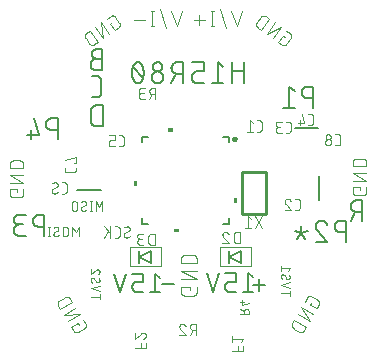
<source format=gbr>
G04 EAGLE Gerber RS-274X export*
G75*
%MOMM*%
%FSLAX34Y34*%
%LPD*%
%INSilkscreen Bottom*%
%IPPOS*%
%AMOC8*
5,1,8,0,0,1.08239X$1,22.5*%
G01*
%ADD10C,0.152400*%
%ADD11C,0.101600*%
%ADD12C,0.127000*%
%ADD13C,0.076200*%
%ADD14C,0.254000*%
%ADD15C,0.203200*%

G36*
X333574Y385986D02*
X333574Y385986D01*
X333576Y385986D01*
X333619Y386005D01*
X333663Y386024D01*
X333663Y386026D01*
X333665Y386027D01*
X333698Y386112D01*
X333698Y388652D01*
X333697Y388654D01*
X333698Y388656D01*
X333678Y388699D01*
X333660Y388742D01*
X333658Y388743D01*
X333657Y388745D01*
X333572Y388778D01*
X329762Y388778D01*
X329760Y388777D01*
X329758Y388778D01*
X329715Y388758D01*
X329671Y388740D01*
X329671Y388738D01*
X329669Y388737D01*
X329636Y388652D01*
X329636Y386112D01*
X329637Y386110D01*
X329636Y386108D01*
X329656Y386065D01*
X329674Y386021D01*
X329676Y386020D01*
X329677Y386018D01*
X329762Y385986D01*
X333572Y385986D01*
X333574Y385986D01*
G37*
G36*
X303024Y340432D02*
X303024Y340432D01*
X303026Y340432D01*
X303069Y340451D01*
X303113Y340470D01*
X303113Y340472D01*
X303115Y340473D01*
X303148Y340558D01*
X303148Y344368D01*
X303147Y344370D01*
X303148Y344372D01*
X303128Y344415D01*
X303110Y344458D01*
X303108Y344459D01*
X303107Y344461D01*
X303022Y344494D01*
X300482Y344494D01*
X300480Y344493D01*
X300478Y344494D01*
X300435Y344474D01*
X300391Y344456D01*
X300391Y344454D01*
X300389Y344453D01*
X300356Y344368D01*
X300356Y340558D01*
X300357Y340556D01*
X300356Y340554D01*
X300376Y340511D01*
X300394Y340467D01*
X300396Y340466D01*
X300397Y340464D01*
X300482Y340432D01*
X303022Y340432D01*
X303024Y340432D01*
G37*
G36*
X387860Y325429D02*
X387860Y325429D01*
X387862Y325429D01*
X387905Y325448D01*
X387949Y325467D01*
X387949Y325469D01*
X387951Y325470D01*
X387984Y325555D01*
X387984Y329365D01*
X387983Y329367D01*
X387984Y329369D01*
X387964Y329412D01*
X387946Y329455D01*
X387944Y329456D01*
X387943Y329458D01*
X387858Y329491D01*
X385318Y329491D01*
X385316Y329490D01*
X385314Y329491D01*
X385271Y329471D01*
X385227Y329453D01*
X385227Y329451D01*
X385225Y329450D01*
X385192Y329365D01*
X385192Y325555D01*
X385193Y325553D01*
X385192Y325551D01*
X385212Y325508D01*
X385230Y325464D01*
X385232Y325463D01*
X385233Y325461D01*
X385318Y325429D01*
X387858Y325429D01*
X387860Y325429D01*
G37*
G36*
X338575Y301150D02*
X338575Y301150D01*
X338577Y301150D01*
X338620Y301169D01*
X338664Y301188D01*
X338664Y301190D01*
X338666Y301191D01*
X338699Y301276D01*
X338699Y303816D01*
X338698Y303818D01*
X338699Y303820D01*
X338679Y303863D01*
X338661Y303906D01*
X338659Y303907D01*
X338658Y303909D01*
X338573Y303942D01*
X334763Y303942D01*
X334761Y303941D01*
X334759Y303942D01*
X334716Y303922D01*
X334672Y303904D01*
X334672Y303902D01*
X334670Y303901D01*
X334637Y303816D01*
X334637Y301276D01*
X334638Y301274D01*
X334637Y301272D01*
X334657Y301229D01*
X334675Y301185D01*
X334677Y301184D01*
X334678Y301182D01*
X334763Y301150D01*
X338573Y301150D01*
X338575Y301150D01*
G37*
D10*
X493843Y310264D02*
X493843Y328044D01*
X488904Y328044D01*
X488764Y328042D01*
X488625Y328036D01*
X488485Y328026D01*
X488346Y328012D01*
X488207Y327995D01*
X488069Y327973D01*
X487932Y327947D01*
X487795Y327918D01*
X487659Y327885D01*
X487525Y327848D01*
X487391Y327807D01*
X487259Y327762D01*
X487127Y327713D01*
X486998Y327661D01*
X486870Y327606D01*
X486743Y327546D01*
X486618Y327483D01*
X486495Y327417D01*
X486374Y327347D01*
X486255Y327274D01*
X486138Y327197D01*
X486024Y327117D01*
X485911Y327034D01*
X485801Y326948D01*
X485694Y326858D01*
X485589Y326766D01*
X485487Y326671D01*
X485387Y326573D01*
X485290Y326472D01*
X485196Y326368D01*
X485106Y326262D01*
X485018Y326153D01*
X484933Y326042D01*
X484852Y325928D01*
X484773Y325813D01*
X484698Y325695D01*
X484627Y325575D01*
X484559Y325452D01*
X484494Y325329D01*
X484433Y325203D01*
X484375Y325075D01*
X484321Y324947D01*
X484271Y324816D01*
X484224Y324684D01*
X484181Y324551D01*
X484142Y324417D01*
X484107Y324282D01*
X484076Y324146D01*
X484048Y324008D01*
X484025Y323871D01*
X484005Y323732D01*
X483989Y323593D01*
X483977Y323454D01*
X483969Y323315D01*
X483965Y323175D01*
X483965Y323035D01*
X483969Y322895D01*
X483977Y322756D01*
X483989Y322617D01*
X484005Y322478D01*
X484025Y322339D01*
X484048Y322202D01*
X484076Y322064D01*
X484107Y321928D01*
X484142Y321793D01*
X484181Y321659D01*
X484224Y321526D01*
X484271Y321394D01*
X484321Y321263D01*
X484375Y321135D01*
X484433Y321007D01*
X484494Y320881D01*
X484559Y320758D01*
X484627Y320636D01*
X484698Y320515D01*
X484773Y320397D01*
X484852Y320282D01*
X484933Y320168D01*
X485018Y320057D01*
X485106Y319948D01*
X485196Y319842D01*
X485290Y319738D01*
X485387Y319637D01*
X485487Y319539D01*
X485589Y319444D01*
X485694Y319352D01*
X485801Y319262D01*
X485911Y319176D01*
X486024Y319093D01*
X486138Y319013D01*
X486255Y318936D01*
X486374Y318863D01*
X486495Y318793D01*
X486618Y318727D01*
X486743Y318664D01*
X486870Y318604D01*
X486998Y318549D01*
X487127Y318497D01*
X487259Y318448D01*
X487391Y318403D01*
X487525Y318362D01*
X487659Y318325D01*
X487795Y318292D01*
X487932Y318263D01*
X488069Y318237D01*
X488207Y318215D01*
X488346Y318198D01*
X488485Y318184D01*
X488625Y318174D01*
X488764Y318168D01*
X488904Y318166D01*
X493843Y318166D01*
X487916Y318166D02*
X483965Y310264D01*
D11*
X428096Y466183D02*
X426501Y467300D01*
X422778Y461983D01*
X425968Y459749D01*
X426051Y459694D01*
X426135Y459642D01*
X426222Y459593D01*
X426310Y459547D01*
X426400Y459505D01*
X426492Y459466D01*
X426585Y459431D01*
X426679Y459399D01*
X426774Y459371D01*
X426871Y459347D01*
X426968Y459326D01*
X427066Y459310D01*
X427165Y459296D01*
X427264Y459287D01*
X427363Y459282D01*
X427463Y459280D01*
X427562Y459282D01*
X427661Y459288D01*
X427760Y459298D01*
X427859Y459311D01*
X427957Y459329D01*
X428054Y459350D01*
X428150Y459374D01*
X428246Y459403D01*
X428340Y459435D01*
X428433Y459470D01*
X428524Y459509D01*
X428614Y459552D01*
X428702Y459598D01*
X428788Y459647D01*
X428873Y459700D01*
X428955Y459756D01*
X429035Y459815D01*
X429113Y459877D01*
X429188Y459942D01*
X429261Y460009D01*
X429331Y460080D01*
X429399Y460153D01*
X429463Y460229D01*
X429525Y460307D01*
X429584Y460387D01*
X433307Y465704D01*
X433362Y465787D01*
X433414Y465871D01*
X433463Y465958D01*
X433509Y466046D01*
X433551Y466136D01*
X433590Y466228D01*
X433625Y466321D01*
X433657Y466415D01*
X433685Y466510D01*
X433709Y466607D01*
X433730Y466704D01*
X433746Y466802D01*
X433760Y466901D01*
X433769Y467000D01*
X433774Y467099D01*
X433776Y467199D01*
X433774Y467298D01*
X433768Y467397D01*
X433758Y467496D01*
X433745Y467595D01*
X433727Y467693D01*
X433706Y467790D01*
X433682Y467886D01*
X433653Y467982D01*
X433621Y468076D01*
X433586Y468169D01*
X433547Y468260D01*
X433504Y468350D01*
X433458Y468438D01*
X433409Y468524D01*
X433356Y468609D01*
X433300Y468691D01*
X433241Y468771D01*
X433179Y468849D01*
X433114Y468924D01*
X433047Y468997D01*
X432976Y469067D01*
X432903Y469135D01*
X432827Y469199D01*
X432749Y469261D01*
X432669Y469320D01*
X432670Y469320D02*
X429479Y471554D01*
X424810Y474824D02*
X418108Y465253D01*
X412791Y468976D02*
X424810Y474824D01*
X419492Y478547D02*
X412791Y468976D01*
X408121Y472246D02*
X414822Y481817D01*
X412164Y483678D01*
X412164Y483679D02*
X412070Y483742D01*
X411974Y483802D01*
X411876Y483859D01*
X411776Y483912D01*
X411674Y483962D01*
X411570Y484008D01*
X411465Y484050D01*
X411359Y484089D01*
X411251Y484124D01*
X411142Y484155D01*
X411032Y484183D01*
X410921Y484206D01*
X410810Y484226D01*
X410698Y484242D01*
X410585Y484254D01*
X410472Y484262D01*
X410359Y484266D01*
X410245Y484266D01*
X410132Y484262D01*
X410019Y484254D01*
X409906Y484242D01*
X409794Y484226D01*
X409683Y484206D01*
X409572Y484183D01*
X409462Y484155D01*
X409353Y484124D01*
X409245Y484089D01*
X409139Y484050D01*
X409034Y484008D01*
X408930Y483962D01*
X408828Y483912D01*
X408728Y483859D01*
X408630Y483802D01*
X408534Y483742D01*
X408440Y483679D01*
X408349Y483612D01*
X408259Y483543D01*
X408172Y483470D01*
X408088Y483394D01*
X408007Y483315D01*
X407928Y483234D01*
X407852Y483150D01*
X407779Y483063D01*
X407710Y482974D01*
X407643Y482882D01*
X407644Y482881D02*
X404665Y478628D01*
X404602Y478534D01*
X404542Y478438D01*
X404485Y478340D01*
X404432Y478240D01*
X404382Y478138D01*
X404336Y478034D01*
X404294Y477929D01*
X404255Y477823D01*
X404220Y477715D01*
X404189Y477606D01*
X404161Y477496D01*
X404138Y477385D01*
X404118Y477274D01*
X404102Y477162D01*
X404090Y477049D01*
X404082Y476936D01*
X404078Y476823D01*
X404078Y476709D01*
X404082Y476596D01*
X404090Y476483D01*
X404102Y476370D01*
X404118Y476258D01*
X404138Y476147D01*
X404161Y476036D01*
X404189Y475926D01*
X404220Y475817D01*
X404255Y475709D01*
X404294Y475603D01*
X404336Y475498D01*
X404382Y475394D01*
X404432Y475292D01*
X404485Y475192D01*
X404542Y475094D01*
X404602Y474998D01*
X404665Y474904D01*
X404732Y474812D01*
X404801Y474723D01*
X404874Y474636D01*
X404950Y474552D01*
X405029Y474471D01*
X405110Y474392D01*
X405194Y474316D01*
X405281Y474243D01*
X405371Y474174D01*
X405462Y474107D01*
X408121Y472246D01*
X492049Y338841D02*
X492049Y336894D01*
X492049Y338841D02*
X485558Y338841D01*
X485558Y334946D01*
X485560Y334847D01*
X485566Y334747D01*
X485575Y334648D01*
X485588Y334550D01*
X485605Y334452D01*
X485626Y334354D01*
X485651Y334258D01*
X485679Y334163D01*
X485711Y334069D01*
X485746Y333976D01*
X485785Y333884D01*
X485828Y333794D01*
X485873Y333706D01*
X485923Y333619D01*
X485975Y333535D01*
X486031Y333452D01*
X486089Y333372D01*
X486151Y333294D01*
X486216Y333219D01*
X486284Y333146D01*
X486354Y333076D01*
X486427Y333008D01*
X486502Y332943D01*
X486580Y332881D01*
X486660Y332823D01*
X486743Y332767D01*
X486827Y332715D01*
X486914Y332665D01*
X487002Y332620D01*
X487092Y332577D01*
X487184Y332538D01*
X487277Y332503D01*
X487371Y332471D01*
X487466Y332443D01*
X487562Y332418D01*
X487660Y332397D01*
X487758Y332380D01*
X487856Y332367D01*
X487955Y332358D01*
X488055Y332352D01*
X488154Y332350D01*
X494646Y332350D01*
X494745Y332352D01*
X494845Y332358D01*
X494944Y332367D01*
X495042Y332380D01*
X495140Y332397D01*
X495238Y332418D01*
X495334Y332443D01*
X495429Y332471D01*
X495523Y332503D01*
X495616Y332538D01*
X495708Y332577D01*
X495798Y332620D01*
X495886Y332665D01*
X495973Y332715D01*
X496057Y332767D01*
X496140Y332823D01*
X496220Y332881D01*
X496298Y332943D01*
X496373Y333008D01*
X496446Y333076D01*
X496516Y333146D01*
X496584Y333219D01*
X496649Y333294D01*
X496711Y333372D01*
X496769Y333452D01*
X496825Y333535D01*
X496877Y333619D01*
X496927Y333706D01*
X496972Y333794D01*
X497015Y333884D01*
X497054Y333976D01*
X497089Y334068D01*
X497121Y334163D01*
X497149Y334258D01*
X497174Y334354D01*
X497195Y334452D01*
X497212Y334550D01*
X497225Y334648D01*
X497234Y334747D01*
X497240Y334847D01*
X497242Y334946D01*
X497242Y338841D01*
X497242Y344542D02*
X485558Y344542D01*
X485558Y351033D02*
X497242Y344542D01*
X497242Y351033D02*
X485558Y351033D01*
X485558Y356734D02*
X497242Y356734D01*
X497242Y359979D01*
X497240Y360092D01*
X497234Y360205D01*
X497224Y360318D01*
X497210Y360431D01*
X497193Y360543D01*
X497171Y360654D01*
X497146Y360764D01*
X497116Y360874D01*
X497083Y360982D01*
X497046Y361089D01*
X497006Y361195D01*
X496961Y361299D01*
X496913Y361402D01*
X496862Y361503D01*
X496807Y361602D01*
X496749Y361699D01*
X496687Y361794D01*
X496622Y361887D01*
X496554Y361977D01*
X496483Y362065D01*
X496408Y362151D01*
X496331Y362234D01*
X496251Y362314D01*
X496168Y362391D01*
X496082Y362466D01*
X495994Y362537D01*
X495904Y362605D01*
X495811Y362670D01*
X495716Y362732D01*
X495619Y362790D01*
X495520Y362845D01*
X495419Y362896D01*
X495316Y362944D01*
X495212Y362989D01*
X495106Y363029D01*
X494999Y363066D01*
X494891Y363099D01*
X494781Y363129D01*
X494671Y363154D01*
X494560Y363176D01*
X494448Y363193D01*
X494335Y363207D01*
X494222Y363217D01*
X494109Y363223D01*
X493996Y363225D01*
X488804Y363225D01*
X488691Y363223D01*
X488578Y363217D01*
X488465Y363207D01*
X488352Y363193D01*
X488240Y363176D01*
X488129Y363154D01*
X488019Y363129D01*
X487909Y363099D01*
X487801Y363066D01*
X487694Y363029D01*
X487588Y362989D01*
X487484Y362944D01*
X487381Y362896D01*
X487280Y362845D01*
X487181Y362790D01*
X487084Y362732D01*
X486989Y362670D01*
X486896Y362605D01*
X486806Y362537D01*
X486718Y362466D01*
X486632Y362391D01*
X486549Y362314D01*
X486469Y362234D01*
X486392Y362151D01*
X486317Y362065D01*
X486246Y361977D01*
X486178Y361887D01*
X486113Y361794D01*
X486051Y361699D01*
X485993Y361602D01*
X485938Y361503D01*
X485887Y361402D01*
X485839Y361299D01*
X485794Y361195D01*
X485754Y361089D01*
X485717Y360982D01*
X485684Y360874D01*
X485654Y360764D01*
X485629Y360654D01*
X485607Y360543D01*
X485590Y360431D01*
X485576Y360318D01*
X485566Y360205D01*
X485560Y360092D01*
X485558Y359979D01*
X485558Y356734D01*
X450501Y241332D02*
X449542Y239637D01*
X455192Y236441D01*
X457110Y239831D01*
X457109Y239831D02*
X457157Y239918D01*
X457201Y240007D01*
X457241Y240098D01*
X457278Y240191D01*
X457311Y240284D01*
X457341Y240379D01*
X457367Y240475D01*
X457390Y240572D01*
X457409Y240670D01*
X457424Y240768D01*
X457435Y240867D01*
X457442Y240966D01*
X457446Y241065D01*
X457445Y241165D01*
X457441Y241264D01*
X457434Y241363D01*
X457422Y241462D01*
X457406Y241560D01*
X457387Y241658D01*
X457364Y241755D01*
X457338Y241851D01*
X457308Y241945D01*
X457274Y242039D01*
X457236Y242131D01*
X457195Y242222D01*
X457151Y242311D01*
X457103Y242398D01*
X457052Y242483D01*
X456998Y242567D01*
X456941Y242648D01*
X456880Y242727D01*
X456817Y242803D01*
X456750Y242877D01*
X456681Y242949D01*
X456610Y243018D01*
X456535Y243084D01*
X456458Y243147D01*
X456379Y243207D01*
X456298Y243264D01*
X456214Y243318D01*
X456128Y243368D01*
X456128Y243369D02*
X450479Y246565D01*
X450391Y246613D01*
X450302Y246657D01*
X450211Y246697D01*
X450119Y246734D01*
X450025Y246767D01*
X449930Y246797D01*
X449834Y246823D01*
X449737Y246846D01*
X449640Y246865D01*
X449541Y246879D01*
X449442Y246891D01*
X449343Y246898D01*
X449244Y246902D01*
X449144Y246901D01*
X449045Y246897D01*
X448946Y246890D01*
X448847Y246878D01*
X448748Y246862D01*
X448651Y246843D01*
X448554Y246820D01*
X448458Y246794D01*
X448363Y246764D01*
X448270Y246730D01*
X448178Y246692D01*
X448087Y246651D01*
X447998Y246607D01*
X447911Y246559D01*
X447825Y246508D01*
X447742Y246454D01*
X447661Y246397D01*
X447582Y246336D01*
X447505Y246273D01*
X447431Y246206D01*
X447359Y246137D01*
X447291Y246065D01*
X447225Y245991D01*
X447161Y245914D01*
X447101Y245835D01*
X447044Y245753D01*
X446990Y245669D01*
X446940Y245584D01*
X445023Y242194D01*
X442215Y237233D02*
X452385Y231479D01*
X449188Y225829D02*
X442215Y237233D01*
X439019Y231583D02*
X449188Y225829D01*
X446381Y220868D02*
X436212Y226621D01*
X434614Y223796D01*
X434560Y223697D01*
X434509Y223595D01*
X434462Y223492D01*
X434419Y223388D01*
X434379Y223282D01*
X434343Y223174D01*
X434311Y223065D01*
X434283Y222956D01*
X434258Y222845D01*
X434238Y222734D01*
X434221Y222622D01*
X434208Y222509D01*
X434199Y222396D01*
X434194Y222283D01*
X434193Y222170D01*
X434196Y222056D01*
X434203Y221943D01*
X434214Y221831D01*
X434229Y221718D01*
X434247Y221606D01*
X434270Y221495D01*
X434296Y221385D01*
X434327Y221276D01*
X434361Y221168D01*
X434399Y221061D01*
X434440Y220956D01*
X434485Y220852D01*
X434534Y220750D01*
X434586Y220649D01*
X434642Y220551D01*
X434701Y220454D01*
X434764Y220359D01*
X434830Y220267D01*
X434899Y220177D01*
X434971Y220090D01*
X435046Y220005D01*
X435124Y219923D01*
X435205Y219843D01*
X435288Y219767D01*
X435374Y219693D01*
X435463Y219623D01*
X435554Y219555D01*
X435647Y219491D01*
X435743Y219430D01*
X435841Y219373D01*
X435840Y219373D02*
X440360Y216816D01*
X440459Y216762D01*
X440561Y216711D01*
X440664Y216664D01*
X440768Y216621D01*
X440874Y216581D01*
X440982Y216545D01*
X441091Y216513D01*
X441200Y216485D01*
X441311Y216460D01*
X441422Y216440D01*
X441534Y216423D01*
X441647Y216410D01*
X441760Y216401D01*
X441873Y216396D01*
X441986Y216395D01*
X442100Y216398D01*
X442213Y216405D01*
X442325Y216416D01*
X442438Y216431D01*
X442550Y216449D01*
X442661Y216472D01*
X442771Y216498D01*
X442880Y216529D01*
X442988Y216563D01*
X443095Y216601D01*
X443200Y216642D01*
X443304Y216687D01*
X443406Y216736D01*
X443507Y216788D01*
X443606Y216844D01*
X443702Y216903D01*
X443797Y216966D01*
X443889Y217032D01*
X443979Y217101D01*
X444066Y217173D01*
X444151Y217248D01*
X444233Y217326D01*
X444313Y217407D01*
X444389Y217490D01*
X444463Y217576D01*
X444533Y217665D01*
X444601Y217756D01*
X444665Y217849D01*
X444726Y217945D01*
X444783Y218043D01*
X446381Y220868D01*
X254087Y222332D02*
X253047Y223978D01*
X247560Y220510D01*
X249641Y217218D01*
X249642Y217218D02*
X249696Y217135D01*
X249754Y217054D01*
X249815Y216975D01*
X249879Y216899D01*
X249946Y216825D01*
X250015Y216754D01*
X250088Y216686D01*
X250162Y216620D01*
X250240Y216558D01*
X250319Y216498D01*
X250401Y216442D01*
X250485Y216388D01*
X250571Y216338D01*
X250659Y216291D01*
X250748Y216248D01*
X250839Y216208D01*
X250932Y216172D01*
X251026Y216139D01*
X251121Y216109D01*
X251217Y216084D01*
X251314Y216062D01*
X251412Y216044D01*
X251510Y216030D01*
X251609Y216019D01*
X251708Y216012D01*
X251808Y216009D01*
X251907Y216010D01*
X252006Y216015D01*
X252106Y216023D01*
X252204Y216035D01*
X252302Y216051D01*
X252400Y216071D01*
X252496Y216094D01*
X252592Y216122D01*
X252687Y216152D01*
X252780Y216187D01*
X252872Y216225D01*
X252962Y216266D01*
X253051Y216311D01*
X253138Y216359D01*
X253223Y216411D01*
X253223Y216410D02*
X258710Y219879D01*
X258709Y219880D02*
X258792Y219934D01*
X258873Y219992D01*
X258952Y220053D01*
X259028Y220117D01*
X259102Y220184D01*
X259173Y220253D01*
X259241Y220326D01*
X259307Y220401D01*
X259369Y220478D01*
X259429Y220557D01*
X259485Y220639D01*
X259539Y220723D01*
X259589Y220809D01*
X259636Y220897D01*
X259679Y220986D01*
X259719Y221077D01*
X259755Y221170D01*
X259788Y221264D01*
X259818Y221359D01*
X259843Y221455D01*
X259865Y221552D01*
X259883Y221650D01*
X259897Y221748D01*
X259908Y221847D01*
X259915Y221946D01*
X259918Y222046D01*
X259917Y222145D01*
X259912Y222244D01*
X259904Y222343D01*
X259892Y222442D01*
X259876Y222540D01*
X259856Y222638D01*
X259833Y222734D01*
X259805Y222830D01*
X259775Y222925D01*
X259740Y223018D01*
X259702Y223110D01*
X259661Y223200D01*
X259616Y223289D01*
X259568Y223376D01*
X259516Y223461D01*
X259517Y223461D02*
X257436Y226753D01*
X254390Y231572D02*
X244514Y225328D01*
X241045Y230815D02*
X254390Y231572D01*
X250921Y237058D02*
X241045Y230815D01*
X237999Y235634D02*
X247875Y241877D01*
X246141Y244620D01*
X246079Y244715D01*
X246013Y244808D01*
X245944Y244898D01*
X245873Y244985D01*
X245798Y245071D01*
X245720Y245153D01*
X245640Y245233D01*
X245556Y245310D01*
X245470Y245383D01*
X245382Y245454D01*
X245291Y245522D01*
X245198Y245587D01*
X245103Y245648D01*
X245005Y245706D01*
X244906Y245760D01*
X244805Y245811D01*
X244702Y245858D01*
X244597Y245902D01*
X244491Y245942D01*
X244384Y245978D01*
X244275Y246011D01*
X244166Y246040D01*
X244055Y246065D01*
X243944Y246086D01*
X243832Y246103D01*
X243719Y246116D01*
X243606Y246125D01*
X243493Y246131D01*
X243380Y246132D01*
X243267Y246129D01*
X243154Y246123D01*
X243041Y246112D01*
X242928Y246098D01*
X242817Y246080D01*
X242705Y246057D01*
X242595Y246031D01*
X242486Y246002D01*
X242378Y245968D01*
X242271Y245930D01*
X242165Y245889D01*
X242061Y245844D01*
X241959Y245796D01*
X241858Y245744D01*
X241759Y245689D01*
X241662Y245630D01*
X241663Y245629D02*
X237274Y242855D01*
X237273Y242855D02*
X237179Y242793D01*
X237086Y242727D01*
X236996Y242658D01*
X236909Y242587D01*
X236823Y242512D01*
X236741Y242434D01*
X236661Y242354D01*
X236584Y242270D01*
X236511Y242184D01*
X236440Y242096D01*
X236372Y242005D01*
X236307Y241912D01*
X236246Y241817D01*
X236188Y241719D01*
X236134Y241620D01*
X236083Y241519D01*
X236036Y241416D01*
X235992Y241311D01*
X235952Y241205D01*
X235916Y241098D01*
X235883Y240989D01*
X235854Y240880D01*
X235829Y240769D01*
X235808Y240658D01*
X235791Y240546D01*
X235778Y240433D01*
X235769Y240320D01*
X235763Y240207D01*
X235762Y240094D01*
X235765Y239981D01*
X235771Y239868D01*
X235782Y239755D01*
X235796Y239642D01*
X235814Y239531D01*
X235837Y239420D01*
X235863Y239309D01*
X235892Y239200D01*
X235926Y239092D01*
X235964Y238985D01*
X236005Y238879D01*
X236050Y238775D01*
X236098Y238673D01*
X236150Y238572D01*
X236205Y238473D01*
X236264Y238377D01*
X236265Y238377D02*
X237999Y235634D01*
X201649Y335306D02*
X201649Y337254D01*
X195158Y337254D01*
X195158Y333359D01*
X195160Y333260D01*
X195166Y333160D01*
X195175Y333061D01*
X195188Y332963D01*
X195205Y332865D01*
X195226Y332767D01*
X195251Y332671D01*
X195279Y332576D01*
X195311Y332482D01*
X195346Y332389D01*
X195385Y332297D01*
X195428Y332207D01*
X195473Y332119D01*
X195523Y332032D01*
X195575Y331948D01*
X195631Y331865D01*
X195689Y331785D01*
X195751Y331707D01*
X195816Y331632D01*
X195884Y331559D01*
X195954Y331489D01*
X196027Y331421D01*
X196102Y331356D01*
X196180Y331294D01*
X196260Y331236D01*
X196343Y331180D01*
X196427Y331128D01*
X196514Y331078D01*
X196602Y331033D01*
X196692Y330990D01*
X196784Y330951D01*
X196877Y330916D01*
X196971Y330884D01*
X197066Y330856D01*
X197162Y330831D01*
X197260Y330810D01*
X197358Y330793D01*
X197456Y330780D01*
X197555Y330771D01*
X197655Y330765D01*
X197754Y330763D01*
X204246Y330763D01*
X204345Y330765D01*
X204445Y330771D01*
X204544Y330780D01*
X204642Y330793D01*
X204740Y330810D01*
X204838Y330831D01*
X204934Y330856D01*
X205029Y330884D01*
X205123Y330916D01*
X205216Y330951D01*
X205308Y330990D01*
X205398Y331033D01*
X205486Y331078D01*
X205573Y331128D01*
X205657Y331180D01*
X205740Y331236D01*
X205820Y331294D01*
X205898Y331356D01*
X205973Y331421D01*
X206046Y331489D01*
X206116Y331559D01*
X206184Y331632D01*
X206249Y331707D01*
X206311Y331785D01*
X206369Y331865D01*
X206425Y331948D01*
X206477Y332032D01*
X206527Y332119D01*
X206572Y332207D01*
X206615Y332297D01*
X206654Y332389D01*
X206689Y332481D01*
X206721Y332576D01*
X206749Y332671D01*
X206774Y332767D01*
X206795Y332865D01*
X206812Y332963D01*
X206825Y333061D01*
X206834Y333160D01*
X206840Y333260D01*
X206842Y333359D01*
X206842Y337254D01*
X206842Y342954D02*
X195158Y342954D01*
X195158Y349446D02*
X206842Y342954D01*
X206842Y349446D02*
X195158Y349446D01*
X195158Y355146D02*
X206842Y355146D01*
X206842Y358392D01*
X206840Y358505D01*
X206834Y358618D01*
X206824Y358731D01*
X206810Y358844D01*
X206793Y358956D01*
X206771Y359067D01*
X206746Y359177D01*
X206716Y359287D01*
X206683Y359395D01*
X206646Y359502D01*
X206606Y359608D01*
X206561Y359712D01*
X206513Y359815D01*
X206462Y359916D01*
X206407Y360015D01*
X206349Y360112D01*
X206287Y360207D01*
X206222Y360300D01*
X206154Y360390D01*
X206083Y360478D01*
X206008Y360564D01*
X205931Y360647D01*
X205851Y360727D01*
X205768Y360804D01*
X205682Y360879D01*
X205594Y360950D01*
X205504Y361018D01*
X205411Y361083D01*
X205316Y361145D01*
X205219Y361203D01*
X205120Y361258D01*
X205019Y361309D01*
X204916Y361357D01*
X204812Y361402D01*
X204706Y361442D01*
X204599Y361479D01*
X204491Y361512D01*
X204381Y361542D01*
X204271Y361567D01*
X204160Y361589D01*
X204048Y361606D01*
X203935Y361620D01*
X203822Y361630D01*
X203709Y361636D01*
X203596Y361638D01*
X198404Y361638D01*
X198291Y361636D01*
X198178Y361630D01*
X198065Y361620D01*
X197952Y361606D01*
X197840Y361589D01*
X197729Y361567D01*
X197619Y361542D01*
X197509Y361512D01*
X197401Y361479D01*
X197294Y361442D01*
X197188Y361402D01*
X197084Y361357D01*
X196981Y361309D01*
X196880Y361258D01*
X196781Y361203D01*
X196684Y361145D01*
X196589Y361083D01*
X196496Y361018D01*
X196406Y360950D01*
X196318Y360879D01*
X196232Y360804D01*
X196149Y360727D01*
X196069Y360647D01*
X195992Y360564D01*
X195917Y360478D01*
X195846Y360390D01*
X195778Y360300D01*
X195713Y360207D01*
X195651Y360112D01*
X195593Y360015D01*
X195538Y359916D01*
X195487Y359815D01*
X195439Y359712D01*
X195394Y359608D01*
X195354Y359502D01*
X195317Y359395D01*
X195284Y359287D01*
X195254Y359177D01*
X195229Y359067D01*
X195207Y358956D01*
X195190Y358844D01*
X195176Y358731D01*
X195166Y358618D01*
X195160Y358505D01*
X195158Y358392D01*
X195158Y355146D01*
X280556Y477563D02*
X282151Y478680D01*
X280556Y477563D02*
X284279Y472246D01*
X287470Y474480D01*
X287469Y474480D02*
X287549Y474539D01*
X287627Y474601D01*
X287703Y474665D01*
X287776Y474733D01*
X287847Y474803D01*
X287914Y474876D01*
X287979Y474951D01*
X288041Y475029D01*
X288100Y475109D01*
X288156Y475191D01*
X288209Y475276D01*
X288258Y475362D01*
X288304Y475450D01*
X288347Y475540D01*
X288386Y475631D01*
X288421Y475724D01*
X288453Y475818D01*
X288482Y475914D01*
X288506Y476010D01*
X288527Y476107D01*
X288545Y476205D01*
X288558Y476304D01*
X288568Y476403D01*
X288574Y476502D01*
X288576Y476601D01*
X288574Y476701D01*
X288569Y476800D01*
X288559Y476899D01*
X288546Y476998D01*
X288530Y477096D01*
X288509Y477193D01*
X288485Y477290D01*
X288457Y477385D01*
X288425Y477479D01*
X288390Y477572D01*
X288351Y477664D01*
X288309Y477754D01*
X288263Y477842D01*
X288214Y477929D01*
X288162Y478013D01*
X288107Y478096D01*
X284384Y483413D01*
X284325Y483493D01*
X284263Y483571D01*
X284199Y483647D01*
X284131Y483720D01*
X284061Y483791D01*
X283988Y483858D01*
X283913Y483923D01*
X283835Y483985D01*
X283755Y484044D01*
X283673Y484100D01*
X283588Y484153D01*
X283502Y484202D01*
X283414Y484248D01*
X283324Y484291D01*
X283233Y484330D01*
X283140Y484365D01*
X283046Y484397D01*
X282950Y484426D01*
X282854Y484450D01*
X282757Y484471D01*
X282659Y484489D01*
X282560Y484502D01*
X282461Y484512D01*
X282362Y484518D01*
X282263Y484520D01*
X282163Y484518D01*
X282064Y484513D01*
X281965Y484504D01*
X281866Y484490D01*
X281768Y484474D01*
X281671Y484453D01*
X281574Y484429D01*
X281479Y484401D01*
X281385Y484369D01*
X281292Y484334D01*
X281200Y484295D01*
X281110Y484253D01*
X281022Y484207D01*
X280935Y484158D01*
X280851Y484106D01*
X280768Y484051D01*
X277578Y481817D01*
X272908Y478547D02*
X279609Y468976D01*
X274292Y465253D02*
X272908Y478547D01*
X267591Y474824D02*
X274292Y465253D01*
X269622Y461983D02*
X262921Y471554D01*
X260262Y469692D01*
X260262Y469693D02*
X260171Y469626D01*
X260081Y469557D01*
X259994Y469484D01*
X259910Y469408D01*
X259829Y469329D01*
X259750Y469248D01*
X259674Y469164D01*
X259601Y469077D01*
X259532Y468988D01*
X259465Y468896D01*
X259402Y468802D01*
X259342Y468706D01*
X259285Y468608D01*
X259232Y468508D01*
X259182Y468406D01*
X259136Y468302D01*
X259094Y468197D01*
X259055Y468091D01*
X259020Y467983D01*
X258989Y467874D01*
X258961Y467764D01*
X258938Y467653D01*
X258918Y467542D01*
X258902Y467430D01*
X258890Y467317D01*
X258882Y467204D01*
X258878Y467091D01*
X258878Y466977D01*
X258882Y466864D01*
X258890Y466751D01*
X258902Y466638D01*
X258918Y466526D01*
X258938Y466415D01*
X258961Y466304D01*
X258989Y466194D01*
X259020Y466085D01*
X259055Y465977D01*
X259094Y465871D01*
X259136Y465766D01*
X259182Y465662D01*
X259232Y465560D01*
X259285Y465460D01*
X259342Y465362D01*
X259402Y465266D01*
X259465Y465172D01*
X262444Y460918D01*
X262443Y460918D02*
X262510Y460827D01*
X262579Y460737D01*
X262652Y460650D01*
X262728Y460566D01*
X262807Y460485D01*
X262888Y460406D01*
X262972Y460330D01*
X263059Y460257D01*
X263149Y460188D01*
X263240Y460121D01*
X263334Y460058D01*
X263430Y459998D01*
X263528Y459941D01*
X263628Y459888D01*
X263730Y459838D01*
X263834Y459792D01*
X263939Y459750D01*
X264045Y459711D01*
X264153Y459676D01*
X264262Y459645D01*
X264372Y459617D01*
X264483Y459594D01*
X264594Y459574D01*
X264706Y459558D01*
X264819Y459546D01*
X264932Y459538D01*
X265045Y459534D01*
X265159Y459534D01*
X265272Y459538D01*
X265385Y459546D01*
X265498Y459558D01*
X265610Y459574D01*
X265721Y459594D01*
X265832Y459617D01*
X265942Y459645D01*
X266051Y459676D01*
X266159Y459711D01*
X266265Y459750D01*
X266370Y459792D01*
X266474Y459838D01*
X266576Y459888D01*
X266676Y459941D01*
X266774Y459998D01*
X266870Y460058D01*
X266964Y460121D01*
X269622Y461983D01*
D10*
X452456Y424273D02*
X452456Y406493D01*
X452456Y424273D02*
X447518Y424273D01*
X447378Y424271D01*
X447239Y424265D01*
X447099Y424255D01*
X446960Y424241D01*
X446821Y424224D01*
X446683Y424202D01*
X446546Y424176D01*
X446409Y424147D01*
X446273Y424114D01*
X446139Y424077D01*
X446005Y424036D01*
X445873Y423991D01*
X445741Y423942D01*
X445612Y423890D01*
X445484Y423835D01*
X445357Y423775D01*
X445232Y423712D01*
X445109Y423646D01*
X444988Y423576D01*
X444869Y423503D01*
X444752Y423426D01*
X444638Y423346D01*
X444525Y423263D01*
X444415Y423177D01*
X444308Y423087D01*
X444203Y422995D01*
X444101Y422900D01*
X444001Y422802D01*
X443904Y422701D01*
X443810Y422597D01*
X443720Y422491D01*
X443632Y422382D01*
X443547Y422271D01*
X443466Y422157D01*
X443387Y422042D01*
X443312Y421924D01*
X443241Y421804D01*
X443173Y421681D01*
X443108Y421558D01*
X443047Y421432D01*
X442989Y421304D01*
X442935Y421176D01*
X442885Y421045D01*
X442838Y420913D01*
X442795Y420780D01*
X442756Y420646D01*
X442721Y420511D01*
X442690Y420375D01*
X442662Y420237D01*
X442639Y420100D01*
X442619Y419961D01*
X442603Y419822D01*
X442591Y419683D01*
X442583Y419544D01*
X442579Y419404D01*
X442579Y419264D01*
X442583Y419124D01*
X442591Y418985D01*
X442603Y418846D01*
X442619Y418707D01*
X442639Y418568D01*
X442662Y418431D01*
X442690Y418293D01*
X442721Y418157D01*
X442756Y418022D01*
X442795Y417888D01*
X442838Y417755D01*
X442885Y417623D01*
X442935Y417492D01*
X442989Y417364D01*
X443047Y417236D01*
X443108Y417110D01*
X443173Y416987D01*
X443241Y416865D01*
X443312Y416744D01*
X443387Y416626D01*
X443466Y416511D01*
X443547Y416397D01*
X443632Y416286D01*
X443720Y416177D01*
X443810Y416071D01*
X443904Y415967D01*
X444001Y415866D01*
X444101Y415768D01*
X444203Y415673D01*
X444308Y415581D01*
X444415Y415491D01*
X444525Y415405D01*
X444638Y415322D01*
X444752Y415242D01*
X444869Y415165D01*
X444988Y415092D01*
X445109Y415022D01*
X445232Y414956D01*
X445357Y414893D01*
X445484Y414833D01*
X445612Y414778D01*
X445741Y414726D01*
X445873Y414677D01*
X446005Y414632D01*
X446139Y414591D01*
X446273Y414554D01*
X446409Y414521D01*
X446546Y414492D01*
X446683Y414466D01*
X446821Y414444D01*
X446960Y414427D01*
X447099Y414413D01*
X447239Y414403D01*
X447378Y414397D01*
X447518Y414395D01*
X452456Y414395D01*
X436461Y420321D02*
X431522Y424273D01*
X431522Y406493D01*
X426584Y406493D02*
X436461Y406493D01*
X480255Y310774D02*
X480255Y292994D01*
X480255Y310774D02*
X475316Y310774D01*
X475176Y310772D01*
X475037Y310766D01*
X474897Y310756D01*
X474758Y310742D01*
X474619Y310725D01*
X474481Y310703D01*
X474344Y310677D01*
X474207Y310648D01*
X474071Y310615D01*
X473937Y310578D01*
X473803Y310537D01*
X473671Y310492D01*
X473539Y310443D01*
X473410Y310391D01*
X473282Y310336D01*
X473155Y310276D01*
X473030Y310213D01*
X472907Y310147D01*
X472786Y310077D01*
X472667Y310004D01*
X472550Y309927D01*
X472436Y309847D01*
X472323Y309764D01*
X472213Y309678D01*
X472106Y309588D01*
X472001Y309496D01*
X471899Y309401D01*
X471799Y309303D01*
X471702Y309202D01*
X471608Y309098D01*
X471518Y308992D01*
X471430Y308883D01*
X471345Y308772D01*
X471264Y308658D01*
X471185Y308543D01*
X471110Y308425D01*
X471039Y308305D01*
X470971Y308182D01*
X470906Y308059D01*
X470845Y307933D01*
X470787Y307805D01*
X470733Y307677D01*
X470683Y307546D01*
X470636Y307414D01*
X470593Y307281D01*
X470554Y307147D01*
X470519Y307012D01*
X470488Y306876D01*
X470460Y306738D01*
X470437Y306601D01*
X470417Y306462D01*
X470401Y306323D01*
X470389Y306184D01*
X470381Y306045D01*
X470377Y305905D01*
X470377Y305765D01*
X470381Y305625D01*
X470389Y305486D01*
X470401Y305347D01*
X470417Y305208D01*
X470437Y305069D01*
X470460Y304932D01*
X470488Y304794D01*
X470519Y304658D01*
X470554Y304523D01*
X470593Y304389D01*
X470636Y304256D01*
X470683Y304124D01*
X470733Y303993D01*
X470787Y303865D01*
X470845Y303737D01*
X470906Y303611D01*
X470971Y303488D01*
X471039Y303366D01*
X471110Y303245D01*
X471185Y303127D01*
X471264Y303012D01*
X471345Y302898D01*
X471430Y302787D01*
X471518Y302678D01*
X471608Y302572D01*
X471702Y302468D01*
X471799Y302367D01*
X471899Y302269D01*
X472001Y302174D01*
X472106Y302082D01*
X472213Y301992D01*
X472323Y301906D01*
X472436Y301823D01*
X472550Y301743D01*
X472667Y301666D01*
X472786Y301593D01*
X472907Y301523D01*
X473030Y301457D01*
X473155Y301394D01*
X473282Y301334D01*
X473410Y301279D01*
X473539Y301227D01*
X473671Y301178D01*
X473803Y301133D01*
X473937Y301092D01*
X474071Y301055D01*
X474207Y301022D01*
X474344Y300993D01*
X474481Y300967D01*
X474619Y300945D01*
X474758Y300928D01*
X474897Y300914D01*
X475037Y300904D01*
X475176Y300898D01*
X475316Y300896D01*
X480255Y300896D01*
X458828Y310774D02*
X458696Y310772D01*
X458565Y310766D01*
X458433Y310756D01*
X458302Y310743D01*
X458172Y310725D01*
X458042Y310704D01*
X457912Y310679D01*
X457784Y310650D01*
X457656Y310617D01*
X457530Y310580D01*
X457404Y310540D01*
X457280Y310496D01*
X457157Y310448D01*
X457036Y310397D01*
X456916Y310342D01*
X456798Y310284D01*
X456682Y310222D01*
X456568Y310156D01*
X456455Y310088D01*
X456345Y310016D01*
X456237Y309941D01*
X456131Y309862D01*
X456027Y309781D01*
X455926Y309696D01*
X455828Y309609D01*
X455732Y309518D01*
X455639Y309425D01*
X455548Y309329D01*
X455461Y309231D01*
X455376Y309130D01*
X455295Y309026D01*
X455216Y308920D01*
X455141Y308812D01*
X455069Y308702D01*
X455001Y308589D01*
X454935Y308475D01*
X454873Y308359D01*
X454815Y308241D01*
X454760Y308121D01*
X454709Y308000D01*
X454661Y307877D01*
X454617Y307753D01*
X454577Y307627D01*
X454540Y307501D01*
X454507Y307373D01*
X454478Y307245D01*
X454453Y307115D01*
X454432Y306985D01*
X454414Y306855D01*
X454401Y306724D01*
X454391Y306592D01*
X454385Y306461D01*
X454383Y306329D01*
X458828Y310775D02*
X458978Y310773D01*
X459127Y310767D01*
X459276Y310757D01*
X459425Y310744D01*
X459574Y310726D01*
X459722Y310705D01*
X459870Y310679D01*
X460016Y310650D01*
X460162Y310617D01*
X460307Y310580D01*
X460451Y310539D01*
X460594Y310495D01*
X460736Y310447D01*
X460876Y310395D01*
X461015Y310340D01*
X461153Y310281D01*
X461288Y310218D01*
X461423Y310152D01*
X461555Y310082D01*
X461685Y310009D01*
X461814Y309932D01*
X461941Y309852D01*
X462065Y309769D01*
X462187Y309683D01*
X462307Y309593D01*
X462424Y309500D01*
X462539Y309405D01*
X462652Y309306D01*
X462762Y309204D01*
X462869Y309100D01*
X462973Y308993D01*
X463075Y308883D01*
X463173Y308770D01*
X463269Y308655D01*
X463361Y308537D01*
X463451Y308417D01*
X463537Y308295D01*
X463620Y308171D01*
X463700Y308044D01*
X463776Y307916D01*
X463849Y307785D01*
X463919Y307652D01*
X463985Y307518D01*
X464047Y307382D01*
X464106Y307245D01*
X464162Y307106D01*
X464213Y306965D01*
X464261Y306824D01*
X455865Y302872D02*
X455769Y302965D01*
X455677Y303061D01*
X455587Y303160D01*
X455500Y303261D01*
X455416Y303364D01*
X455334Y303469D01*
X455256Y303577D01*
X455181Y303687D01*
X455108Y303799D01*
X455039Y303913D01*
X454973Y304029D01*
X454911Y304147D01*
X454852Y304266D01*
X454796Y304387D01*
X454743Y304510D01*
X454694Y304634D01*
X454649Y304759D01*
X454606Y304886D01*
X454568Y305013D01*
X454533Y305142D01*
X454502Y305271D01*
X454474Y305402D01*
X454450Y305533D01*
X454429Y305665D01*
X454413Y305797D01*
X454400Y305930D01*
X454390Y306063D01*
X454385Y306196D01*
X454383Y306329D01*
X455864Y302872D02*
X464260Y292994D01*
X454383Y292994D01*
X442013Y299909D02*
X442013Y305835D01*
X442013Y299909D02*
X438555Y295464D01*
X442013Y299909D02*
X445470Y295464D01*
X442013Y299909D02*
X436580Y301884D01*
X442013Y299909D02*
X447445Y301884D01*
X224700Y297814D02*
X224700Y315594D01*
X219761Y315594D01*
X219621Y315592D01*
X219482Y315586D01*
X219342Y315576D01*
X219203Y315562D01*
X219064Y315545D01*
X218926Y315523D01*
X218789Y315497D01*
X218652Y315468D01*
X218516Y315435D01*
X218382Y315398D01*
X218248Y315357D01*
X218116Y315312D01*
X217984Y315263D01*
X217855Y315211D01*
X217727Y315156D01*
X217600Y315096D01*
X217475Y315033D01*
X217352Y314967D01*
X217231Y314897D01*
X217112Y314824D01*
X216995Y314747D01*
X216881Y314667D01*
X216768Y314584D01*
X216658Y314498D01*
X216551Y314408D01*
X216446Y314316D01*
X216344Y314221D01*
X216244Y314123D01*
X216147Y314022D01*
X216053Y313918D01*
X215963Y313812D01*
X215875Y313703D01*
X215790Y313592D01*
X215709Y313478D01*
X215630Y313363D01*
X215555Y313245D01*
X215484Y313125D01*
X215416Y313002D01*
X215351Y312879D01*
X215290Y312753D01*
X215232Y312625D01*
X215178Y312497D01*
X215128Y312366D01*
X215081Y312234D01*
X215038Y312101D01*
X214999Y311967D01*
X214964Y311832D01*
X214933Y311696D01*
X214905Y311558D01*
X214882Y311421D01*
X214862Y311282D01*
X214846Y311143D01*
X214834Y311004D01*
X214826Y310865D01*
X214822Y310725D01*
X214822Y310585D01*
X214826Y310445D01*
X214834Y310306D01*
X214846Y310167D01*
X214862Y310028D01*
X214882Y309889D01*
X214905Y309752D01*
X214933Y309614D01*
X214964Y309478D01*
X214999Y309343D01*
X215038Y309209D01*
X215081Y309076D01*
X215128Y308944D01*
X215178Y308813D01*
X215232Y308685D01*
X215290Y308557D01*
X215351Y308431D01*
X215416Y308308D01*
X215484Y308186D01*
X215555Y308065D01*
X215630Y307947D01*
X215709Y307832D01*
X215790Y307718D01*
X215875Y307607D01*
X215963Y307498D01*
X216053Y307392D01*
X216147Y307288D01*
X216244Y307187D01*
X216344Y307089D01*
X216446Y306994D01*
X216551Y306902D01*
X216658Y306812D01*
X216768Y306726D01*
X216881Y306643D01*
X216995Y306563D01*
X217112Y306486D01*
X217231Y306413D01*
X217352Y306343D01*
X217475Y306277D01*
X217600Y306214D01*
X217727Y306154D01*
X217855Y306099D01*
X217984Y306047D01*
X218116Y305998D01*
X218248Y305953D01*
X218382Y305912D01*
X218516Y305875D01*
X218652Y305842D01*
X218789Y305813D01*
X218926Y305787D01*
X219064Y305765D01*
X219203Y305748D01*
X219342Y305734D01*
X219482Y305724D01*
X219621Y305718D01*
X219761Y305716D01*
X224700Y305716D01*
X208705Y297814D02*
X203766Y297814D01*
X203626Y297816D01*
X203487Y297822D01*
X203347Y297832D01*
X203208Y297846D01*
X203069Y297863D01*
X202931Y297885D01*
X202794Y297911D01*
X202657Y297940D01*
X202521Y297973D01*
X202387Y298010D01*
X202253Y298051D01*
X202121Y298096D01*
X201989Y298145D01*
X201860Y298197D01*
X201732Y298252D01*
X201605Y298312D01*
X201480Y298375D01*
X201357Y298441D01*
X201236Y298511D01*
X201117Y298584D01*
X201000Y298661D01*
X200886Y298741D01*
X200773Y298824D01*
X200663Y298910D01*
X200556Y299000D01*
X200451Y299092D01*
X200349Y299187D01*
X200249Y299285D01*
X200152Y299386D01*
X200058Y299490D01*
X199968Y299596D01*
X199880Y299705D01*
X199795Y299816D01*
X199714Y299930D01*
X199635Y300045D01*
X199560Y300163D01*
X199489Y300284D01*
X199421Y300406D01*
X199356Y300529D01*
X199295Y300655D01*
X199237Y300783D01*
X199183Y300911D01*
X199133Y301042D01*
X199086Y301174D01*
X199043Y301307D01*
X199004Y301441D01*
X198969Y301576D01*
X198938Y301712D01*
X198910Y301850D01*
X198887Y301987D01*
X198867Y302126D01*
X198851Y302265D01*
X198839Y302404D01*
X198831Y302543D01*
X198827Y302683D01*
X198827Y302823D01*
X198831Y302963D01*
X198839Y303102D01*
X198851Y303241D01*
X198867Y303380D01*
X198887Y303519D01*
X198910Y303656D01*
X198938Y303794D01*
X198969Y303930D01*
X199004Y304065D01*
X199043Y304199D01*
X199086Y304332D01*
X199133Y304464D01*
X199183Y304595D01*
X199237Y304723D01*
X199295Y304851D01*
X199356Y304977D01*
X199421Y305100D01*
X199489Y305223D01*
X199560Y305343D01*
X199635Y305461D01*
X199714Y305576D01*
X199795Y305690D01*
X199880Y305801D01*
X199968Y305910D01*
X200058Y306016D01*
X200152Y306120D01*
X200249Y306221D01*
X200349Y306319D01*
X200451Y306414D01*
X200556Y306506D01*
X200663Y306596D01*
X200773Y306682D01*
X200886Y306765D01*
X201000Y306845D01*
X201117Y306922D01*
X201236Y306995D01*
X201357Y307065D01*
X201480Y307131D01*
X201605Y307194D01*
X201732Y307254D01*
X201860Y307309D01*
X201989Y307361D01*
X202121Y307410D01*
X202253Y307455D01*
X202387Y307496D01*
X202521Y307533D01*
X202657Y307566D01*
X202794Y307595D01*
X202931Y307621D01*
X203069Y307643D01*
X203208Y307660D01*
X203347Y307674D01*
X203487Y307684D01*
X203626Y307690D01*
X203766Y307692D01*
X202778Y315594D02*
X208705Y315594D01*
X202778Y315594D02*
X202654Y315592D01*
X202530Y315586D01*
X202406Y315576D01*
X202283Y315563D01*
X202160Y315545D01*
X202038Y315524D01*
X201916Y315499D01*
X201795Y315470D01*
X201676Y315437D01*
X201557Y315401D01*
X201440Y315360D01*
X201324Y315317D01*
X201209Y315269D01*
X201096Y315218D01*
X200984Y315163D01*
X200875Y315105D01*
X200767Y315044D01*
X200661Y314979D01*
X200557Y314911D01*
X200456Y314839D01*
X200356Y314765D01*
X200260Y314687D01*
X200165Y314607D01*
X200073Y314523D01*
X199984Y314437D01*
X199898Y314348D01*
X199814Y314256D01*
X199734Y314161D01*
X199656Y314065D01*
X199582Y313965D01*
X199510Y313864D01*
X199442Y313760D01*
X199377Y313654D01*
X199316Y313546D01*
X199258Y313437D01*
X199203Y313325D01*
X199152Y313212D01*
X199104Y313097D01*
X199061Y312981D01*
X199020Y312864D01*
X198984Y312745D01*
X198951Y312626D01*
X198922Y312505D01*
X198897Y312383D01*
X198876Y312261D01*
X198858Y312138D01*
X198845Y312015D01*
X198835Y311891D01*
X198829Y311767D01*
X198827Y311643D01*
X198829Y311519D01*
X198835Y311395D01*
X198845Y311271D01*
X198858Y311148D01*
X198876Y311025D01*
X198897Y310903D01*
X198922Y310781D01*
X198951Y310660D01*
X198984Y310541D01*
X199020Y310422D01*
X199061Y310305D01*
X199104Y310189D01*
X199152Y310074D01*
X199203Y309961D01*
X199258Y309849D01*
X199316Y309740D01*
X199377Y309632D01*
X199442Y309526D01*
X199510Y309422D01*
X199582Y309321D01*
X199656Y309221D01*
X199734Y309125D01*
X199814Y309030D01*
X199898Y308938D01*
X199984Y308849D01*
X200073Y308763D01*
X200165Y308679D01*
X200260Y308599D01*
X200356Y308521D01*
X200456Y308447D01*
X200557Y308375D01*
X200661Y308307D01*
X200767Y308242D01*
X200875Y308181D01*
X200984Y308123D01*
X201096Y308068D01*
X201209Y308017D01*
X201324Y307969D01*
X201440Y307926D01*
X201557Y307885D01*
X201676Y307849D01*
X201795Y307816D01*
X201916Y307787D01*
X202038Y307762D01*
X202160Y307741D01*
X202283Y307723D01*
X202406Y307710D01*
X202530Y307700D01*
X202654Y307694D01*
X202778Y307692D01*
X206730Y307692D01*
X235813Y379664D02*
X235813Y397444D01*
X230874Y397444D01*
X230734Y397442D01*
X230595Y397436D01*
X230455Y397426D01*
X230316Y397412D01*
X230177Y397395D01*
X230039Y397373D01*
X229902Y397347D01*
X229765Y397318D01*
X229629Y397285D01*
X229495Y397248D01*
X229361Y397207D01*
X229229Y397162D01*
X229097Y397113D01*
X228968Y397061D01*
X228840Y397006D01*
X228713Y396946D01*
X228588Y396883D01*
X228465Y396817D01*
X228344Y396747D01*
X228225Y396674D01*
X228108Y396597D01*
X227994Y396517D01*
X227881Y396434D01*
X227771Y396348D01*
X227664Y396258D01*
X227559Y396166D01*
X227457Y396071D01*
X227357Y395973D01*
X227260Y395872D01*
X227166Y395768D01*
X227076Y395662D01*
X226988Y395553D01*
X226903Y395442D01*
X226822Y395328D01*
X226743Y395213D01*
X226668Y395095D01*
X226597Y394975D01*
X226529Y394852D01*
X226464Y394729D01*
X226403Y394603D01*
X226345Y394475D01*
X226291Y394347D01*
X226241Y394216D01*
X226194Y394084D01*
X226151Y393951D01*
X226112Y393817D01*
X226077Y393682D01*
X226046Y393546D01*
X226018Y393408D01*
X225995Y393271D01*
X225975Y393132D01*
X225959Y392993D01*
X225947Y392854D01*
X225939Y392715D01*
X225935Y392575D01*
X225935Y392435D01*
X225939Y392295D01*
X225947Y392156D01*
X225959Y392017D01*
X225975Y391878D01*
X225995Y391739D01*
X226018Y391602D01*
X226046Y391464D01*
X226077Y391328D01*
X226112Y391193D01*
X226151Y391059D01*
X226194Y390926D01*
X226241Y390794D01*
X226291Y390663D01*
X226345Y390535D01*
X226403Y390407D01*
X226464Y390281D01*
X226529Y390158D01*
X226597Y390036D01*
X226668Y389915D01*
X226743Y389797D01*
X226822Y389682D01*
X226903Y389568D01*
X226988Y389457D01*
X227076Y389348D01*
X227166Y389242D01*
X227260Y389138D01*
X227357Y389037D01*
X227457Y388939D01*
X227559Y388844D01*
X227664Y388752D01*
X227771Y388662D01*
X227881Y388576D01*
X227994Y388493D01*
X228108Y388413D01*
X228225Y388336D01*
X228344Y388263D01*
X228465Y388193D01*
X228588Y388127D01*
X228713Y388064D01*
X228840Y388004D01*
X228968Y387949D01*
X229097Y387897D01*
X229229Y387848D01*
X229361Y387803D01*
X229495Y387762D01*
X229629Y387725D01*
X229765Y387692D01*
X229902Y387663D01*
X230039Y387637D01*
X230177Y387615D01*
X230316Y387598D01*
X230455Y387584D01*
X230595Y387574D01*
X230734Y387568D01*
X230874Y387566D01*
X235813Y387566D01*
X219818Y383615D02*
X215867Y397444D01*
X219818Y383615D02*
X209940Y383615D01*
X212903Y387566D02*
X212903Y379664D01*
X393575Y427243D02*
X393575Y445023D01*
X393575Y437121D02*
X383698Y437121D01*
X383698Y445023D02*
X383698Y427243D01*
X376267Y441072D02*
X371328Y445023D01*
X371328Y427243D01*
X376267Y427243D02*
X366389Y427243D01*
X359516Y427243D02*
X353589Y427243D01*
X353465Y427245D01*
X353341Y427251D01*
X353217Y427261D01*
X353094Y427274D01*
X352971Y427292D01*
X352849Y427313D01*
X352727Y427338D01*
X352606Y427367D01*
X352487Y427400D01*
X352368Y427436D01*
X352251Y427477D01*
X352135Y427520D01*
X352020Y427568D01*
X351907Y427619D01*
X351795Y427674D01*
X351686Y427732D01*
X351578Y427793D01*
X351472Y427858D01*
X351368Y427926D01*
X351267Y427998D01*
X351167Y428072D01*
X351071Y428150D01*
X350976Y428230D01*
X350884Y428314D01*
X350795Y428400D01*
X350709Y428489D01*
X350625Y428581D01*
X350545Y428676D01*
X350467Y428772D01*
X350393Y428872D01*
X350321Y428973D01*
X350253Y429077D01*
X350188Y429183D01*
X350127Y429291D01*
X350069Y429400D01*
X350014Y429512D01*
X349963Y429625D01*
X349915Y429740D01*
X349872Y429856D01*
X349831Y429973D01*
X349795Y430092D01*
X349762Y430211D01*
X349733Y430332D01*
X349708Y430454D01*
X349687Y430576D01*
X349669Y430699D01*
X349656Y430822D01*
X349646Y430946D01*
X349640Y431070D01*
X349638Y431194D01*
X349638Y433170D01*
X349640Y433294D01*
X349646Y433418D01*
X349656Y433542D01*
X349669Y433665D01*
X349687Y433788D01*
X349708Y433910D01*
X349733Y434032D01*
X349762Y434153D01*
X349795Y434272D01*
X349831Y434391D01*
X349872Y434508D01*
X349915Y434624D01*
X349963Y434739D01*
X350014Y434852D01*
X350069Y434964D01*
X350127Y435073D01*
X350188Y435181D01*
X350253Y435287D01*
X350321Y435391D01*
X350393Y435492D01*
X350467Y435592D01*
X350545Y435688D01*
X350625Y435783D01*
X350709Y435875D01*
X350795Y435964D01*
X350884Y436050D01*
X350976Y436134D01*
X351071Y436214D01*
X351167Y436292D01*
X351267Y436366D01*
X351368Y436438D01*
X351472Y436506D01*
X351578Y436571D01*
X351686Y436632D01*
X351795Y436690D01*
X351907Y436745D01*
X352020Y436796D01*
X352135Y436844D01*
X352251Y436887D01*
X352368Y436928D01*
X352487Y436964D01*
X352606Y436997D01*
X352727Y437026D01*
X352849Y437051D01*
X352971Y437072D01*
X353094Y437090D01*
X353217Y437103D01*
X353341Y437113D01*
X353465Y437119D01*
X353589Y437121D01*
X359516Y437121D01*
X359516Y445023D01*
X349638Y445023D01*
X342122Y445023D02*
X342122Y427243D01*
X342122Y445023D02*
X337183Y445023D01*
X337043Y445021D01*
X336904Y445015D01*
X336764Y445005D01*
X336625Y444991D01*
X336486Y444974D01*
X336348Y444952D01*
X336211Y444926D01*
X336074Y444897D01*
X335938Y444864D01*
X335804Y444827D01*
X335670Y444786D01*
X335538Y444741D01*
X335406Y444692D01*
X335277Y444640D01*
X335149Y444585D01*
X335022Y444525D01*
X334897Y444462D01*
X334774Y444396D01*
X334653Y444326D01*
X334534Y444253D01*
X334417Y444176D01*
X334303Y444096D01*
X334190Y444013D01*
X334080Y443927D01*
X333973Y443837D01*
X333868Y443745D01*
X333766Y443650D01*
X333666Y443552D01*
X333569Y443451D01*
X333475Y443347D01*
X333385Y443241D01*
X333297Y443132D01*
X333212Y443021D01*
X333131Y442907D01*
X333052Y442792D01*
X332977Y442674D01*
X332906Y442554D01*
X332838Y442431D01*
X332773Y442308D01*
X332712Y442182D01*
X332654Y442054D01*
X332600Y441926D01*
X332550Y441795D01*
X332503Y441663D01*
X332460Y441530D01*
X332421Y441396D01*
X332386Y441261D01*
X332355Y441125D01*
X332327Y440987D01*
X332304Y440850D01*
X332284Y440711D01*
X332268Y440572D01*
X332256Y440433D01*
X332248Y440294D01*
X332244Y440154D01*
X332244Y440014D01*
X332248Y439874D01*
X332256Y439735D01*
X332268Y439596D01*
X332284Y439457D01*
X332304Y439318D01*
X332327Y439181D01*
X332355Y439043D01*
X332386Y438907D01*
X332421Y438772D01*
X332460Y438638D01*
X332503Y438505D01*
X332550Y438373D01*
X332600Y438242D01*
X332654Y438114D01*
X332712Y437986D01*
X332773Y437860D01*
X332838Y437737D01*
X332906Y437615D01*
X332977Y437494D01*
X333052Y437376D01*
X333131Y437261D01*
X333212Y437147D01*
X333297Y437036D01*
X333385Y436927D01*
X333475Y436821D01*
X333569Y436717D01*
X333666Y436616D01*
X333766Y436518D01*
X333868Y436423D01*
X333973Y436331D01*
X334080Y436241D01*
X334190Y436155D01*
X334303Y436072D01*
X334417Y435992D01*
X334534Y435915D01*
X334653Y435842D01*
X334774Y435772D01*
X334897Y435706D01*
X335022Y435643D01*
X335149Y435583D01*
X335277Y435528D01*
X335406Y435476D01*
X335538Y435427D01*
X335670Y435382D01*
X335804Y435341D01*
X335938Y435304D01*
X336074Y435271D01*
X336211Y435242D01*
X336348Y435216D01*
X336486Y435194D01*
X336625Y435177D01*
X336764Y435163D01*
X336904Y435153D01*
X337043Y435147D01*
X337183Y435145D01*
X342122Y435145D01*
X336195Y435145D02*
X332244Y427243D01*
X325457Y432182D02*
X325455Y432322D01*
X325449Y432461D01*
X325439Y432601D01*
X325425Y432740D01*
X325408Y432879D01*
X325386Y433017D01*
X325360Y433154D01*
X325331Y433291D01*
X325298Y433427D01*
X325261Y433561D01*
X325220Y433695D01*
X325175Y433827D01*
X325126Y433959D01*
X325074Y434088D01*
X325019Y434216D01*
X324959Y434343D01*
X324896Y434468D01*
X324830Y434591D01*
X324760Y434712D01*
X324687Y434831D01*
X324610Y434948D01*
X324530Y435062D01*
X324447Y435175D01*
X324361Y435285D01*
X324271Y435392D01*
X324179Y435497D01*
X324084Y435599D01*
X323986Y435699D01*
X323885Y435796D01*
X323781Y435890D01*
X323675Y435980D01*
X323566Y436068D01*
X323455Y436153D01*
X323341Y436234D01*
X323226Y436313D01*
X323108Y436388D01*
X322988Y436459D01*
X322865Y436527D01*
X322742Y436592D01*
X322616Y436653D01*
X322488Y436711D01*
X322360Y436765D01*
X322229Y436815D01*
X322097Y436862D01*
X321964Y436905D01*
X321830Y436944D01*
X321695Y436979D01*
X321559Y437010D01*
X321421Y437038D01*
X321284Y437061D01*
X321145Y437081D01*
X321006Y437097D01*
X320867Y437109D01*
X320728Y437117D01*
X320588Y437121D01*
X320448Y437121D01*
X320308Y437117D01*
X320169Y437109D01*
X320030Y437097D01*
X319891Y437081D01*
X319752Y437061D01*
X319615Y437038D01*
X319477Y437010D01*
X319341Y436979D01*
X319206Y436944D01*
X319072Y436905D01*
X318939Y436862D01*
X318807Y436815D01*
X318676Y436765D01*
X318548Y436711D01*
X318420Y436653D01*
X318294Y436592D01*
X318171Y436527D01*
X318049Y436459D01*
X317928Y436388D01*
X317810Y436313D01*
X317695Y436234D01*
X317581Y436153D01*
X317470Y436068D01*
X317361Y435980D01*
X317255Y435890D01*
X317151Y435796D01*
X317050Y435699D01*
X316952Y435599D01*
X316857Y435497D01*
X316765Y435392D01*
X316675Y435285D01*
X316589Y435175D01*
X316506Y435062D01*
X316426Y434948D01*
X316349Y434831D01*
X316276Y434712D01*
X316206Y434591D01*
X316140Y434468D01*
X316077Y434343D01*
X316017Y434216D01*
X315962Y434088D01*
X315910Y433959D01*
X315861Y433827D01*
X315816Y433695D01*
X315775Y433561D01*
X315738Y433427D01*
X315705Y433291D01*
X315676Y433154D01*
X315650Y433017D01*
X315628Y432879D01*
X315611Y432740D01*
X315597Y432601D01*
X315587Y432461D01*
X315581Y432322D01*
X315579Y432182D01*
X315581Y432042D01*
X315587Y431903D01*
X315597Y431763D01*
X315611Y431624D01*
X315628Y431485D01*
X315650Y431347D01*
X315676Y431210D01*
X315705Y431073D01*
X315738Y430937D01*
X315775Y430803D01*
X315816Y430669D01*
X315861Y430537D01*
X315910Y430405D01*
X315962Y430276D01*
X316017Y430148D01*
X316077Y430021D01*
X316140Y429896D01*
X316206Y429773D01*
X316276Y429652D01*
X316349Y429533D01*
X316426Y429416D01*
X316506Y429302D01*
X316589Y429189D01*
X316675Y429079D01*
X316765Y428972D01*
X316857Y428867D01*
X316952Y428765D01*
X317050Y428665D01*
X317151Y428568D01*
X317255Y428474D01*
X317361Y428384D01*
X317470Y428296D01*
X317581Y428211D01*
X317695Y428130D01*
X317810Y428051D01*
X317928Y427976D01*
X318049Y427905D01*
X318171Y427837D01*
X318294Y427772D01*
X318420Y427711D01*
X318548Y427653D01*
X318676Y427599D01*
X318807Y427549D01*
X318939Y427502D01*
X319072Y427459D01*
X319206Y427420D01*
X319341Y427385D01*
X319477Y427354D01*
X319615Y427326D01*
X319752Y427303D01*
X319891Y427283D01*
X320030Y427267D01*
X320169Y427255D01*
X320308Y427247D01*
X320448Y427243D01*
X320588Y427243D01*
X320728Y427247D01*
X320867Y427255D01*
X321006Y427267D01*
X321145Y427283D01*
X321284Y427303D01*
X321421Y427326D01*
X321559Y427354D01*
X321695Y427385D01*
X321830Y427420D01*
X321964Y427459D01*
X322097Y427502D01*
X322229Y427549D01*
X322360Y427599D01*
X322488Y427653D01*
X322616Y427711D01*
X322742Y427772D01*
X322865Y427837D01*
X322988Y427905D01*
X323108Y427976D01*
X323226Y428051D01*
X323341Y428130D01*
X323455Y428211D01*
X323566Y428296D01*
X323675Y428384D01*
X323781Y428474D01*
X323885Y428568D01*
X323986Y428665D01*
X324084Y428765D01*
X324179Y428867D01*
X324271Y428972D01*
X324361Y429079D01*
X324447Y429189D01*
X324530Y429302D01*
X324610Y429416D01*
X324687Y429533D01*
X324760Y429652D01*
X324830Y429773D01*
X324896Y429896D01*
X324959Y430021D01*
X325019Y430148D01*
X325074Y430276D01*
X325126Y430405D01*
X325175Y430537D01*
X325220Y430669D01*
X325261Y430803D01*
X325298Y430937D01*
X325331Y431073D01*
X325360Y431210D01*
X325386Y431347D01*
X325408Y431485D01*
X325425Y431624D01*
X325439Y431763D01*
X325449Y431903D01*
X325455Y432042D01*
X325457Y432182D01*
X324469Y441072D02*
X324467Y441196D01*
X324461Y441320D01*
X324451Y441444D01*
X324438Y441567D01*
X324420Y441690D01*
X324399Y441812D01*
X324374Y441934D01*
X324345Y442055D01*
X324312Y442174D01*
X324276Y442293D01*
X324235Y442410D01*
X324192Y442526D01*
X324144Y442641D01*
X324093Y442754D01*
X324038Y442866D01*
X323980Y442975D01*
X323919Y443083D01*
X323854Y443189D01*
X323786Y443293D01*
X323714Y443394D01*
X323640Y443494D01*
X323562Y443590D01*
X323482Y443685D01*
X323398Y443777D01*
X323312Y443866D01*
X323223Y443952D01*
X323131Y444036D01*
X323036Y444116D01*
X322940Y444194D01*
X322840Y444268D01*
X322739Y444340D01*
X322635Y444408D01*
X322529Y444473D01*
X322421Y444534D01*
X322312Y444592D01*
X322200Y444647D01*
X322087Y444698D01*
X321972Y444746D01*
X321856Y444789D01*
X321739Y444830D01*
X321620Y444866D01*
X321501Y444899D01*
X321380Y444928D01*
X321258Y444953D01*
X321136Y444974D01*
X321013Y444992D01*
X320890Y445005D01*
X320766Y445015D01*
X320642Y445021D01*
X320518Y445023D01*
X320394Y445021D01*
X320270Y445015D01*
X320146Y445005D01*
X320023Y444992D01*
X319900Y444974D01*
X319778Y444953D01*
X319656Y444928D01*
X319535Y444899D01*
X319416Y444866D01*
X319297Y444830D01*
X319180Y444789D01*
X319064Y444746D01*
X318949Y444698D01*
X318836Y444647D01*
X318724Y444592D01*
X318615Y444534D01*
X318507Y444473D01*
X318401Y444408D01*
X318297Y444340D01*
X318196Y444268D01*
X318096Y444194D01*
X318000Y444116D01*
X317905Y444036D01*
X317813Y443952D01*
X317724Y443866D01*
X317638Y443777D01*
X317554Y443685D01*
X317474Y443590D01*
X317396Y443494D01*
X317322Y443394D01*
X317250Y443293D01*
X317182Y443189D01*
X317117Y443083D01*
X317056Y442975D01*
X316998Y442866D01*
X316943Y442754D01*
X316892Y442641D01*
X316844Y442526D01*
X316801Y442410D01*
X316760Y442293D01*
X316724Y442174D01*
X316691Y442055D01*
X316662Y441934D01*
X316637Y441812D01*
X316616Y441690D01*
X316598Y441567D01*
X316585Y441444D01*
X316575Y441320D01*
X316569Y441196D01*
X316567Y441072D01*
X316569Y440948D01*
X316575Y440824D01*
X316585Y440700D01*
X316598Y440577D01*
X316616Y440454D01*
X316637Y440332D01*
X316662Y440210D01*
X316691Y440089D01*
X316724Y439970D01*
X316760Y439851D01*
X316801Y439734D01*
X316844Y439618D01*
X316892Y439503D01*
X316943Y439390D01*
X316998Y439278D01*
X317056Y439169D01*
X317117Y439061D01*
X317182Y438955D01*
X317250Y438851D01*
X317322Y438750D01*
X317396Y438650D01*
X317474Y438554D01*
X317554Y438459D01*
X317638Y438367D01*
X317724Y438278D01*
X317813Y438192D01*
X317905Y438108D01*
X318000Y438028D01*
X318096Y437950D01*
X318196Y437876D01*
X318297Y437804D01*
X318401Y437736D01*
X318507Y437671D01*
X318615Y437610D01*
X318724Y437552D01*
X318836Y437497D01*
X318949Y437446D01*
X319064Y437398D01*
X319180Y437355D01*
X319297Y437314D01*
X319416Y437278D01*
X319535Y437245D01*
X319656Y437216D01*
X319778Y437191D01*
X319900Y437170D01*
X320023Y437152D01*
X320146Y437139D01*
X320270Y437129D01*
X320394Y437123D01*
X320518Y437121D01*
X320642Y437123D01*
X320766Y437129D01*
X320890Y437139D01*
X321013Y437152D01*
X321136Y437170D01*
X321258Y437191D01*
X321380Y437216D01*
X321501Y437245D01*
X321620Y437278D01*
X321739Y437314D01*
X321856Y437355D01*
X321972Y437398D01*
X322087Y437446D01*
X322200Y437497D01*
X322312Y437552D01*
X322421Y437610D01*
X322529Y437671D01*
X322635Y437736D01*
X322739Y437804D01*
X322840Y437876D01*
X322940Y437950D01*
X323036Y438028D01*
X323131Y438108D01*
X323223Y438192D01*
X323312Y438278D01*
X323398Y438367D01*
X323482Y438459D01*
X323562Y438554D01*
X323640Y438650D01*
X323714Y438750D01*
X323786Y438851D01*
X323854Y438955D01*
X323919Y439061D01*
X323980Y439169D01*
X324038Y439278D01*
X324093Y439390D01*
X324144Y439503D01*
X324192Y439618D01*
X324235Y439734D01*
X324276Y439851D01*
X324312Y439970D01*
X324345Y440089D01*
X324374Y440210D01*
X324399Y440332D01*
X324420Y440454D01*
X324438Y440577D01*
X324451Y440700D01*
X324461Y440824D01*
X324467Y440948D01*
X324469Y441072D01*
X308706Y436133D02*
X308702Y436483D01*
X308689Y436832D01*
X308668Y437181D01*
X308639Y437530D01*
X308602Y437878D01*
X308556Y438225D01*
X308502Y438570D01*
X308440Y438914D01*
X308369Y439257D01*
X308290Y439598D01*
X308204Y439937D01*
X308109Y440273D01*
X308006Y440608D01*
X307895Y440939D01*
X307777Y441269D01*
X307650Y441595D01*
X307516Y441918D01*
X307374Y442237D01*
X307224Y442554D01*
X307225Y442554D02*
X307185Y442667D01*
X307141Y442777D01*
X307093Y442887D01*
X307042Y442994D01*
X306987Y443100D01*
X306929Y443205D01*
X306867Y443307D01*
X306802Y443407D01*
X306734Y443505D01*
X306663Y443601D01*
X306588Y443694D01*
X306511Y443785D01*
X306431Y443873D01*
X306348Y443958D01*
X306262Y444041D01*
X306173Y444121D01*
X306082Y444198D01*
X305988Y444272D01*
X305892Y444343D01*
X305794Y444411D01*
X305694Y444475D01*
X305591Y444537D01*
X305487Y444594D01*
X305381Y444649D01*
X305273Y444700D01*
X305163Y444747D01*
X305052Y444791D01*
X304940Y444831D01*
X304826Y444867D01*
X304712Y444900D01*
X304596Y444929D01*
X304479Y444954D01*
X304362Y444975D01*
X304244Y444993D01*
X304125Y445006D01*
X304006Y445016D01*
X303887Y445022D01*
X303768Y445024D01*
X303768Y445023D02*
X303649Y445021D01*
X303530Y445015D01*
X303411Y445005D01*
X303292Y444992D01*
X303174Y444974D01*
X303057Y444953D01*
X302940Y444928D01*
X302824Y444899D01*
X302710Y444866D01*
X302596Y444830D01*
X302484Y444790D01*
X302373Y444746D01*
X302263Y444699D01*
X302155Y444648D01*
X302049Y444593D01*
X301945Y444536D01*
X301842Y444474D01*
X301742Y444410D01*
X301644Y444342D01*
X301548Y444271D01*
X301454Y444197D01*
X301363Y444120D01*
X301274Y444040D01*
X301189Y443957D01*
X301105Y443872D01*
X301025Y443784D01*
X300948Y443693D01*
X300873Y443600D01*
X300802Y443504D01*
X300734Y443406D01*
X300669Y443306D01*
X300607Y443204D01*
X300549Y443099D01*
X300494Y442994D01*
X300443Y442886D01*
X300395Y442776D01*
X300351Y442666D01*
X300311Y442553D01*
X300311Y442554D02*
X300161Y442237D01*
X300019Y441918D01*
X299885Y441595D01*
X299758Y441269D01*
X299640Y440939D01*
X299529Y440608D01*
X299426Y440273D01*
X299331Y439937D01*
X299245Y439598D01*
X299166Y439257D01*
X299095Y438914D01*
X299033Y438570D01*
X298979Y438225D01*
X298933Y437878D01*
X298896Y437530D01*
X298867Y437181D01*
X298846Y436832D01*
X298833Y436483D01*
X298829Y436133D01*
X308706Y436133D02*
X308702Y435783D01*
X308689Y435434D01*
X308668Y435085D01*
X308639Y434736D01*
X308602Y434388D01*
X308556Y434041D01*
X308502Y433696D01*
X308440Y433352D01*
X308369Y433009D01*
X308290Y432668D01*
X308204Y432329D01*
X308109Y431993D01*
X308006Y431658D01*
X307895Y431327D01*
X307777Y430998D01*
X307650Y430671D01*
X307516Y430348D01*
X307374Y430029D01*
X307224Y429713D01*
X307225Y429713D02*
X307185Y429600D01*
X307141Y429490D01*
X307093Y429380D01*
X307042Y429273D01*
X306987Y429167D01*
X306929Y429062D01*
X306867Y428960D01*
X306802Y428860D01*
X306734Y428762D01*
X306663Y428666D01*
X306588Y428573D01*
X306511Y428482D01*
X306431Y428394D01*
X306348Y428309D01*
X306262Y428226D01*
X306173Y428146D01*
X306082Y428069D01*
X305988Y427995D01*
X305892Y427924D01*
X305794Y427856D01*
X305694Y427792D01*
X305591Y427730D01*
X305487Y427673D01*
X305381Y427618D01*
X305273Y427567D01*
X305163Y427520D01*
X305052Y427476D01*
X304940Y427436D01*
X304826Y427400D01*
X304712Y427367D01*
X304596Y427338D01*
X304479Y427313D01*
X304362Y427292D01*
X304244Y427274D01*
X304125Y427261D01*
X304006Y427251D01*
X303887Y427245D01*
X303768Y427243D01*
X300311Y429713D02*
X300161Y430029D01*
X300019Y430348D01*
X299885Y430671D01*
X299758Y430998D01*
X299640Y431327D01*
X299529Y431658D01*
X299426Y431993D01*
X299331Y432329D01*
X299245Y432668D01*
X299166Y433009D01*
X299095Y433352D01*
X299033Y433696D01*
X298979Y434041D01*
X298933Y434388D01*
X298896Y434736D01*
X298867Y435085D01*
X298846Y435434D01*
X298833Y435783D01*
X298829Y436133D01*
X300311Y429713D02*
X300351Y429600D01*
X300395Y429490D01*
X300443Y429380D01*
X300494Y429272D01*
X300549Y429166D01*
X300607Y429062D01*
X300669Y428960D01*
X300734Y428860D01*
X300802Y428762D01*
X300873Y428666D01*
X300948Y428573D01*
X301025Y428482D01*
X301105Y428394D01*
X301189Y428309D01*
X301274Y428226D01*
X301363Y428146D01*
X301454Y428069D01*
X301548Y427995D01*
X301644Y427924D01*
X301742Y427856D01*
X301842Y427792D01*
X301945Y427730D01*
X302049Y427672D01*
X302155Y427618D01*
X302263Y427567D01*
X302373Y427520D01*
X302484Y427476D01*
X302596Y427436D01*
X302710Y427400D01*
X302824Y427367D01*
X302940Y427338D01*
X303057Y427313D01*
X303174Y427292D01*
X303292Y427274D01*
X303411Y427261D01*
X303530Y427251D01*
X303649Y427245D01*
X303768Y427243D01*
X307719Y431194D02*
X299816Y441072D01*
D11*
X387391Y475249D02*
X391793Y488457D01*
X382988Y488457D02*
X387391Y475249D01*
X378804Y473782D02*
X372934Y489925D01*
X366908Y488457D02*
X366908Y475249D01*
X365441Y475249D02*
X368376Y475249D01*
X368376Y488457D02*
X365441Y488457D01*
X360216Y480386D02*
X351411Y480386D01*
X355813Y484788D02*
X355813Y475983D01*
X336591Y475249D02*
X340993Y488457D01*
X332188Y488457D02*
X336591Y475249D01*
X328004Y473782D02*
X322134Y489925D01*
X316108Y488457D02*
X316108Y475249D01*
X314641Y475249D02*
X317576Y475249D01*
X317576Y488457D02*
X314641Y488457D01*
X309416Y480386D02*
X300611Y480386D01*
D12*
X318382Y265902D02*
X322686Y262459D01*
X318382Y265902D02*
X318382Y250408D01*
X322686Y250408D02*
X314078Y250408D01*
X307820Y250408D02*
X302655Y250408D01*
X302655Y250409D02*
X302540Y250411D01*
X302425Y250417D01*
X302310Y250426D01*
X302196Y250440D01*
X302082Y250457D01*
X301969Y250478D01*
X301857Y250503D01*
X301745Y250531D01*
X301635Y250564D01*
X301526Y250600D01*
X301418Y250639D01*
X301311Y250682D01*
X301206Y250729D01*
X301102Y250779D01*
X301000Y250833D01*
X300900Y250890D01*
X300802Y250950D01*
X300706Y251013D01*
X300613Y251080D01*
X300521Y251150D01*
X300432Y251223D01*
X300345Y251298D01*
X300261Y251377D01*
X300180Y251458D01*
X300101Y251542D01*
X300026Y251629D01*
X299953Y251718D01*
X299883Y251810D01*
X299816Y251903D01*
X299753Y251999D01*
X299693Y252097D01*
X299636Y252197D01*
X299582Y252299D01*
X299532Y252403D01*
X299485Y252508D01*
X299442Y252615D01*
X299403Y252723D01*
X299367Y252832D01*
X299334Y252942D01*
X299306Y253054D01*
X299281Y253166D01*
X299260Y253279D01*
X299243Y253393D01*
X299229Y253507D01*
X299220Y253622D01*
X299214Y253737D01*
X299212Y253852D01*
X299212Y255573D01*
X299214Y255688D01*
X299220Y255803D01*
X299229Y255918D01*
X299243Y256032D01*
X299260Y256146D01*
X299281Y256259D01*
X299306Y256371D01*
X299334Y256483D01*
X299367Y256593D01*
X299403Y256702D01*
X299442Y256810D01*
X299485Y256917D01*
X299532Y257022D01*
X299582Y257126D01*
X299636Y257228D01*
X299693Y257328D01*
X299753Y257426D01*
X299816Y257522D01*
X299883Y257615D01*
X299953Y257707D01*
X300026Y257796D01*
X300102Y257883D01*
X300180Y257967D01*
X300261Y258048D01*
X300346Y258127D01*
X300432Y258202D01*
X300521Y258275D01*
X300613Y258345D01*
X300706Y258412D01*
X300802Y258475D01*
X300900Y258535D01*
X301000Y258592D01*
X301102Y258646D01*
X301206Y258696D01*
X301311Y258743D01*
X301418Y258786D01*
X301526Y258826D01*
X301635Y258861D01*
X301745Y258894D01*
X301857Y258922D01*
X301969Y258947D01*
X302082Y258968D01*
X302196Y258985D01*
X302310Y258999D01*
X302425Y259008D01*
X302540Y259014D01*
X302655Y259016D01*
X307820Y259016D01*
X307820Y265902D01*
X299212Y265902D01*
X293815Y265902D02*
X288650Y250408D01*
X283486Y265902D01*
D11*
X347637Y254587D02*
X347637Y252385D01*
X347637Y254587D02*
X340299Y254587D01*
X340299Y250184D01*
X340301Y250077D01*
X340307Y249970D01*
X340317Y249863D01*
X340330Y249757D01*
X340348Y249651D01*
X340369Y249546D01*
X340394Y249442D01*
X340423Y249338D01*
X340456Y249236D01*
X340493Y249136D01*
X340533Y249036D01*
X340577Y248938D01*
X340624Y248842D01*
X340675Y248748D01*
X340729Y248655D01*
X340786Y248565D01*
X340847Y248476D01*
X340911Y248390D01*
X340978Y248307D01*
X341048Y248225D01*
X341121Y248147D01*
X341197Y248071D01*
X341275Y247998D01*
X341357Y247928D01*
X341440Y247861D01*
X341526Y247797D01*
X341615Y247736D01*
X341705Y247679D01*
X341798Y247625D01*
X341892Y247574D01*
X341988Y247527D01*
X342086Y247483D01*
X342186Y247443D01*
X342286Y247406D01*
X342388Y247373D01*
X342492Y247344D01*
X342596Y247319D01*
X342701Y247298D01*
X342807Y247280D01*
X342913Y247267D01*
X343020Y247257D01*
X343127Y247251D01*
X343234Y247249D01*
X350572Y247249D01*
X350679Y247251D01*
X350786Y247257D01*
X350893Y247267D01*
X350999Y247280D01*
X351105Y247298D01*
X351210Y247319D01*
X351314Y247344D01*
X351418Y247373D01*
X351520Y247406D01*
X351620Y247443D01*
X351720Y247483D01*
X351818Y247527D01*
X351914Y247574D01*
X352008Y247625D01*
X352101Y247679D01*
X352191Y247736D01*
X352280Y247797D01*
X352366Y247861D01*
X352449Y247928D01*
X352531Y247998D01*
X352609Y248071D01*
X352685Y248147D01*
X352758Y248225D01*
X352828Y248307D01*
X352895Y248390D01*
X352959Y248476D01*
X353020Y248565D01*
X353077Y248655D01*
X353131Y248748D01*
X353182Y248842D01*
X353229Y248938D01*
X353273Y249036D01*
X353313Y249136D01*
X353350Y249236D01*
X353383Y249338D01*
X353412Y249442D01*
X353437Y249546D01*
X353458Y249651D01*
X353476Y249757D01*
X353489Y249863D01*
X353499Y249970D01*
X353505Y250077D01*
X353507Y250184D01*
X353507Y254587D01*
X353507Y260904D02*
X340299Y260904D01*
X340299Y268242D02*
X353507Y260904D01*
X353507Y268242D02*
X340299Y268242D01*
X340299Y274559D02*
X353507Y274559D01*
X353507Y278228D01*
X353505Y278348D01*
X353499Y278468D01*
X353489Y278588D01*
X353476Y278707D01*
X353458Y278826D01*
X353437Y278944D01*
X353411Y279061D01*
X353382Y279178D01*
X353349Y279293D01*
X353312Y279407D01*
X353272Y279520D01*
X353228Y279632D01*
X353180Y279742D01*
X353129Y279851D01*
X353074Y279958D01*
X353015Y280063D01*
X352954Y280165D01*
X352889Y280266D01*
X352820Y280365D01*
X352749Y280462D01*
X352674Y280556D01*
X352597Y280647D01*
X352516Y280736D01*
X352432Y280822D01*
X352346Y280906D01*
X352257Y280987D01*
X352166Y281064D01*
X352072Y281139D01*
X351975Y281210D01*
X351876Y281279D01*
X351775Y281344D01*
X351673Y281405D01*
X351568Y281464D01*
X351461Y281519D01*
X351352Y281570D01*
X351242Y281618D01*
X351130Y281662D01*
X351017Y281702D01*
X350903Y281739D01*
X350788Y281772D01*
X350671Y281801D01*
X350554Y281827D01*
X350436Y281848D01*
X350317Y281866D01*
X350198Y281879D01*
X350078Y281889D01*
X349958Y281895D01*
X349838Y281897D01*
X343968Y281897D01*
X343848Y281895D01*
X343728Y281889D01*
X343608Y281879D01*
X343489Y281866D01*
X343370Y281848D01*
X343252Y281827D01*
X343135Y281801D01*
X343018Y281772D01*
X342903Y281739D01*
X342789Y281702D01*
X342676Y281662D01*
X342564Y281618D01*
X342454Y281570D01*
X342345Y281519D01*
X342238Y281464D01*
X342134Y281405D01*
X342031Y281344D01*
X341930Y281279D01*
X341831Y281210D01*
X341734Y281139D01*
X341640Y281064D01*
X341549Y280987D01*
X341460Y280906D01*
X341374Y280822D01*
X341290Y280736D01*
X341209Y280647D01*
X341132Y280556D01*
X341057Y280462D01*
X340986Y280365D01*
X340917Y280266D01*
X340852Y280165D01*
X340791Y280063D01*
X340732Y279958D01*
X340677Y279851D01*
X340626Y279742D01*
X340578Y279632D01*
X340534Y279520D01*
X340494Y279407D01*
X340457Y279293D01*
X340424Y279178D01*
X340395Y279061D01*
X340369Y278944D01*
X340348Y278826D01*
X340330Y278707D01*
X340317Y278588D01*
X340307Y278468D01*
X340301Y278348D01*
X340299Y278228D01*
X340299Y274559D01*
D12*
X397033Y266024D02*
X401337Y262581D01*
X397033Y266024D02*
X397033Y250530D01*
X401337Y250530D02*
X392729Y250530D01*
X386471Y250530D02*
X381306Y250530D01*
X381191Y250532D01*
X381076Y250538D01*
X380961Y250547D01*
X380847Y250561D01*
X380733Y250578D01*
X380620Y250599D01*
X380508Y250624D01*
X380396Y250652D01*
X380286Y250685D01*
X380177Y250721D01*
X380069Y250760D01*
X379962Y250803D01*
X379857Y250850D01*
X379753Y250900D01*
X379651Y250954D01*
X379551Y251011D01*
X379453Y251071D01*
X379357Y251134D01*
X379264Y251201D01*
X379172Y251271D01*
X379083Y251344D01*
X378996Y251419D01*
X378912Y251498D01*
X378831Y251579D01*
X378752Y251663D01*
X378677Y251750D01*
X378604Y251839D01*
X378534Y251931D01*
X378467Y252024D01*
X378404Y252120D01*
X378344Y252218D01*
X378287Y252318D01*
X378233Y252420D01*
X378183Y252524D01*
X378136Y252629D01*
X378093Y252736D01*
X378054Y252844D01*
X378018Y252953D01*
X377985Y253063D01*
X377957Y253175D01*
X377932Y253287D01*
X377911Y253400D01*
X377894Y253514D01*
X377880Y253628D01*
X377871Y253743D01*
X377865Y253858D01*
X377863Y253973D01*
X377863Y255695D01*
X377865Y255810D01*
X377871Y255925D01*
X377880Y256040D01*
X377894Y256154D01*
X377911Y256268D01*
X377932Y256381D01*
X377957Y256493D01*
X377985Y256605D01*
X378018Y256715D01*
X378054Y256824D01*
X378093Y256932D01*
X378136Y257039D01*
X378183Y257144D01*
X378233Y257248D01*
X378287Y257350D01*
X378344Y257450D01*
X378404Y257548D01*
X378467Y257644D01*
X378534Y257737D01*
X378604Y257829D01*
X378677Y257918D01*
X378753Y258005D01*
X378831Y258089D01*
X378912Y258170D01*
X378997Y258249D01*
X379083Y258324D01*
X379172Y258397D01*
X379264Y258467D01*
X379357Y258534D01*
X379453Y258597D01*
X379551Y258657D01*
X379651Y258714D01*
X379753Y258768D01*
X379857Y258818D01*
X379962Y258865D01*
X380069Y258908D01*
X380177Y258948D01*
X380286Y258983D01*
X380396Y259016D01*
X380508Y259044D01*
X380620Y259069D01*
X380733Y259090D01*
X380847Y259107D01*
X380961Y259121D01*
X381076Y259130D01*
X381191Y259136D01*
X381306Y259138D01*
X386471Y259138D01*
X386471Y266024D01*
X377863Y266024D01*
X372466Y266024D02*
X367301Y250530D01*
X362137Y266024D01*
D10*
X273669Y447901D02*
X268730Y447901D01*
X268590Y447899D01*
X268451Y447893D01*
X268311Y447883D01*
X268172Y447869D01*
X268033Y447852D01*
X267895Y447830D01*
X267758Y447804D01*
X267621Y447775D01*
X267485Y447742D01*
X267351Y447705D01*
X267217Y447664D01*
X267085Y447619D01*
X266953Y447570D01*
X266824Y447518D01*
X266696Y447463D01*
X266569Y447403D01*
X266444Y447340D01*
X266321Y447274D01*
X266200Y447204D01*
X266081Y447131D01*
X265964Y447054D01*
X265850Y446974D01*
X265737Y446891D01*
X265627Y446805D01*
X265520Y446715D01*
X265415Y446623D01*
X265313Y446528D01*
X265213Y446430D01*
X265116Y446329D01*
X265022Y446225D01*
X264932Y446119D01*
X264844Y446010D01*
X264759Y445899D01*
X264678Y445785D01*
X264599Y445670D01*
X264524Y445552D01*
X264453Y445432D01*
X264385Y445309D01*
X264320Y445186D01*
X264259Y445060D01*
X264201Y444932D01*
X264147Y444804D01*
X264097Y444673D01*
X264050Y444541D01*
X264007Y444408D01*
X263968Y444274D01*
X263933Y444139D01*
X263902Y444003D01*
X263874Y443865D01*
X263851Y443728D01*
X263831Y443589D01*
X263815Y443450D01*
X263803Y443311D01*
X263795Y443172D01*
X263791Y443032D01*
X263791Y442892D01*
X263795Y442752D01*
X263803Y442613D01*
X263815Y442474D01*
X263831Y442335D01*
X263851Y442196D01*
X263874Y442059D01*
X263902Y441921D01*
X263933Y441785D01*
X263968Y441650D01*
X264007Y441516D01*
X264050Y441383D01*
X264097Y441251D01*
X264147Y441120D01*
X264201Y440992D01*
X264259Y440864D01*
X264320Y440738D01*
X264385Y440615D01*
X264453Y440493D01*
X264524Y440372D01*
X264599Y440254D01*
X264678Y440139D01*
X264759Y440025D01*
X264844Y439914D01*
X264932Y439805D01*
X265022Y439699D01*
X265116Y439595D01*
X265213Y439494D01*
X265313Y439396D01*
X265415Y439301D01*
X265520Y439209D01*
X265627Y439119D01*
X265737Y439033D01*
X265850Y438950D01*
X265964Y438870D01*
X266081Y438793D01*
X266200Y438720D01*
X266321Y438650D01*
X266444Y438584D01*
X266569Y438521D01*
X266696Y438461D01*
X266824Y438406D01*
X266953Y438354D01*
X267085Y438305D01*
X267217Y438260D01*
X267351Y438219D01*
X267485Y438182D01*
X267621Y438149D01*
X267758Y438120D01*
X267895Y438094D01*
X268033Y438072D01*
X268172Y438055D01*
X268311Y438041D01*
X268451Y438031D01*
X268590Y438025D01*
X268730Y438023D01*
X273669Y438023D01*
X273669Y455803D01*
X268730Y455803D01*
X268606Y455801D01*
X268482Y455795D01*
X268358Y455785D01*
X268235Y455772D01*
X268112Y455754D01*
X267990Y455733D01*
X267868Y455708D01*
X267747Y455679D01*
X267628Y455646D01*
X267509Y455610D01*
X267392Y455569D01*
X267276Y455526D01*
X267161Y455478D01*
X267048Y455427D01*
X266936Y455372D01*
X266827Y455314D01*
X266719Y455253D01*
X266613Y455188D01*
X266509Y455120D01*
X266408Y455048D01*
X266308Y454974D01*
X266212Y454896D01*
X266117Y454816D01*
X266025Y454732D01*
X265936Y454646D01*
X265850Y454557D01*
X265766Y454465D01*
X265686Y454370D01*
X265608Y454274D01*
X265534Y454174D01*
X265462Y454073D01*
X265394Y453969D01*
X265329Y453863D01*
X265268Y453755D01*
X265210Y453646D01*
X265155Y453534D01*
X265104Y453421D01*
X265056Y453306D01*
X265013Y453190D01*
X264972Y453073D01*
X264936Y452954D01*
X264903Y452835D01*
X264874Y452714D01*
X264849Y452592D01*
X264828Y452470D01*
X264810Y452347D01*
X264797Y452224D01*
X264787Y452100D01*
X264781Y451976D01*
X264779Y451852D01*
X264781Y451728D01*
X264787Y451604D01*
X264797Y451480D01*
X264810Y451357D01*
X264828Y451234D01*
X264849Y451112D01*
X264874Y450990D01*
X264903Y450869D01*
X264936Y450750D01*
X264972Y450631D01*
X265013Y450514D01*
X265056Y450398D01*
X265104Y450283D01*
X265155Y450170D01*
X265210Y450058D01*
X265268Y449949D01*
X265329Y449841D01*
X265394Y449735D01*
X265462Y449631D01*
X265534Y449530D01*
X265608Y449430D01*
X265686Y449334D01*
X265766Y449239D01*
X265850Y449147D01*
X265936Y449058D01*
X266025Y448972D01*
X266117Y448888D01*
X266212Y448808D01*
X266308Y448730D01*
X266408Y448656D01*
X266509Y448584D01*
X266613Y448516D01*
X266719Y448451D01*
X266827Y448390D01*
X266936Y448332D01*
X267048Y448277D01*
X267161Y448226D01*
X267276Y448178D01*
X267392Y448135D01*
X267509Y448094D01*
X267628Y448058D01*
X267747Y448025D01*
X267868Y447996D01*
X267990Y447971D01*
X268112Y447950D01*
X268235Y447932D01*
X268358Y447919D01*
X268482Y447909D01*
X268606Y447903D01*
X268730Y447901D01*
X268924Y415354D02*
X264973Y415354D01*
X268924Y415354D02*
X269048Y415356D01*
X269172Y415362D01*
X269296Y415372D01*
X269419Y415385D01*
X269542Y415403D01*
X269664Y415424D01*
X269786Y415449D01*
X269907Y415478D01*
X270026Y415511D01*
X270145Y415547D01*
X270262Y415588D01*
X270378Y415631D01*
X270493Y415679D01*
X270606Y415730D01*
X270718Y415785D01*
X270827Y415843D01*
X270935Y415904D01*
X271041Y415969D01*
X271145Y416037D01*
X271246Y416109D01*
X271346Y416183D01*
X271442Y416261D01*
X271537Y416341D01*
X271629Y416425D01*
X271718Y416511D01*
X271804Y416600D01*
X271888Y416692D01*
X271968Y416787D01*
X272046Y416883D01*
X272120Y416983D01*
X272192Y417084D01*
X272260Y417188D01*
X272325Y417294D01*
X272386Y417402D01*
X272444Y417511D01*
X272499Y417623D01*
X272550Y417736D01*
X272598Y417851D01*
X272641Y417967D01*
X272682Y418084D01*
X272718Y418203D01*
X272751Y418322D01*
X272780Y418443D01*
X272805Y418565D01*
X272826Y418687D01*
X272844Y418810D01*
X272857Y418933D01*
X272867Y419057D01*
X272873Y419181D01*
X272875Y419305D01*
X272875Y429182D01*
X272873Y429306D01*
X272867Y429430D01*
X272857Y429554D01*
X272844Y429677D01*
X272826Y429800D01*
X272805Y429922D01*
X272780Y430044D01*
X272751Y430165D01*
X272718Y430284D01*
X272682Y430403D01*
X272641Y430520D01*
X272598Y430636D01*
X272550Y430751D01*
X272499Y430864D01*
X272444Y430976D01*
X272386Y431085D01*
X272325Y431193D01*
X272260Y431299D01*
X272192Y431403D01*
X272120Y431504D01*
X272046Y431604D01*
X271968Y431700D01*
X271888Y431795D01*
X271804Y431887D01*
X271718Y431976D01*
X271629Y432062D01*
X271537Y432146D01*
X271442Y432226D01*
X271346Y432304D01*
X271246Y432378D01*
X271145Y432450D01*
X271041Y432518D01*
X270935Y432583D01*
X270827Y432644D01*
X270718Y432702D01*
X270606Y432757D01*
X270493Y432808D01*
X270379Y432856D01*
X270262Y432899D01*
X270145Y432940D01*
X270026Y432976D01*
X269907Y433009D01*
X269786Y433038D01*
X269664Y433063D01*
X269542Y433084D01*
X269419Y433102D01*
X269296Y433115D01*
X269172Y433125D01*
X269048Y433131D01*
X268924Y433133D01*
X268924Y433134D02*
X264973Y433134D01*
X273859Y408343D02*
X273859Y390563D01*
X273859Y408343D02*
X268920Y408343D01*
X268781Y408341D01*
X268643Y408335D01*
X268505Y408326D01*
X268367Y408312D01*
X268230Y408295D01*
X268093Y408273D01*
X267956Y408248D01*
X267821Y408219D01*
X267686Y408186D01*
X267553Y408150D01*
X267420Y408110D01*
X267289Y408066D01*
X267159Y408018D01*
X267030Y407967D01*
X266903Y407912D01*
X266777Y407854D01*
X266653Y407792D01*
X266531Y407727D01*
X266411Y407658D01*
X266292Y407586D01*
X266176Y407511D01*
X266062Y407432D01*
X265950Y407350D01*
X265841Y407265D01*
X265733Y407178D01*
X265629Y407087D01*
X265527Y406993D01*
X265428Y406896D01*
X265331Y406797D01*
X265237Y406695D01*
X265146Y406591D01*
X265059Y406483D01*
X264974Y406374D01*
X264892Y406262D01*
X264813Y406148D01*
X264738Y406032D01*
X264666Y405913D01*
X264597Y405793D01*
X264532Y405671D01*
X264470Y405547D01*
X264412Y405421D01*
X264357Y405294D01*
X264306Y405165D01*
X264258Y405035D01*
X264214Y404904D01*
X264174Y404771D01*
X264138Y404638D01*
X264105Y404503D01*
X264076Y404368D01*
X264051Y404231D01*
X264029Y404094D01*
X264012Y403957D01*
X263998Y403819D01*
X263989Y403681D01*
X263983Y403543D01*
X263981Y403404D01*
X263981Y395502D01*
X263983Y395363D01*
X263989Y395225D01*
X263998Y395087D01*
X264012Y394949D01*
X264029Y394812D01*
X264051Y394675D01*
X264076Y394538D01*
X264105Y394403D01*
X264138Y394268D01*
X264174Y394135D01*
X264214Y394002D01*
X264258Y393871D01*
X264306Y393741D01*
X264357Y393612D01*
X264412Y393485D01*
X264470Y393359D01*
X264532Y393235D01*
X264597Y393113D01*
X264666Y392993D01*
X264738Y392874D01*
X264813Y392758D01*
X264892Y392644D01*
X264974Y392532D01*
X265059Y392423D01*
X265146Y392315D01*
X265237Y392211D01*
X265331Y392109D01*
X265428Y392010D01*
X265527Y391913D01*
X265629Y391819D01*
X265733Y391728D01*
X265841Y391641D01*
X265950Y391556D01*
X266062Y391474D01*
X266176Y391395D01*
X266292Y391320D01*
X266411Y391248D01*
X266531Y391179D01*
X266653Y391114D01*
X266777Y391052D01*
X266903Y390994D01*
X267030Y390939D01*
X267159Y390888D01*
X267289Y390840D01*
X267420Y390796D01*
X267553Y390756D01*
X267686Y390720D01*
X267821Y390687D01*
X267956Y390658D01*
X268093Y390633D01*
X268230Y390611D01*
X268367Y390594D01*
X268505Y390580D01*
X268643Y390571D01*
X268781Y390565D01*
X268920Y390563D01*
X273859Y390563D01*
D12*
X401178Y256556D02*
X411508Y256556D01*
X406343Y261720D02*
X406343Y251391D01*
X334514Y257350D02*
X324184Y257350D01*
D13*
X471002Y374418D02*
X473090Y374418D01*
X473090Y374419D02*
X473179Y374421D01*
X473267Y374427D01*
X473355Y374436D01*
X473443Y374449D01*
X473530Y374466D01*
X473616Y374486D01*
X473701Y374511D01*
X473786Y374538D01*
X473869Y374570D01*
X473950Y374604D01*
X474030Y374643D01*
X474108Y374684D01*
X474185Y374729D01*
X474259Y374777D01*
X474332Y374828D01*
X474402Y374882D01*
X474469Y374940D01*
X474535Y375000D01*
X474597Y375062D01*
X474657Y375128D01*
X474715Y375195D01*
X474769Y375265D01*
X474820Y375338D01*
X474868Y375412D01*
X474913Y375489D01*
X474954Y375567D01*
X474993Y375647D01*
X475027Y375728D01*
X475059Y375811D01*
X475086Y375896D01*
X475111Y375981D01*
X475131Y376067D01*
X475148Y376154D01*
X475161Y376242D01*
X475170Y376330D01*
X475176Y376418D01*
X475178Y376507D01*
X475179Y376507D02*
X475179Y381728D01*
X475178Y381728D02*
X475176Y381817D01*
X475170Y381905D01*
X475161Y381993D01*
X475148Y382081D01*
X475131Y382168D01*
X475111Y382254D01*
X475086Y382339D01*
X475059Y382424D01*
X475027Y382507D01*
X474993Y382588D01*
X474954Y382668D01*
X474913Y382746D01*
X474868Y382823D01*
X474820Y382897D01*
X474769Y382970D01*
X474715Y383040D01*
X474657Y383107D01*
X474597Y383173D01*
X474535Y383235D01*
X474469Y383295D01*
X474402Y383353D01*
X474332Y383407D01*
X474259Y383458D01*
X474185Y383506D01*
X474108Y383551D01*
X474030Y383592D01*
X473950Y383631D01*
X473869Y383665D01*
X473786Y383697D01*
X473701Y383724D01*
X473616Y383749D01*
X473530Y383769D01*
X473443Y383786D01*
X473355Y383799D01*
X473267Y383808D01*
X473179Y383814D01*
X473090Y383816D01*
X471002Y383816D01*
X467533Y377029D02*
X467531Y377130D01*
X467525Y377231D01*
X467515Y377332D01*
X467502Y377432D01*
X467484Y377532D01*
X467463Y377631D01*
X467437Y377729D01*
X467408Y377826D01*
X467376Y377922D01*
X467339Y378016D01*
X467299Y378109D01*
X467255Y378201D01*
X467208Y378290D01*
X467157Y378378D01*
X467103Y378464D01*
X467046Y378547D01*
X466986Y378629D01*
X466922Y378707D01*
X466856Y378784D01*
X466786Y378857D01*
X466714Y378928D01*
X466639Y378996D01*
X466561Y379061D01*
X466481Y379123D01*
X466399Y379182D01*
X466314Y379238D01*
X466228Y379290D01*
X466139Y379339D01*
X466048Y379385D01*
X465956Y379426D01*
X465862Y379465D01*
X465767Y379499D01*
X465671Y379530D01*
X465573Y379557D01*
X465475Y379581D01*
X465375Y379600D01*
X465275Y379616D01*
X465175Y379628D01*
X465074Y379636D01*
X464973Y379640D01*
X464871Y379640D01*
X464770Y379636D01*
X464669Y379628D01*
X464569Y379616D01*
X464469Y379600D01*
X464369Y379581D01*
X464271Y379557D01*
X464173Y379530D01*
X464077Y379499D01*
X463982Y379465D01*
X463888Y379426D01*
X463796Y379385D01*
X463705Y379339D01*
X463617Y379290D01*
X463530Y379238D01*
X463445Y379182D01*
X463363Y379123D01*
X463283Y379061D01*
X463205Y378996D01*
X463130Y378928D01*
X463058Y378857D01*
X462988Y378784D01*
X462922Y378707D01*
X462858Y378629D01*
X462798Y378547D01*
X462741Y378464D01*
X462687Y378378D01*
X462636Y378290D01*
X462589Y378201D01*
X462545Y378109D01*
X462505Y378016D01*
X462468Y377922D01*
X462436Y377826D01*
X462407Y377729D01*
X462381Y377631D01*
X462360Y377532D01*
X462342Y377432D01*
X462329Y377332D01*
X462319Y377231D01*
X462313Y377130D01*
X462311Y377029D01*
X462313Y376928D01*
X462319Y376827D01*
X462329Y376726D01*
X462342Y376626D01*
X462360Y376526D01*
X462381Y376427D01*
X462407Y376329D01*
X462436Y376232D01*
X462468Y376136D01*
X462505Y376042D01*
X462545Y375949D01*
X462589Y375857D01*
X462636Y375768D01*
X462687Y375680D01*
X462741Y375594D01*
X462798Y375511D01*
X462858Y375429D01*
X462922Y375351D01*
X462988Y375274D01*
X463058Y375201D01*
X463130Y375130D01*
X463205Y375062D01*
X463283Y374997D01*
X463363Y374935D01*
X463445Y374876D01*
X463530Y374820D01*
X463617Y374768D01*
X463705Y374719D01*
X463796Y374673D01*
X463888Y374632D01*
X463982Y374593D01*
X464077Y374559D01*
X464173Y374528D01*
X464271Y374501D01*
X464369Y374477D01*
X464469Y374458D01*
X464569Y374442D01*
X464669Y374430D01*
X464770Y374422D01*
X464871Y374418D01*
X464973Y374418D01*
X465074Y374422D01*
X465175Y374430D01*
X465275Y374442D01*
X465375Y374458D01*
X465475Y374477D01*
X465573Y374501D01*
X465671Y374528D01*
X465767Y374559D01*
X465862Y374593D01*
X465956Y374632D01*
X466048Y374673D01*
X466139Y374719D01*
X466227Y374768D01*
X466314Y374820D01*
X466399Y374876D01*
X466481Y374935D01*
X466561Y374997D01*
X466639Y375062D01*
X466714Y375130D01*
X466786Y375201D01*
X466856Y375274D01*
X466922Y375351D01*
X466986Y375429D01*
X467046Y375511D01*
X467103Y375594D01*
X467157Y375680D01*
X467208Y375768D01*
X467255Y375857D01*
X467299Y375949D01*
X467339Y376042D01*
X467376Y376136D01*
X467408Y376232D01*
X467437Y376329D01*
X467463Y376427D01*
X467484Y376526D01*
X467502Y376626D01*
X467515Y376726D01*
X467525Y376827D01*
X467531Y376928D01*
X467533Y377029D01*
X467010Y381728D02*
X467008Y381818D01*
X467002Y381907D01*
X466993Y381997D01*
X466979Y382086D01*
X466962Y382174D01*
X466941Y382261D01*
X466916Y382348D01*
X466887Y382433D01*
X466855Y382517D01*
X466820Y382599D01*
X466780Y382680D01*
X466738Y382759D01*
X466692Y382836D01*
X466642Y382911D01*
X466590Y382984D01*
X466534Y383055D01*
X466476Y383123D01*
X466414Y383188D01*
X466350Y383251D01*
X466283Y383311D01*
X466214Y383368D01*
X466142Y383422D01*
X466068Y383473D01*
X465992Y383521D01*
X465914Y383565D01*
X465834Y383606D01*
X465752Y383644D01*
X465669Y383678D01*
X465584Y383708D01*
X465498Y383735D01*
X465412Y383758D01*
X465324Y383777D01*
X465235Y383792D01*
X465146Y383804D01*
X465057Y383812D01*
X464967Y383816D01*
X464877Y383816D01*
X464787Y383812D01*
X464698Y383804D01*
X464609Y383792D01*
X464520Y383777D01*
X464432Y383758D01*
X464346Y383735D01*
X464260Y383708D01*
X464175Y383678D01*
X464092Y383644D01*
X464010Y383606D01*
X463930Y383565D01*
X463852Y383521D01*
X463776Y383473D01*
X463702Y383422D01*
X463630Y383368D01*
X463561Y383311D01*
X463494Y383251D01*
X463430Y383188D01*
X463368Y383123D01*
X463310Y383055D01*
X463254Y382984D01*
X463202Y382911D01*
X463152Y382836D01*
X463106Y382759D01*
X463064Y382680D01*
X463024Y382599D01*
X462989Y382517D01*
X462957Y382433D01*
X462928Y382348D01*
X462903Y382261D01*
X462882Y382174D01*
X462865Y382086D01*
X462851Y381997D01*
X462842Y381907D01*
X462836Y381818D01*
X462834Y381728D01*
X462836Y381638D01*
X462842Y381549D01*
X462851Y381459D01*
X462865Y381370D01*
X462882Y381282D01*
X462903Y381195D01*
X462928Y381108D01*
X462957Y381023D01*
X462989Y380939D01*
X463024Y380857D01*
X463064Y380776D01*
X463106Y380697D01*
X463152Y380620D01*
X463202Y380545D01*
X463254Y380472D01*
X463310Y380401D01*
X463368Y380333D01*
X463430Y380268D01*
X463494Y380205D01*
X463561Y380145D01*
X463630Y380088D01*
X463702Y380034D01*
X463776Y379983D01*
X463852Y379935D01*
X463930Y379891D01*
X464010Y379850D01*
X464092Y379812D01*
X464175Y379778D01*
X464260Y379748D01*
X464346Y379721D01*
X464432Y379698D01*
X464520Y379679D01*
X464609Y379664D01*
X464698Y379652D01*
X464787Y379644D01*
X464877Y379640D01*
X464967Y379640D01*
X465057Y379644D01*
X465146Y379652D01*
X465235Y379664D01*
X465324Y379679D01*
X465412Y379698D01*
X465498Y379721D01*
X465584Y379748D01*
X465669Y379778D01*
X465752Y379812D01*
X465834Y379850D01*
X465914Y379891D01*
X465992Y379935D01*
X466068Y379983D01*
X466142Y380034D01*
X466214Y380088D01*
X466283Y380145D01*
X466350Y380205D01*
X466414Y380268D01*
X466476Y380333D01*
X466534Y380401D01*
X466590Y380472D01*
X466642Y380545D01*
X466692Y380620D01*
X466738Y380697D01*
X466780Y380776D01*
X466820Y380857D01*
X466855Y380939D01*
X466887Y381023D01*
X466916Y381108D01*
X466941Y381195D01*
X466962Y381282D01*
X466979Y381370D01*
X466993Y381459D01*
X467002Y381549D01*
X467008Y381638D01*
X467010Y381728D01*
D10*
X456695Y388809D02*
X436566Y388809D01*
D13*
X447979Y391623D02*
X450067Y391623D01*
X450156Y391625D01*
X450244Y391631D01*
X450332Y391640D01*
X450420Y391653D01*
X450507Y391670D01*
X450593Y391690D01*
X450678Y391715D01*
X450763Y391742D01*
X450846Y391774D01*
X450927Y391808D01*
X451007Y391847D01*
X451085Y391888D01*
X451162Y391933D01*
X451236Y391981D01*
X451309Y392032D01*
X451379Y392086D01*
X451446Y392144D01*
X451512Y392204D01*
X451574Y392266D01*
X451634Y392332D01*
X451692Y392399D01*
X451746Y392469D01*
X451797Y392542D01*
X451845Y392616D01*
X451890Y392693D01*
X451931Y392771D01*
X451970Y392851D01*
X452004Y392932D01*
X452036Y393015D01*
X452063Y393100D01*
X452088Y393185D01*
X452108Y393271D01*
X452125Y393358D01*
X452138Y393446D01*
X452147Y393534D01*
X452153Y393622D01*
X452155Y393711D01*
X452156Y393711D02*
X452156Y398933D01*
X452155Y398933D02*
X452153Y399022D01*
X452147Y399110D01*
X452138Y399198D01*
X452125Y399286D01*
X452108Y399373D01*
X452088Y399459D01*
X452063Y399544D01*
X452036Y399629D01*
X452004Y399712D01*
X451970Y399793D01*
X451931Y399873D01*
X451890Y399951D01*
X451845Y400028D01*
X451797Y400102D01*
X451746Y400175D01*
X451692Y400245D01*
X451634Y400312D01*
X451574Y400378D01*
X451512Y400440D01*
X451446Y400500D01*
X451379Y400558D01*
X451309Y400612D01*
X451236Y400663D01*
X451162Y400711D01*
X451085Y400756D01*
X451007Y400797D01*
X450927Y400836D01*
X450846Y400870D01*
X450763Y400902D01*
X450678Y400929D01*
X450593Y400954D01*
X450507Y400974D01*
X450420Y400991D01*
X450332Y401004D01*
X450244Y401013D01*
X450156Y401019D01*
X450067Y401021D01*
X447979Y401021D01*
X442422Y401021D02*
X444510Y393711D01*
X439289Y393711D01*
X440855Y395800D02*
X440855Y391623D01*
X318704Y413447D02*
X318704Y422845D01*
X316093Y422845D01*
X316093Y422846D02*
X315992Y422844D01*
X315891Y422838D01*
X315790Y422828D01*
X315690Y422815D01*
X315590Y422797D01*
X315491Y422776D01*
X315393Y422750D01*
X315296Y422721D01*
X315200Y422689D01*
X315106Y422652D01*
X315013Y422612D01*
X314921Y422568D01*
X314832Y422521D01*
X314744Y422470D01*
X314658Y422416D01*
X314575Y422359D01*
X314493Y422299D01*
X314415Y422235D01*
X314338Y422169D01*
X314265Y422099D01*
X314194Y422027D01*
X314126Y421952D01*
X314061Y421874D01*
X313999Y421794D01*
X313940Y421712D01*
X313884Y421627D01*
X313832Y421541D01*
X313783Y421452D01*
X313737Y421361D01*
X313696Y421269D01*
X313657Y421175D01*
X313623Y421080D01*
X313592Y420984D01*
X313565Y420886D01*
X313541Y420788D01*
X313522Y420688D01*
X313506Y420588D01*
X313494Y420488D01*
X313486Y420387D01*
X313482Y420286D01*
X313482Y420184D01*
X313486Y420083D01*
X313494Y419982D01*
X313506Y419882D01*
X313522Y419782D01*
X313541Y419682D01*
X313565Y419584D01*
X313592Y419486D01*
X313623Y419390D01*
X313657Y419295D01*
X313696Y419201D01*
X313737Y419109D01*
X313783Y419018D01*
X313832Y418930D01*
X313884Y418843D01*
X313940Y418758D01*
X313999Y418676D01*
X314061Y418596D01*
X314126Y418518D01*
X314194Y418443D01*
X314265Y418371D01*
X314338Y418301D01*
X314415Y418235D01*
X314493Y418171D01*
X314575Y418111D01*
X314658Y418054D01*
X314744Y418000D01*
X314832Y417949D01*
X314921Y417902D01*
X315013Y417858D01*
X315106Y417818D01*
X315200Y417781D01*
X315296Y417749D01*
X315393Y417720D01*
X315491Y417694D01*
X315590Y417673D01*
X315690Y417655D01*
X315790Y417642D01*
X315891Y417632D01*
X315992Y417626D01*
X316093Y417624D01*
X318704Y417624D01*
X315571Y417624D02*
X313483Y413447D01*
X309617Y413447D02*
X307007Y413447D01*
X306906Y413449D01*
X306805Y413455D01*
X306704Y413465D01*
X306604Y413478D01*
X306504Y413496D01*
X306405Y413517D01*
X306307Y413543D01*
X306210Y413572D01*
X306114Y413604D01*
X306020Y413641D01*
X305927Y413681D01*
X305835Y413725D01*
X305746Y413772D01*
X305658Y413823D01*
X305572Y413877D01*
X305489Y413934D01*
X305407Y413994D01*
X305329Y414058D01*
X305252Y414124D01*
X305179Y414194D01*
X305108Y414266D01*
X305040Y414341D01*
X304975Y414419D01*
X304913Y414499D01*
X304854Y414581D01*
X304798Y414666D01*
X304746Y414753D01*
X304697Y414841D01*
X304651Y414932D01*
X304610Y415024D01*
X304571Y415118D01*
X304537Y415213D01*
X304506Y415309D01*
X304479Y415407D01*
X304455Y415505D01*
X304436Y415605D01*
X304420Y415705D01*
X304408Y415805D01*
X304400Y415906D01*
X304396Y416007D01*
X304396Y416109D01*
X304400Y416210D01*
X304408Y416311D01*
X304420Y416411D01*
X304436Y416511D01*
X304455Y416611D01*
X304479Y416709D01*
X304506Y416807D01*
X304537Y416903D01*
X304571Y416998D01*
X304610Y417092D01*
X304651Y417184D01*
X304697Y417275D01*
X304746Y417364D01*
X304798Y417450D01*
X304854Y417535D01*
X304913Y417617D01*
X304975Y417697D01*
X305040Y417775D01*
X305108Y417850D01*
X305179Y417922D01*
X305252Y417992D01*
X305329Y418058D01*
X305407Y418122D01*
X305489Y418182D01*
X305572Y418239D01*
X305658Y418293D01*
X305746Y418344D01*
X305835Y418391D01*
X305927Y418435D01*
X306020Y418475D01*
X306114Y418512D01*
X306210Y418544D01*
X306307Y418573D01*
X306405Y418599D01*
X306504Y418620D01*
X306604Y418638D01*
X306704Y418651D01*
X306805Y418661D01*
X306906Y418667D01*
X307007Y418669D01*
X306484Y422845D02*
X309617Y422845D01*
X306484Y422845D02*
X306394Y422843D01*
X306305Y422837D01*
X306215Y422828D01*
X306126Y422814D01*
X306038Y422797D01*
X305951Y422776D01*
X305864Y422751D01*
X305779Y422722D01*
X305695Y422690D01*
X305613Y422655D01*
X305532Y422615D01*
X305453Y422573D01*
X305376Y422527D01*
X305301Y422477D01*
X305228Y422425D01*
X305157Y422369D01*
X305089Y422311D01*
X305024Y422249D01*
X304961Y422185D01*
X304901Y422118D01*
X304844Y422049D01*
X304790Y421977D01*
X304739Y421903D01*
X304691Y421827D01*
X304647Y421749D01*
X304606Y421669D01*
X304568Y421587D01*
X304534Y421504D01*
X304504Y421419D01*
X304477Y421333D01*
X304454Y421247D01*
X304435Y421159D01*
X304420Y421070D01*
X304408Y420981D01*
X304400Y420892D01*
X304396Y420802D01*
X304396Y420712D01*
X304400Y420622D01*
X304408Y420533D01*
X304420Y420444D01*
X304435Y420355D01*
X304454Y420267D01*
X304477Y420181D01*
X304504Y420095D01*
X304534Y420010D01*
X304568Y419927D01*
X304606Y419845D01*
X304647Y419765D01*
X304691Y419687D01*
X304739Y419611D01*
X304790Y419537D01*
X304844Y419465D01*
X304901Y419396D01*
X304961Y419329D01*
X305024Y419265D01*
X305089Y419203D01*
X305157Y419145D01*
X305228Y419089D01*
X305301Y419037D01*
X305376Y418987D01*
X305453Y418941D01*
X305532Y418899D01*
X305613Y418859D01*
X305695Y418824D01*
X305779Y418792D01*
X305864Y418763D01*
X305951Y418738D01*
X306038Y418717D01*
X306126Y418700D01*
X306215Y418686D01*
X306305Y418677D01*
X306394Y418671D01*
X306484Y418669D01*
X306484Y418668D02*
X308573Y418668D01*
D10*
X457056Y348282D02*
X457056Y328153D01*
D13*
X438811Y319854D02*
X436723Y319854D01*
X438811Y319855D02*
X438900Y319857D01*
X438988Y319863D01*
X439076Y319872D01*
X439164Y319885D01*
X439251Y319902D01*
X439337Y319922D01*
X439422Y319947D01*
X439507Y319974D01*
X439590Y320006D01*
X439671Y320040D01*
X439751Y320079D01*
X439829Y320120D01*
X439906Y320165D01*
X439980Y320213D01*
X440053Y320264D01*
X440123Y320318D01*
X440190Y320376D01*
X440256Y320436D01*
X440318Y320498D01*
X440378Y320564D01*
X440436Y320631D01*
X440490Y320701D01*
X440541Y320774D01*
X440589Y320848D01*
X440634Y320925D01*
X440675Y321003D01*
X440714Y321083D01*
X440748Y321164D01*
X440780Y321247D01*
X440807Y321332D01*
X440832Y321417D01*
X440852Y321503D01*
X440869Y321590D01*
X440882Y321678D01*
X440891Y321766D01*
X440897Y321854D01*
X440899Y321943D01*
X440900Y321943D02*
X440900Y327164D01*
X440899Y327164D02*
X440897Y327253D01*
X440891Y327341D01*
X440882Y327429D01*
X440869Y327517D01*
X440852Y327604D01*
X440832Y327690D01*
X440807Y327775D01*
X440780Y327860D01*
X440748Y327943D01*
X440714Y328024D01*
X440675Y328104D01*
X440634Y328182D01*
X440589Y328259D01*
X440541Y328333D01*
X440490Y328406D01*
X440436Y328476D01*
X440378Y328543D01*
X440318Y328609D01*
X440256Y328671D01*
X440190Y328731D01*
X440123Y328789D01*
X440053Y328843D01*
X439980Y328894D01*
X439906Y328942D01*
X439829Y328987D01*
X439751Y329028D01*
X439671Y329067D01*
X439590Y329101D01*
X439507Y329133D01*
X439422Y329160D01*
X439337Y329185D01*
X439251Y329205D01*
X439164Y329222D01*
X439076Y329235D01*
X438988Y329244D01*
X438900Y329250D01*
X438811Y329252D01*
X436723Y329252D01*
X430382Y329253D02*
X430287Y329251D01*
X430193Y329245D01*
X430099Y329236D01*
X430005Y329223D01*
X429912Y329206D01*
X429820Y329185D01*
X429728Y329160D01*
X429638Y329132D01*
X429549Y329100D01*
X429461Y329065D01*
X429375Y329026D01*
X429290Y328984D01*
X429207Y328938D01*
X429126Y328889D01*
X429047Y328837D01*
X428970Y328782D01*
X428896Y328723D01*
X428824Y328662D01*
X428754Y328598D01*
X428687Y328531D01*
X428623Y328461D01*
X428562Y328389D01*
X428503Y328315D01*
X428448Y328238D01*
X428396Y328159D01*
X428347Y328078D01*
X428301Y327995D01*
X428259Y327910D01*
X428220Y327824D01*
X428185Y327736D01*
X428153Y327647D01*
X428125Y327557D01*
X428100Y327465D01*
X428079Y327373D01*
X428062Y327280D01*
X428049Y327186D01*
X428040Y327092D01*
X428034Y326998D01*
X428032Y326903D01*
X430382Y329252D02*
X430490Y329250D01*
X430599Y329244D01*
X430707Y329234D01*
X430814Y329221D01*
X430921Y329203D01*
X431028Y329182D01*
X431133Y329157D01*
X431238Y329128D01*
X431341Y329096D01*
X431443Y329059D01*
X431544Y329019D01*
X431643Y328976D01*
X431741Y328929D01*
X431837Y328878D01*
X431931Y328824D01*
X432023Y328767D01*
X432113Y328706D01*
X432201Y328642D01*
X432286Y328576D01*
X432369Y328506D01*
X432449Y328433D01*
X432527Y328357D01*
X432602Y328279D01*
X432674Y328198D01*
X432743Y328114D01*
X432809Y328028D01*
X432872Y327940D01*
X432931Y327849D01*
X432988Y327757D01*
X433041Y327662D01*
X433090Y327565D01*
X433136Y327467D01*
X433179Y327368D01*
X433218Y327266D01*
X433253Y327164D01*
X428816Y325075D02*
X428747Y325144D01*
X428681Y325215D01*
X428617Y325288D01*
X428556Y325364D01*
X428498Y325443D01*
X428444Y325523D01*
X428392Y325606D01*
X428344Y325690D01*
X428298Y325776D01*
X428257Y325864D01*
X428218Y325954D01*
X428183Y326045D01*
X428152Y326137D01*
X428124Y326230D01*
X428100Y326324D01*
X428080Y326419D01*
X428063Y326515D01*
X428050Y326612D01*
X428041Y326709D01*
X428035Y326806D01*
X428033Y326903D01*
X428816Y325075D02*
X433254Y319854D01*
X428033Y319854D01*
D10*
X272400Y336800D02*
X252270Y336800D01*
D13*
X241681Y353617D02*
X241681Y355705D01*
X241682Y353617D02*
X241684Y353528D01*
X241690Y353440D01*
X241699Y353352D01*
X241712Y353264D01*
X241729Y353177D01*
X241749Y353091D01*
X241774Y353006D01*
X241801Y352921D01*
X241833Y352838D01*
X241867Y352757D01*
X241906Y352677D01*
X241947Y352599D01*
X241992Y352522D01*
X242040Y352448D01*
X242091Y352375D01*
X242145Y352305D01*
X242203Y352238D01*
X242263Y352172D01*
X242325Y352110D01*
X242391Y352050D01*
X242458Y351992D01*
X242528Y351938D01*
X242601Y351887D01*
X242675Y351839D01*
X242752Y351794D01*
X242830Y351753D01*
X242910Y351714D01*
X242991Y351680D01*
X243074Y351648D01*
X243159Y351621D01*
X243244Y351596D01*
X243330Y351576D01*
X243417Y351559D01*
X243505Y351546D01*
X243593Y351537D01*
X243681Y351531D01*
X243770Y351529D01*
X243770Y351528D02*
X248991Y351528D01*
X248991Y351529D02*
X249082Y351531D01*
X249173Y351537D01*
X249264Y351547D01*
X249354Y351561D01*
X249443Y351578D01*
X249531Y351600D01*
X249619Y351626D01*
X249705Y351655D01*
X249790Y351688D01*
X249873Y351725D01*
X249955Y351765D01*
X250035Y351809D01*
X250113Y351856D01*
X250189Y351907D01*
X250262Y351960D01*
X250333Y352017D01*
X250402Y352078D01*
X250467Y352141D01*
X250530Y352206D01*
X250590Y352275D01*
X250648Y352346D01*
X250701Y352419D01*
X250752Y352495D01*
X250799Y352573D01*
X250843Y352653D01*
X250883Y352735D01*
X250920Y352818D01*
X250953Y352903D01*
X250982Y352989D01*
X251008Y353077D01*
X251030Y353165D01*
X251047Y353254D01*
X251061Y353344D01*
X251071Y353435D01*
X251077Y353526D01*
X251079Y353617D01*
X251079Y355705D01*
X251079Y359174D02*
X250035Y359174D01*
X251079Y359174D02*
X251079Y364395D01*
X241681Y361785D01*
X404484Y386150D02*
X406572Y386150D01*
X406661Y386152D01*
X406749Y386158D01*
X406837Y386167D01*
X406925Y386180D01*
X407012Y386197D01*
X407098Y386217D01*
X407183Y386242D01*
X407268Y386269D01*
X407351Y386301D01*
X407432Y386335D01*
X407512Y386374D01*
X407590Y386415D01*
X407667Y386460D01*
X407741Y386508D01*
X407814Y386559D01*
X407884Y386613D01*
X407951Y386671D01*
X408017Y386731D01*
X408079Y386793D01*
X408139Y386859D01*
X408197Y386926D01*
X408251Y386996D01*
X408302Y387069D01*
X408350Y387143D01*
X408395Y387220D01*
X408436Y387298D01*
X408475Y387378D01*
X408509Y387459D01*
X408541Y387542D01*
X408568Y387627D01*
X408593Y387712D01*
X408613Y387798D01*
X408630Y387885D01*
X408643Y387973D01*
X408652Y388061D01*
X408658Y388149D01*
X408660Y388238D01*
X408661Y388238D02*
X408661Y393459D01*
X408660Y393459D02*
X408658Y393548D01*
X408652Y393636D01*
X408643Y393724D01*
X408630Y393812D01*
X408613Y393899D01*
X408593Y393985D01*
X408568Y394070D01*
X408541Y394155D01*
X408509Y394238D01*
X408475Y394319D01*
X408436Y394399D01*
X408395Y394477D01*
X408350Y394554D01*
X408302Y394628D01*
X408251Y394701D01*
X408197Y394771D01*
X408139Y394838D01*
X408079Y394904D01*
X408017Y394966D01*
X407951Y395026D01*
X407884Y395084D01*
X407814Y395138D01*
X407741Y395189D01*
X407667Y395237D01*
X407590Y395282D01*
X407512Y395323D01*
X407432Y395362D01*
X407351Y395396D01*
X407268Y395428D01*
X407183Y395455D01*
X407098Y395480D01*
X407012Y395500D01*
X406925Y395517D01*
X406837Y395530D01*
X406749Y395539D01*
X406661Y395545D01*
X406572Y395547D01*
X406572Y395548D02*
X404484Y395548D01*
X401015Y393459D02*
X398404Y395548D01*
X398404Y386150D01*
X395794Y386150D02*
X401015Y386150D01*
X429069Y385043D02*
X431158Y385058D01*
X431249Y385061D01*
X431340Y385067D01*
X431430Y385078D01*
X431520Y385092D01*
X431609Y385111D01*
X431697Y385133D01*
X431785Y385159D01*
X431871Y385189D01*
X431956Y385223D01*
X432039Y385260D01*
X432120Y385301D01*
X432200Y385345D01*
X432277Y385393D01*
X432353Y385444D01*
X432426Y385498D01*
X432496Y385556D01*
X432564Y385616D01*
X432630Y385680D01*
X432692Y385746D01*
X432752Y385815D01*
X432808Y385887D01*
X432862Y385960D01*
X432912Y386036D01*
X432959Y386115D01*
X433002Y386195D01*
X433041Y386277D01*
X433078Y386360D01*
X433110Y386446D01*
X433139Y386532D01*
X433164Y386620D01*
X433185Y386708D01*
X433202Y386798D01*
X433215Y386888D01*
X433224Y386979D01*
X433230Y387070D01*
X433231Y387161D01*
X433232Y387161D02*
X433195Y392381D01*
X433195Y392382D02*
X433192Y392470D01*
X433186Y392559D01*
X433176Y392647D01*
X433162Y392734D01*
X433145Y392821D01*
X433124Y392907D01*
X433099Y392992D01*
X433071Y393076D01*
X433039Y393159D01*
X433004Y393240D01*
X432965Y393320D01*
X432923Y393398D01*
X432877Y393474D01*
X432829Y393548D01*
X432777Y393620D01*
X432722Y393690D01*
X432665Y393757D01*
X432604Y393822D01*
X432541Y393884D01*
X432476Y393944D01*
X432407Y394001D01*
X432337Y394054D01*
X432264Y394105D01*
X432189Y394153D01*
X432113Y394197D01*
X432034Y394238D01*
X431954Y394276D01*
X431872Y394310D01*
X431789Y394341D01*
X431704Y394368D01*
X431619Y394391D01*
X431533Y394411D01*
X431446Y394427D01*
X431358Y394440D01*
X431270Y394449D01*
X431181Y394454D01*
X431092Y394455D01*
X429004Y394441D01*
X425601Y385019D02*
X422990Y385000D01*
X422889Y385001D01*
X422788Y385007D01*
X422687Y385016D01*
X422587Y385029D01*
X422487Y385045D01*
X422388Y385066D01*
X422289Y385091D01*
X422192Y385119D01*
X422096Y385151D01*
X422001Y385187D01*
X421908Y385227D01*
X421817Y385270D01*
X421727Y385316D01*
X421639Y385366D01*
X421553Y385420D01*
X421469Y385476D01*
X421387Y385536D01*
X421308Y385599D01*
X421231Y385665D01*
X421157Y385734D01*
X421085Y385806D01*
X421017Y385881D01*
X420951Y385958D01*
X420889Y386037D01*
X420829Y386119D01*
X420773Y386203D01*
X420720Y386290D01*
X420670Y386378D01*
X420624Y386468D01*
X420582Y386560D01*
X420543Y386654D01*
X420508Y386748D01*
X420476Y386845D01*
X420448Y386942D01*
X420424Y387040D01*
X420404Y387140D01*
X420388Y387240D01*
X420375Y387340D01*
X420367Y387441D01*
X420362Y387542D01*
X420361Y387643D01*
X420364Y387745D01*
X420372Y387846D01*
X420383Y387946D01*
X420398Y388046D01*
X420416Y388146D01*
X420439Y388245D01*
X420466Y388342D01*
X420496Y388439D01*
X420530Y388534D01*
X420567Y388628D01*
X420609Y388721D01*
X420653Y388812D01*
X420702Y388901D01*
X420753Y388988D01*
X420809Y389073D01*
X420867Y389156D01*
X420928Y389236D01*
X420993Y389314D01*
X421060Y389389D01*
X421131Y389462D01*
X421204Y389532D01*
X421280Y389599D01*
X421358Y389663D01*
X421439Y389725D01*
X421522Y389782D01*
X421607Y389837D01*
X421695Y389888D01*
X421784Y389936D01*
X421875Y389980D01*
X421968Y390021D01*
X422062Y390058D01*
X422157Y390092D01*
X422254Y390121D01*
X422352Y390147D01*
X422451Y390169D01*
X422551Y390188D01*
X422651Y390202D01*
X422752Y390213D01*
X422853Y390219D01*
X422954Y390222D01*
X422402Y394395D02*
X425535Y394416D01*
X422402Y394394D02*
X422313Y394391D01*
X422223Y394385D01*
X422134Y394375D01*
X422045Y394361D01*
X421957Y394343D01*
X421870Y394321D01*
X421784Y394296D01*
X421699Y394266D01*
X421615Y394234D01*
X421533Y394197D01*
X421452Y394158D01*
X421373Y394114D01*
X421296Y394068D01*
X421222Y394018D01*
X421149Y393965D01*
X421079Y393909D01*
X421011Y393850D01*
X420946Y393788D01*
X420884Y393723D01*
X420824Y393656D01*
X420768Y393586D01*
X420714Y393514D01*
X420664Y393440D01*
X420616Y393363D01*
X420573Y393285D01*
X420532Y393205D01*
X420495Y393123D01*
X420462Y393039D01*
X420432Y392954D01*
X420406Y392868D01*
X420384Y392781D01*
X420365Y392694D01*
X420351Y392605D01*
X420340Y392516D01*
X420332Y392426D01*
X420329Y392336D01*
X420330Y392246D01*
X420334Y392157D01*
X420343Y392067D01*
X420355Y391978D01*
X420371Y391890D01*
X420391Y391802D01*
X420414Y391716D01*
X420441Y391630D01*
X420472Y391546D01*
X420507Y391463D01*
X420545Y391381D01*
X420587Y391301D01*
X420631Y391224D01*
X420680Y391148D01*
X420731Y391074D01*
X420786Y391003D01*
X420843Y390934D01*
X420904Y390867D01*
X420967Y390804D01*
X421033Y390743D01*
X421102Y390685D01*
X421172Y390629D01*
X421246Y390577D01*
X421321Y390529D01*
X421399Y390483D01*
X421478Y390441D01*
X421559Y390402D01*
X421642Y390367D01*
X421726Y390336D01*
X421811Y390308D01*
X421898Y390284D01*
X421985Y390263D01*
X422074Y390246D01*
X422163Y390234D01*
X422252Y390225D01*
X422342Y390219D01*
X422432Y390218D01*
X424520Y390232D01*
X289713Y373600D02*
X287625Y373600D01*
X289713Y373600D02*
X289802Y373602D01*
X289890Y373608D01*
X289978Y373617D01*
X290066Y373630D01*
X290153Y373647D01*
X290239Y373667D01*
X290324Y373692D01*
X290409Y373719D01*
X290492Y373751D01*
X290573Y373785D01*
X290653Y373824D01*
X290731Y373865D01*
X290808Y373910D01*
X290882Y373958D01*
X290955Y374009D01*
X291025Y374063D01*
X291092Y374121D01*
X291158Y374181D01*
X291220Y374243D01*
X291280Y374309D01*
X291338Y374376D01*
X291392Y374446D01*
X291443Y374519D01*
X291491Y374593D01*
X291536Y374670D01*
X291577Y374748D01*
X291616Y374828D01*
X291650Y374909D01*
X291682Y374992D01*
X291709Y375077D01*
X291734Y375162D01*
X291754Y375248D01*
X291771Y375335D01*
X291784Y375423D01*
X291793Y375511D01*
X291799Y375599D01*
X291801Y375688D01*
X291801Y380909D01*
X291799Y380998D01*
X291793Y381086D01*
X291784Y381174D01*
X291771Y381262D01*
X291754Y381349D01*
X291734Y381435D01*
X291709Y381520D01*
X291682Y381605D01*
X291650Y381688D01*
X291616Y381769D01*
X291577Y381849D01*
X291536Y381927D01*
X291491Y382004D01*
X291443Y382078D01*
X291392Y382151D01*
X291338Y382221D01*
X291280Y382288D01*
X291220Y382354D01*
X291158Y382416D01*
X291092Y382476D01*
X291025Y382534D01*
X290955Y382588D01*
X290882Y382639D01*
X290808Y382687D01*
X290731Y382732D01*
X290653Y382773D01*
X290573Y382812D01*
X290492Y382846D01*
X290409Y382878D01*
X290324Y382905D01*
X290239Y382930D01*
X290153Y382950D01*
X290066Y382967D01*
X289978Y382980D01*
X289890Y382989D01*
X289802Y382995D01*
X289713Y382997D01*
X289713Y382998D02*
X287625Y382998D01*
X284156Y373600D02*
X281023Y373600D01*
X280934Y373602D01*
X280846Y373608D01*
X280758Y373617D01*
X280670Y373630D01*
X280583Y373647D01*
X280497Y373667D01*
X280412Y373692D01*
X280327Y373719D01*
X280244Y373751D01*
X280163Y373785D01*
X280083Y373824D01*
X280005Y373865D01*
X279928Y373910D01*
X279854Y373958D01*
X279781Y374009D01*
X279711Y374063D01*
X279644Y374121D01*
X279578Y374181D01*
X279516Y374243D01*
X279456Y374309D01*
X279398Y374376D01*
X279344Y374446D01*
X279293Y374519D01*
X279245Y374593D01*
X279200Y374670D01*
X279159Y374748D01*
X279120Y374828D01*
X279086Y374909D01*
X279054Y374992D01*
X279027Y375077D01*
X279002Y375162D01*
X278982Y375248D01*
X278965Y375335D01*
X278952Y375423D01*
X278943Y375511D01*
X278937Y375599D01*
X278935Y375688D01*
X278935Y376733D01*
X278937Y376822D01*
X278943Y376910D01*
X278952Y376998D01*
X278965Y377086D01*
X278982Y377173D01*
X279002Y377259D01*
X279027Y377344D01*
X279054Y377429D01*
X279086Y377512D01*
X279120Y377593D01*
X279159Y377673D01*
X279200Y377751D01*
X279245Y377828D01*
X279293Y377902D01*
X279344Y377975D01*
X279398Y378045D01*
X279456Y378112D01*
X279516Y378178D01*
X279578Y378240D01*
X279644Y378300D01*
X279711Y378358D01*
X279781Y378412D01*
X279854Y378463D01*
X279928Y378511D01*
X280005Y378556D01*
X280083Y378597D01*
X280163Y378636D01*
X280244Y378670D01*
X280327Y378702D01*
X280412Y378729D01*
X280497Y378754D01*
X280583Y378774D01*
X280670Y378791D01*
X280758Y378804D01*
X280846Y378813D01*
X280934Y378819D01*
X281023Y378821D01*
X284156Y378821D01*
X284156Y382998D01*
X278935Y382998D01*
X353228Y223365D02*
X353228Y213967D01*
X353228Y223365D02*
X350617Y223365D01*
X350617Y223366D02*
X350516Y223364D01*
X350415Y223358D01*
X350314Y223348D01*
X350214Y223335D01*
X350114Y223317D01*
X350015Y223296D01*
X349917Y223270D01*
X349820Y223241D01*
X349724Y223209D01*
X349630Y223172D01*
X349537Y223132D01*
X349445Y223088D01*
X349356Y223041D01*
X349268Y222990D01*
X349182Y222936D01*
X349099Y222879D01*
X349017Y222819D01*
X348939Y222755D01*
X348862Y222689D01*
X348789Y222619D01*
X348718Y222547D01*
X348650Y222472D01*
X348585Y222394D01*
X348523Y222314D01*
X348464Y222232D01*
X348408Y222147D01*
X348356Y222061D01*
X348307Y221972D01*
X348261Y221881D01*
X348220Y221789D01*
X348181Y221695D01*
X348147Y221600D01*
X348116Y221504D01*
X348089Y221406D01*
X348065Y221308D01*
X348046Y221208D01*
X348030Y221108D01*
X348018Y221008D01*
X348010Y220907D01*
X348006Y220806D01*
X348006Y220704D01*
X348010Y220603D01*
X348018Y220502D01*
X348030Y220402D01*
X348046Y220302D01*
X348065Y220202D01*
X348089Y220104D01*
X348116Y220006D01*
X348147Y219910D01*
X348181Y219815D01*
X348220Y219721D01*
X348261Y219629D01*
X348307Y219538D01*
X348356Y219450D01*
X348408Y219363D01*
X348464Y219278D01*
X348523Y219196D01*
X348585Y219116D01*
X348650Y219038D01*
X348718Y218963D01*
X348789Y218891D01*
X348862Y218821D01*
X348939Y218755D01*
X349017Y218691D01*
X349099Y218631D01*
X349182Y218574D01*
X349268Y218520D01*
X349356Y218469D01*
X349445Y218422D01*
X349537Y218378D01*
X349630Y218338D01*
X349724Y218301D01*
X349820Y218269D01*
X349917Y218240D01*
X350015Y218214D01*
X350114Y218193D01*
X350214Y218175D01*
X350314Y218162D01*
X350415Y218152D01*
X350516Y218146D01*
X350617Y218144D01*
X353228Y218144D01*
X350095Y218144D02*
X348007Y213967D01*
X338919Y221016D02*
X338921Y221111D01*
X338927Y221205D01*
X338936Y221299D01*
X338949Y221393D01*
X338966Y221486D01*
X338987Y221578D01*
X339012Y221670D01*
X339040Y221760D01*
X339072Y221849D01*
X339107Y221937D01*
X339146Y222023D01*
X339188Y222108D01*
X339234Y222191D01*
X339283Y222272D01*
X339335Y222351D01*
X339390Y222428D01*
X339449Y222502D01*
X339510Y222574D01*
X339574Y222644D01*
X339641Y222711D01*
X339711Y222775D01*
X339783Y222836D01*
X339857Y222895D01*
X339934Y222950D01*
X340013Y223002D01*
X340094Y223051D01*
X340177Y223097D01*
X340262Y223139D01*
X340348Y223178D01*
X340436Y223213D01*
X340525Y223245D01*
X340615Y223273D01*
X340707Y223298D01*
X340799Y223319D01*
X340892Y223336D01*
X340986Y223349D01*
X341080Y223358D01*
X341174Y223364D01*
X341269Y223366D01*
X341269Y223365D02*
X341377Y223363D01*
X341486Y223357D01*
X341594Y223347D01*
X341701Y223334D01*
X341808Y223316D01*
X341915Y223295D01*
X342020Y223270D01*
X342125Y223241D01*
X342228Y223209D01*
X342330Y223172D01*
X342431Y223132D01*
X342530Y223089D01*
X342628Y223042D01*
X342724Y222991D01*
X342818Y222937D01*
X342910Y222880D01*
X343000Y222819D01*
X343088Y222755D01*
X343173Y222689D01*
X343256Y222619D01*
X343336Y222546D01*
X343414Y222470D01*
X343489Y222392D01*
X343561Y222311D01*
X343630Y222227D01*
X343696Y222141D01*
X343759Y222053D01*
X343818Y221962D01*
X343875Y221870D01*
X343928Y221775D01*
X343977Y221678D01*
X344023Y221580D01*
X344066Y221481D01*
X344105Y221379D01*
X344140Y221277D01*
X339702Y219188D02*
X339633Y219257D01*
X339567Y219328D01*
X339503Y219401D01*
X339442Y219477D01*
X339384Y219556D01*
X339330Y219636D01*
X339278Y219719D01*
X339230Y219803D01*
X339184Y219889D01*
X339143Y219977D01*
X339104Y220067D01*
X339069Y220158D01*
X339038Y220250D01*
X339010Y220343D01*
X338986Y220437D01*
X338966Y220532D01*
X338949Y220628D01*
X338936Y220725D01*
X338927Y220822D01*
X338921Y220919D01*
X338919Y221016D01*
X339703Y219188D02*
X344141Y213967D01*
X338920Y213967D01*
D14*
X411956Y316706D02*
X411956Y352266D01*
X391636Y352266D01*
X391636Y316706D01*
X411956Y316706D01*
D13*
X402703Y314262D02*
X408968Y304864D01*
X402703Y304864D02*
X408968Y314262D01*
X399302Y312173D02*
X396692Y314262D01*
X396692Y304864D01*
X399302Y304864D02*
X394081Y304864D01*
D10*
X381000Y308134D02*
X376274Y308134D01*
X307340Y308134D02*
X307340Y312860D01*
X307340Y381794D02*
X312066Y381794D01*
X381000Y381794D02*
X381000Y377068D01*
X381000Y312860D02*
X381000Y308134D01*
X312066Y308134D02*
X307340Y308134D01*
X307340Y377068D02*
X307340Y381794D01*
X376274Y381794D02*
X381000Y381794D01*
D14*
X384322Y379889D02*
X384324Y379956D01*
X384330Y380022D01*
X384340Y380088D01*
X384353Y380153D01*
X384371Y380217D01*
X384392Y380280D01*
X384417Y380342D01*
X384446Y380402D01*
X384478Y380460D01*
X384514Y380516D01*
X384552Y380570D01*
X384594Y380622D01*
X384639Y380671D01*
X384687Y380718D01*
X384737Y380761D01*
X384790Y380801D01*
X384846Y380839D01*
X384903Y380872D01*
X384962Y380903D01*
X385023Y380930D01*
X385085Y380953D01*
X385149Y380972D01*
X385214Y380988D01*
X385279Y381000D01*
X385345Y381008D01*
X385412Y381012D01*
X385478Y381012D01*
X385545Y381008D01*
X385611Y381000D01*
X385676Y380988D01*
X385741Y380972D01*
X385805Y380953D01*
X385867Y380930D01*
X385928Y380903D01*
X385987Y380872D01*
X386044Y380839D01*
X386100Y380801D01*
X386153Y380761D01*
X386203Y380718D01*
X386251Y380671D01*
X386296Y380622D01*
X386338Y380570D01*
X386376Y380516D01*
X386412Y380460D01*
X386444Y380402D01*
X386473Y380342D01*
X386498Y380280D01*
X386519Y380217D01*
X386537Y380153D01*
X386550Y380088D01*
X386560Y380022D01*
X386566Y379956D01*
X386568Y379889D01*
X386566Y379822D01*
X386560Y379756D01*
X386550Y379690D01*
X386537Y379625D01*
X386519Y379561D01*
X386498Y379498D01*
X386473Y379436D01*
X386444Y379376D01*
X386412Y379318D01*
X386376Y379262D01*
X386338Y379208D01*
X386296Y379156D01*
X386251Y379107D01*
X386203Y379060D01*
X386153Y379017D01*
X386100Y378977D01*
X386044Y378939D01*
X385987Y378906D01*
X385928Y378875D01*
X385867Y378848D01*
X385805Y378825D01*
X385741Y378806D01*
X385676Y378790D01*
X385611Y378778D01*
X385545Y378770D01*
X385478Y378766D01*
X385412Y378766D01*
X385345Y378770D01*
X385279Y378778D01*
X385214Y378790D01*
X385149Y378806D01*
X385085Y378825D01*
X385023Y378848D01*
X384962Y378875D01*
X384903Y378906D01*
X384846Y378939D01*
X384790Y378977D01*
X384737Y379017D01*
X384687Y379060D01*
X384639Y379107D01*
X384594Y379156D01*
X384552Y379208D01*
X384514Y379262D01*
X384478Y379318D01*
X384446Y379376D01*
X384417Y379436D01*
X384392Y379498D01*
X384371Y379561D01*
X384353Y379625D01*
X384340Y379690D01*
X384330Y379756D01*
X384324Y379822D01*
X384322Y379889D01*
D13*
X424957Y249236D02*
X432323Y249236D01*
X432323Y247190D02*
X432323Y251282D01*
X432323Y253608D02*
X424957Y256063D01*
X432323Y258519D01*
X426594Y265181D02*
X426516Y265179D01*
X426438Y265174D01*
X426361Y265164D01*
X426284Y265151D01*
X426208Y265135D01*
X426133Y265115D01*
X426059Y265091D01*
X425986Y265064D01*
X425914Y265033D01*
X425844Y264999D01*
X425776Y264962D01*
X425709Y264921D01*
X425644Y264877D01*
X425582Y264831D01*
X425522Y264781D01*
X425464Y264729D01*
X425409Y264674D01*
X425357Y264616D01*
X425307Y264556D01*
X425261Y264494D01*
X425217Y264429D01*
X425176Y264363D01*
X425139Y264294D01*
X425105Y264224D01*
X425074Y264152D01*
X425047Y264079D01*
X425023Y264005D01*
X425003Y263930D01*
X424987Y263854D01*
X424974Y263777D01*
X424964Y263700D01*
X424959Y263622D01*
X424957Y263544D01*
X424959Y263430D01*
X424964Y263317D01*
X424974Y263203D01*
X424987Y263090D01*
X425004Y262978D01*
X425024Y262866D01*
X425048Y262755D01*
X425076Y262644D01*
X425107Y262535D01*
X425142Y262427D01*
X425181Y262320D01*
X425223Y262214D01*
X425268Y262110D01*
X425317Y262007D01*
X425370Y261906D01*
X425425Y261807D01*
X425484Y261709D01*
X425546Y261614D01*
X425611Y261521D01*
X425679Y261429D01*
X425750Y261341D01*
X425824Y261254D01*
X425901Y261170D01*
X425980Y261089D01*
X430686Y261293D02*
X430764Y261295D01*
X430842Y261300D01*
X430919Y261310D01*
X430996Y261323D01*
X431072Y261339D01*
X431147Y261359D01*
X431221Y261383D01*
X431294Y261410D01*
X431366Y261441D01*
X431436Y261475D01*
X431505Y261512D01*
X431571Y261553D01*
X431636Y261597D01*
X431698Y261643D01*
X431758Y261693D01*
X431816Y261745D01*
X431871Y261800D01*
X431923Y261858D01*
X431973Y261918D01*
X432019Y261980D01*
X432063Y262045D01*
X432104Y262112D01*
X432141Y262180D01*
X432175Y262250D01*
X432206Y262322D01*
X432233Y262395D01*
X432257Y262469D01*
X432277Y262544D01*
X432293Y262620D01*
X432306Y262697D01*
X432316Y262774D01*
X432321Y262852D01*
X432323Y262930D01*
X432321Y263040D01*
X432315Y263149D01*
X432305Y263259D01*
X432292Y263367D01*
X432274Y263476D01*
X432253Y263583D01*
X432227Y263690D01*
X432198Y263796D01*
X432166Y263901D01*
X432129Y264004D01*
X432089Y264106D01*
X432045Y264207D01*
X431997Y264306D01*
X431947Y264403D01*
X431892Y264498D01*
X431834Y264591D01*
X431773Y264682D01*
X431709Y264771D01*
X429253Y262112D02*
X429295Y262045D01*
X429339Y261980D01*
X429387Y261918D01*
X429437Y261858D01*
X429490Y261800D01*
X429546Y261745D01*
X429605Y261693D01*
X429665Y261643D01*
X429729Y261596D01*
X429794Y261553D01*
X429861Y261512D01*
X429930Y261475D01*
X430001Y261441D01*
X430073Y261410D01*
X430147Y261383D01*
X430221Y261359D01*
X430297Y261339D01*
X430374Y261323D01*
X430451Y261310D01*
X430529Y261300D01*
X430608Y261295D01*
X430686Y261293D01*
X428026Y264362D02*
X427984Y264428D01*
X427940Y264493D01*
X427893Y264555D01*
X427842Y264615D01*
X427789Y264673D01*
X427733Y264728D01*
X427675Y264781D01*
X427614Y264830D01*
X427551Y264877D01*
X427486Y264920D01*
X427419Y264961D01*
X427350Y264998D01*
X427279Y265032D01*
X427207Y265063D01*
X427133Y265090D01*
X427058Y265114D01*
X426983Y265134D01*
X426906Y265150D01*
X426829Y265163D01*
X426751Y265173D01*
X426672Y265178D01*
X426594Y265180D01*
X428027Y264362D02*
X429254Y262112D01*
X430686Y268160D02*
X432323Y270206D01*
X424957Y270206D01*
X424957Y268160D02*
X424957Y272252D01*
X392894Y200374D02*
X383496Y200374D01*
X392894Y200374D02*
X392894Y204551D01*
X388717Y204551D02*
X388717Y200374D01*
X390805Y207977D02*
X392894Y210587D01*
X383496Y210587D01*
X383496Y207977D02*
X383496Y213198D01*
X310617Y203102D02*
X301219Y203102D01*
X310617Y203102D02*
X310617Y207279D01*
X306440Y207279D02*
X306440Y203102D01*
X310617Y213576D02*
X310615Y213671D01*
X310609Y213765D01*
X310600Y213859D01*
X310587Y213953D01*
X310570Y214046D01*
X310549Y214138D01*
X310524Y214230D01*
X310496Y214320D01*
X310464Y214409D01*
X310429Y214497D01*
X310390Y214583D01*
X310348Y214668D01*
X310302Y214751D01*
X310253Y214832D01*
X310201Y214911D01*
X310146Y214988D01*
X310087Y215062D01*
X310026Y215134D01*
X309962Y215204D01*
X309895Y215271D01*
X309825Y215335D01*
X309753Y215396D01*
X309679Y215455D01*
X309602Y215510D01*
X309523Y215562D01*
X309442Y215611D01*
X309359Y215657D01*
X309274Y215699D01*
X309188Y215738D01*
X309100Y215773D01*
X309011Y215805D01*
X308921Y215833D01*
X308829Y215858D01*
X308737Y215879D01*
X308644Y215896D01*
X308550Y215909D01*
X308456Y215918D01*
X308362Y215924D01*
X308267Y215926D01*
X310616Y213576D02*
X310614Y213468D01*
X310608Y213359D01*
X310598Y213251D01*
X310585Y213144D01*
X310567Y213037D01*
X310546Y212930D01*
X310521Y212825D01*
X310492Y212720D01*
X310460Y212617D01*
X310423Y212515D01*
X310383Y212414D01*
X310340Y212315D01*
X310293Y212217D01*
X310242Y212121D01*
X310188Y212027D01*
X310131Y211935D01*
X310070Y211845D01*
X310006Y211757D01*
X309940Y211672D01*
X309870Y211589D01*
X309797Y211509D01*
X309721Y211431D01*
X309643Y211356D01*
X309562Y211284D01*
X309478Y211215D01*
X309392Y211149D01*
X309304Y211086D01*
X309213Y211027D01*
X309121Y210970D01*
X309026Y210917D01*
X308930Y210868D01*
X308831Y210822D01*
X308732Y210779D01*
X308630Y210740D01*
X308528Y210705D01*
X306439Y215143D02*
X306508Y215212D01*
X306579Y215278D01*
X306652Y215342D01*
X306728Y215403D01*
X306807Y215461D01*
X306887Y215515D01*
X306970Y215567D01*
X307054Y215615D01*
X307140Y215661D01*
X307228Y215702D01*
X307318Y215741D01*
X307409Y215776D01*
X307501Y215807D01*
X307594Y215835D01*
X307688Y215859D01*
X307783Y215879D01*
X307879Y215896D01*
X307976Y215909D01*
X308073Y215918D01*
X308170Y215924D01*
X308267Y215926D01*
X306440Y215142D02*
X301219Y210704D01*
X301219Y215925D01*
X390241Y231850D02*
X397607Y231850D01*
X397607Y233896D01*
X397606Y233896D02*
X397604Y233985D01*
X397598Y234074D01*
X397588Y234163D01*
X397575Y234251D01*
X397558Y234339D01*
X397536Y234426D01*
X397511Y234511D01*
X397483Y234596D01*
X397450Y234679D01*
X397414Y234761D01*
X397375Y234841D01*
X397332Y234919D01*
X397286Y234995D01*
X397236Y235070D01*
X397183Y235142D01*
X397127Y235211D01*
X397068Y235278D01*
X397007Y235343D01*
X396942Y235404D01*
X396875Y235463D01*
X396806Y235519D01*
X396734Y235572D01*
X396659Y235622D01*
X396583Y235668D01*
X396505Y235711D01*
X396425Y235750D01*
X396343Y235786D01*
X396260Y235819D01*
X396175Y235847D01*
X396090Y235872D01*
X396003Y235894D01*
X395915Y235911D01*
X395827Y235924D01*
X395738Y235934D01*
X395649Y235940D01*
X395560Y235942D01*
X395471Y235940D01*
X395382Y235934D01*
X395293Y235924D01*
X395205Y235911D01*
X395117Y235894D01*
X395030Y235872D01*
X394945Y235847D01*
X394860Y235819D01*
X394777Y235786D01*
X394695Y235750D01*
X394615Y235711D01*
X394537Y235668D01*
X394461Y235622D01*
X394386Y235572D01*
X394314Y235519D01*
X394245Y235463D01*
X394178Y235404D01*
X394113Y235343D01*
X394052Y235278D01*
X393993Y235211D01*
X393937Y235142D01*
X393884Y235070D01*
X393834Y234995D01*
X393788Y234919D01*
X393745Y234841D01*
X393706Y234761D01*
X393670Y234679D01*
X393637Y234596D01*
X393609Y234511D01*
X393584Y234426D01*
X393562Y234339D01*
X393545Y234251D01*
X393532Y234163D01*
X393522Y234074D01*
X393516Y233985D01*
X393514Y233896D01*
X393514Y231850D01*
X393514Y234305D02*
X390241Y235942D01*
X391877Y239114D02*
X397607Y240751D01*
X391877Y239114D02*
X391877Y243206D01*
X390241Y241978D02*
X393514Y241978D01*
X271358Y246468D02*
X263992Y246468D01*
X271358Y244422D02*
X271358Y248514D01*
X271358Y250840D02*
X263992Y253295D01*
X271358Y255751D01*
X265629Y262413D02*
X265551Y262411D01*
X265473Y262406D01*
X265396Y262396D01*
X265319Y262383D01*
X265243Y262367D01*
X265168Y262347D01*
X265094Y262323D01*
X265021Y262296D01*
X264949Y262265D01*
X264879Y262231D01*
X264811Y262194D01*
X264744Y262153D01*
X264679Y262109D01*
X264617Y262063D01*
X264557Y262013D01*
X264499Y261961D01*
X264444Y261906D01*
X264392Y261848D01*
X264342Y261788D01*
X264296Y261726D01*
X264252Y261661D01*
X264211Y261595D01*
X264174Y261526D01*
X264140Y261456D01*
X264109Y261384D01*
X264082Y261311D01*
X264058Y261237D01*
X264038Y261162D01*
X264022Y261086D01*
X264009Y261009D01*
X263999Y260932D01*
X263994Y260854D01*
X263992Y260776D01*
X263994Y260662D01*
X263999Y260549D01*
X264009Y260435D01*
X264022Y260322D01*
X264039Y260210D01*
X264059Y260098D01*
X264083Y259987D01*
X264111Y259876D01*
X264142Y259767D01*
X264177Y259659D01*
X264216Y259552D01*
X264258Y259446D01*
X264303Y259342D01*
X264352Y259239D01*
X264405Y259138D01*
X264460Y259039D01*
X264519Y258941D01*
X264581Y258846D01*
X264646Y258753D01*
X264714Y258661D01*
X264785Y258573D01*
X264859Y258486D01*
X264936Y258402D01*
X265015Y258321D01*
X269721Y258525D02*
X269799Y258527D01*
X269877Y258532D01*
X269954Y258542D01*
X270031Y258555D01*
X270107Y258571D01*
X270182Y258591D01*
X270256Y258615D01*
X270329Y258642D01*
X270401Y258673D01*
X270471Y258707D01*
X270540Y258744D01*
X270606Y258785D01*
X270671Y258829D01*
X270733Y258875D01*
X270793Y258925D01*
X270851Y258977D01*
X270906Y259032D01*
X270958Y259090D01*
X271008Y259150D01*
X271054Y259212D01*
X271098Y259277D01*
X271139Y259344D01*
X271176Y259412D01*
X271210Y259482D01*
X271241Y259554D01*
X271268Y259627D01*
X271292Y259701D01*
X271312Y259776D01*
X271328Y259852D01*
X271341Y259929D01*
X271351Y260006D01*
X271356Y260084D01*
X271358Y260162D01*
X271356Y260272D01*
X271350Y260381D01*
X271340Y260491D01*
X271327Y260599D01*
X271309Y260708D01*
X271288Y260815D01*
X271262Y260922D01*
X271233Y261028D01*
X271201Y261133D01*
X271164Y261236D01*
X271124Y261338D01*
X271080Y261439D01*
X271032Y261538D01*
X270982Y261635D01*
X270927Y261730D01*
X270869Y261823D01*
X270808Y261914D01*
X270744Y262003D01*
X268288Y259344D02*
X268330Y259277D01*
X268374Y259212D01*
X268422Y259150D01*
X268472Y259090D01*
X268525Y259032D01*
X268581Y258977D01*
X268640Y258925D01*
X268700Y258875D01*
X268764Y258828D01*
X268829Y258785D01*
X268896Y258744D01*
X268965Y258707D01*
X269036Y258673D01*
X269108Y258642D01*
X269182Y258615D01*
X269256Y258591D01*
X269332Y258571D01*
X269409Y258555D01*
X269486Y258542D01*
X269564Y258532D01*
X269643Y258527D01*
X269721Y258525D01*
X267061Y261594D02*
X267019Y261660D01*
X266975Y261725D01*
X266928Y261787D01*
X266877Y261847D01*
X266824Y261905D01*
X266768Y261960D01*
X266710Y262013D01*
X266649Y262062D01*
X266586Y262109D01*
X266521Y262152D01*
X266454Y262193D01*
X266385Y262230D01*
X266314Y262264D01*
X266242Y262295D01*
X266168Y262322D01*
X266093Y262346D01*
X266018Y262366D01*
X265941Y262382D01*
X265864Y262395D01*
X265786Y262405D01*
X265707Y262410D01*
X265629Y262412D01*
X267061Y261594D02*
X268289Y259344D01*
X271359Y267643D02*
X271357Y267728D01*
X271351Y267813D01*
X271341Y267897D01*
X271328Y267981D01*
X271310Y268065D01*
X271289Y268147D01*
X271264Y268228D01*
X271235Y268308D01*
X271202Y268387D01*
X271166Y268464D01*
X271126Y268539D01*
X271083Y268613D01*
X271037Y268684D01*
X270987Y268753D01*
X270934Y268820D01*
X270878Y268884D01*
X270819Y268945D01*
X270758Y269004D01*
X270694Y269060D01*
X270627Y269113D01*
X270558Y269163D01*
X270487Y269209D01*
X270413Y269252D01*
X270338Y269292D01*
X270261Y269328D01*
X270182Y269361D01*
X270102Y269390D01*
X270021Y269415D01*
X269939Y269436D01*
X269855Y269454D01*
X269771Y269467D01*
X269687Y269477D01*
X269602Y269483D01*
X269517Y269485D01*
X271358Y267643D02*
X271356Y267547D01*
X271350Y267451D01*
X271340Y267356D01*
X271327Y267261D01*
X271309Y267166D01*
X271288Y267073D01*
X271263Y266980D01*
X271234Y266889D01*
X271202Y266798D01*
X271166Y266709D01*
X271126Y266622D01*
X271083Y266536D01*
X271037Y266452D01*
X270987Y266370D01*
X270933Y266290D01*
X270877Y266213D01*
X270817Y266138D01*
X270755Y266065D01*
X270689Y265995D01*
X270621Y265927D01*
X270550Y265862D01*
X270477Y265801D01*
X270401Y265742D01*
X270322Y265686D01*
X270242Y265634D01*
X270159Y265585D01*
X270075Y265539D01*
X269989Y265497D01*
X269901Y265459D01*
X269812Y265424D01*
X269721Y265392D01*
X268085Y268870D02*
X268144Y268930D01*
X268206Y268987D01*
X268270Y269042D01*
X268337Y269093D01*
X268406Y269142D01*
X268476Y269188D01*
X268549Y269231D01*
X268623Y269271D01*
X268699Y269307D01*
X268777Y269340D01*
X268856Y269370D01*
X268936Y269397D01*
X269017Y269420D01*
X269099Y269439D01*
X269181Y269455D01*
X269265Y269468D01*
X269349Y269477D01*
X269433Y269482D01*
X269517Y269484D01*
X268085Y268870D02*
X263992Y265392D01*
X263992Y269484D01*
X241417Y333680D02*
X239328Y333680D01*
X241417Y333680D02*
X241506Y333682D01*
X241594Y333688D01*
X241682Y333697D01*
X241770Y333710D01*
X241857Y333727D01*
X241943Y333747D01*
X242028Y333772D01*
X242113Y333799D01*
X242196Y333831D01*
X242277Y333865D01*
X242357Y333904D01*
X242435Y333945D01*
X242512Y333990D01*
X242586Y334038D01*
X242659Y334089D01*
X242729Y334143D01*
X242796Y334201D01*
X242862Y334261D01*
X242924Y334323D01*
X242984Y334389D01*
X243042Y334456D01*
X243096Y334526D01*
X243147Y334599D01*
X243195Y334673D01*
X243240Y334750D01*
X243281Y334828D01*
X243320Y334908D01*
X243354Y334989D01*
X243386Y335072D01*
X243413Y335157D01*
X243438Y335242D01*
X243458Y335328D01*
X243475Y335415D01*
X243488Y335503D01*
X243497Y335591D01*
X243503Y335679D01*
X243505Y335768D01*
X243505Y340989D01*
X243503Y341078D01*
X243497Y341166D01*
X243488Y341254D01*
X243475Y341342D01*
X243458Y341429D01*
X243438Y341515D01*
X243413Y341600D01*
X243386Y341685D01*
X243354Y341768D01*
X243320Y341849D01*
X243281Y341929D01*
X243240Y342007D01*
X243195Y342084D01*
X243147Y342158D01*
X243096Y342231D01*
X243042Y342301D01*
X242984Y342368D01*
X242924Y342434D01*
X242862Y342496D01*
X242796Y342556D01*
X242729Y342614D01*
X242659Y342668D01*
X242586Y342719D01*
X242512Y342767D01*
X242435Y342812D01*
X242357Y342853D01*
X242277Y342892D01*
X242196Y342926D01*
X242113Y342958D01*
X242028Y342985D01*
X241943Y343010D01*
X241857Y343030D01*
X241770Y343047D01*
X241682Y343060D01*
X241594Y343069D01*
X241506Y343075D01*
X241417Y343077D01*
X241417Y343078D02*
X239328Y343078D01*
X230944Y335768D02*
X230946Y335679D01*
X230952Y335591D01*
X230961Y335503D01*
X230974Y335415D01*
X230991Y335328D01*
X231011Y335242D01*
X231036Y335157D01*
X231063Y335072D01*
X231095Y334989D01*
X231129Y334908D01*
X231168Y334828D01*
X231209Y334750D01*
X231254Y334673D01*
X231302Y334599D01*
X231353Y334526D01*
X231407Y334456D01*
X231465Y334389D01*
X231525Y334323D01*
X231587Y334261D01*
X231653Y334201D01*
X231720Y334143D01*
X231790Y334089D01*
X231863Y334038D01*
X231937Y333990D01*
X232014Y333945D01*
X232092Y333904D01*
X232172Y333865D01*
X232253Y333831D01*
X232336Y333799D01*
X232421Y333772D01*
X232506Y333747D01*
X232592Y333727D01*
X232679Y333710D01*
X232767Y333697D01*
X232855Y333688D01*
X232943Y333682D01*
X233032Y333680D01*
X233161Y333682D01*
X233290Y333688D01*
X233419Y333697D01*
X233547Y333710D01*
X233675Y333727D01*
X233802Y333748D01*
X233929Y333772D01*
X234055Y333800D01*
X234180Y333832D01*
X234304Y333867D01*
X234427Y333906D01*
X234549Y333949D01*
X234669Y333995D01*
X234788Y334045D01*
X234906Y334098D01*
X235022Y334154D01*
X235136Y334214D01*
X235249Y334277D01*
X235359Y334344D01*
X235468Y334413D01*
X235574Y334486D01*
X235679Y334562D01*
X235781Y334641D01*
X235881Y334723D01*
X235978Y334807D01*
X236073Y334895D01*
X236165Y334985D01*
X235903Y340989D02*
X235901Y341078D01*
X235895Y341166D01*
X235886Y341254D01*
X235873Y341342D01*
X235856Y341429D01*
X235836Y341515D01*
X235811Y341600D01*
X235784Y341685D01*
X235752Y341768D01*
X235718Y341849D01*
X235679Y341929D01*
X235638Y342007D01*
X235593Y342084D01*
X235545Y342158D01*
X235494Y342231D01*
X235440Y342301D01*
X235382Y342368D01*
X235322Y342434D01*
X235260Y342496D01*
X235194Y342556D01*
X235127Y342614D01*
X235057Y342668D01*
X234984Y342719D01*
X234910Y342767D01*
X234833Y342812D01*
X234755Y342853D01*
X234675Y342892D01*
X234594Y342926D01*
X234511Y342958D01*
X234426Y342985D01*
X234341Y343010D01*
X234255Y343030D01*
X234168Y343047D01*
X234080Y343060D01*
X233992Y343069D01*
X233904Y343075D01*
X233815Y343077D01*
X233815Y343078D02*
X233695Y343076D01*
X233575Y343071D01*
X233456Y343061D01*
X233336Y343049D01*
X233217Y343032D01*
X233099Y343012D01*
X232981Y342988D01*
X232865Y342961D01*
X232749Y342930D01*
X232634Y342896D01*
X232520Y342858D01*
X232407Y342816D01*
X232296Y342771D01*
X232186Y342723D01*
X232078Y342672D01*
X231971Y342617D01*
X231866Y342559D01*
X231763Y342497D01*
X231662Y342433D01*
X231562Y342365D01*
X231465Y342295D01*
X234859Y339162D02*
X234937Y339210D01*
X235013Y339262D01*
X235086Y339316D01*
X235157Y339374D01*
X235226Y339435D01*
X235292Y339499D01*
X235355Y339566D01*
X235415Y339635D01*
X235472Y339707D01*
X235526Y339781D01*
X235576Y339858D01*
X235624Y339937D01*
X235667Y340017D01*
X235708Y340100D01*
X235744Y340184D01*
X235777Y340269D01*
X235806Y340356D01*
X235832Y340445D01*
X235854Y340534D01*
X235871Y340624D01*
X235885Y340714D01*
X235895Y340806D01*
X235901Y340897D01*
X235903Y340989D01*
X231987Y337595D02*
X231909Y337547D01*
X231833Y337495D01*
X231760Y337441D01*
X231689Y337383D01*
X231620Y337322D01*
X231554Y337258D01*
X231491Y337191D01*
X231431Y337122D01*
X231374Y337050D01*
X231320Y336976D01*
X231270Y336899D01*
X231222Y336820D01*
X231179Y336740D01*
X231138Y336657D01*
X231102Y336573D01*
X231069Y336488D01*
X231040Y336401D01*
X231014Y336312D01*
X230992Y336223D01*
X230975Y336133D01*
X230961Y336043D01*
X230951Y335951D01*
X230945Y335860D01*
X230943Y335768D01*
X231987Y337596D02*
X234859Y339162D01*
X291940Y298475D02*
X291942Y298386D01*
X291948Y298298D01*
X291957Y298210D01*
X291970Y298122D01*
X291987Y298035D01*
X292007Y297949D01*
X292032Y297864D01*
X292059Y297779D01*
X292091Y297696D01*
X292125Y297615D01*
X292164Y297535D01*
X292205Y297457D01*
X292250Y297380D01*
X292298Y297306D01*
X292349Y297233D01*
X292403Y297163D01*
X292461Y297096D01*
X292521Y297030D01*
X292583Y296968D01*
X292649Y296908D01*
X292716Y296850D01*
X292786Y296796D01*
X292859Y296745D01*
X292933Y296697D01*
X293010Y296652D01*
X293088Y296611D01*
X293168Y296572D01*
X293249Y296538D01*
X293332Y296506D01*
X293417Y296479D01*
X293502Y296454D01*
X293588Y296434D01*
X293675Y296417D01*
X293763Y296404D01*
X293851Y296395D01*
X293939Y296389D01*
X294028Y296387D01*
X294028Y296386D02*
X294157Y296388D01*
X294286Y296394D01*
X294415Y296403D01*
X294543Y296416D01*
X294671Y296433D01*
X294798Y296454D01*
X294925Y296478D01*
X295051Y296506D01*
X295176Y296538D01*
X295300Y296573D01*
X295423Y296612D01*
X295545Y296655D01*
X295665Y296701D01*
X295784Y296751D01*
X295902Y296804D01*
X296018Y296860D01*
X296132Y296920D01*
X296245Y296983D01*
X296355Y297050D01*
X296464Y297119D01*
X296570Y297192D01*
X296675Y297268D01*
X296777Y297347D01*
X296877Y297429D01*
X296974Y297513D01*
X297069Y297601D01*
X297161Y297691D01*
X296900Y303696D02*
X296898Y303785D01*
X296892Y303873D01*
X296883Y303961D01*
X296870Y304049D01*
X296853Y304136D01*
X296833Y304222D01*
X296808Y304307D01*
X296781Y304392D01*
X296749Y304475D01*
X296715Y304556D01*
X296676Y304636D01*
X296635Y304714D01*
X296590Y304791D01*
X296542Y304865D01*
X296491Y304938D01*
X296437Y305008D01*
X296379Y305075D01*
X296319Y305141D01*
X296257Y305203D01*
X296191Y305263D01*
X296124Y305321D01*
X296054Y305375D01*
X295981Y305426D01*
X295907Y305474D01*
X295830Y305519D01*
X295752Y305560D01*
X295672Y305599D01*
X295591Y305633D01*
X295508Y305665D01*
X295423Y305692D01*
X295338Y305717D01*
X295252Y305737D01*
X295165Y305754D01*
X295077Y305767D01*
X294989Y305776D01*
X294901Y305782D01*
X294812Y305784D01*
X294812Y305785D02*
X294692Y305783D01*
X294572Y305778D01*
X294453Y305768D01*
X294333Y305756D01*
X294214Y305739D01*
X294096Y305719D01*
X293978Y305695D01*
X293862Y305668D01*
X293746Y305637D01*
X293631Y305603D01*
X293517Y305565D01*
X293404Y305523D01*
X293293Y305478D01*
X293183Y305430D01*
X293075Y305379D01*
X292968Y305324D01*
X292863Y305266D01*
X292760Y305204D01*
X292659Y305140D01*
X292559Y305072D01*
X292462Y305002D01*
X295856Y301869D02*
X295934Y301917D01*
X296010Y301969D01*
X296083Y302023D01*
X296154Y302081D01*
X296223Y302142D01*
X296289Y302206D01*
X296352Y302273D01*
X296412Y302342D01*
X296469Y302414D01*
X296523Y302488D01*
X296573Y302565D01*
X296621Y302644D01*
X296664Y302724D01*
X296705Y302807D01*
X296741Y302891D01*
X296774Y302976D01*
X296803Y303063D01*
X296829Y303152D01*
X296851Y303241D01*
X296868Y303331D01*
X296882Y303421D01*
X296892Y303513D01*
X296898Y303604D01*
X296900Y303696D01*
X292984Y300302D02*
X292906Y300254D01*
X292830Y300202D01*
X292757Y300148D01*
X292686Y300090D01*
X292617Y300029D01*
X292551Y299965D01*
X292488Y299898D01*
X292428Y299829D01*
X292371Y299757D01*
X292317Y299683D01*
X292267Y299606D01*
X292219Y299527D01*
X292176Y299447D01*
X292135Y299364D01*
X292099Y299280D01*
X292066Y299195D01*
X292037Y299108D01*
X292011Y299019D01*
X291989Y298930D01*
X291972Y298840D01*
X291958Y298750D01*
X291948Y298658D01*
X291942Y298567D01*
X291940Y298475D01*
X292984Y300302D02*
X295856Y301868D01*
X286259Y296386D02*
X284171Y296386D01*
X286259Y296387D02*
X286348Y296389D01*
X286436Y296395D01*
X286524Y296404D01*
X286612Y296417D01*
X286699Y296434D01*
X286785Y296454D01*
X286870Y296479D01*
X286955Y296506D01*
X287038Y296538D01*
X287119Y296572D01*
X287199Y296611D01*
X287277Y296652D01*
X287354Y296697D01*
X287428Y296745D01*
X287501Y296796D01*
X287571Y296850D01*
X287638Y296908D01*
X287704Y296968D01*
X287766Y297030D01*
X287826Y297096D01*
X287884Y297163D01*
X287938Y297233D01*
X287989Y297306D01*
X288037Y297380D01*
X288082Y297457D01*
X288123Y297535D01*
X288162Y297615D01*
X288196Y297696D01*
X288228Y297779D01*
X288255Y297864D01*
X288280Y297949D01*
X288300Y298035D01*
X288317Y298122D01*
X288330Y298210D01*
X288339Y298298D01*
X288345Y298386D01*
X288347Y298475D01*
X288348Y298475D02*
X288348Y303696D01*
X288347Y303696D02*
X288345Y303785D01*
X288339Y303873D01*
X288330Y303961D01*
X288317Y304049D01*
X288300Y304136D01*
X288280Y304222D01*
X288255Y304307D01*
X288228Y304392D01*
X288196Y304475D01*
X288162Y304556D01*
X288123Y304636D01*
X288082Y304714D01*
X288037Y304791D01*
X287989Y304865D01*
X287938Y304938D01*
X287884Y305008D01*
X287826Y305075D01*
X287766Y305141D01*
X287704Y305203D01*
X287638Y305263D01*
X287571Y305321D01*
X287501Y305375D01*
X287428Y305426D01*
X287354Y305474D01*
X287277Y305519D01*
X287199Y305560D01*
X287119Y305599D01*
X287038Y305633D01*
X286955Y305665D01*
X286870Y305692D01*
X286785Y305717D01*
X286699Y305737D01*
X286612Y305754D01*
X286524Y305767D01*
X286436Y305776D01*
X286348Y305782D01*
X286259Y305784D01*
X284171Y305784D01*
X280266Y305784D02*
X280266Y296386D01*
X280266Y300041D02*
X275045Y305784D01*
X278177Y302130D02*
X275045Y296386D01*
X253771Y297352D02*
X253771Y305480D01*
X251061Y300964D01*
X248352Y305480D01*
X248352Y297352D01*
X244518Y299609D02*
X244518Y303222D01*
X244516Y303315D01*
X244510Y303408D01*
X244501Y303501D01*
X244487Y303594D01*
X244470Y303685D01*
X244449Y303776D01*
X244424Y303866D01*
X244396Y303955D01*
X244364Y304043D01*
X244328Y304129D01*
X244289Y304214D01*
X244246Y304297D01*
X244200Y304378D01*
X244150Y304457D01*
X244098Y304534D01*
X244042Y304609D01*
X243983Y304681D01*
X243921Y304751D01*
X243857Y304819D01*
X243789Y304883D01*
X243719Y304945D01*
X243647Y305004D01*
X243572Y305060D01*
X243495Y305112D01*
X243416Y305162D01*
X243335Y305208D01*
X243252Y305251D01*
X243167Y305290D01*
X243081Y305326D01*
X242993Y305358D01*
X242904Y305386D01*
X242814Y305411D01*
X242723Y305432D01*
X242632Y305449D01*
X242539Y305463D01*
X242446Y305472D01*
X242353Y305478D01*
X242260Y305480D01*
X242167Y305478D01*
X242074Y305472D01*
X241981Y305463D01*
X241888Y305449D01*
X241797Y305432D01*
X241706Y305411D01*
X241616Y305386D01*
X241527Y305358D01*
X241439Y305326D01*
X241353Y305290D01*
X241268Y305251D01*
X241185Y305208D01*
X241104Y305162D01*
X241025Y305112D01*
X240948Y305060D01*
X240873Y305004D01*
X240801Y304945D01*
X240731Y304883D01*
X240663Y304819D01*
X240599Y304751D01*
X240537Y304681D01*
X240478Y304609D01*
X240422Y304534D01*
X240370Y304457D01*
X240320Y304378D01*
X240274Y304297D01*
X240231Y304214D01*
X240192Y304129D01*
X240156Y304043D01*
X240124Y303955D01*
X240096Y303866D01*
X240071Y303776D01*
X240050Y303685D01*
X240033Y303594D01*
X240019Y303501D01*
X240010Y303408D01*
X240004Y303315D01*
X240002Y303222D01*
X240003Y303222D02*
X240003Y299609D01*
X240002Y299609D02*
X240004Y299516D01*
X240010Y299423D01*
X240019Y299330D01*
X240033Y299237D01*
X240050Y299146D01*
X240071Y299055D01*
X240096Y298965D01*
X240124Y298876D01*
X240156Y298788D01*
X240192Y298702D01*
X240231Y298617D01*
X240274Y298534D01*
X240320Y298453D01*
X240370Y298374D01*
X240422Y298297D01*
X240478Y298222D01*
X240537Y298150D01*
X240599Y298080D01*
X240663Y298012D01*
X240731Y297948D01*
X240801Y297886D01*
X240873Y297827D01*
X240948Y297771D01*
X241025Y297719D01*
X241104Y297669D01*
X241185Y297623D01*
X241268Y297580D01*
X241353Y297541D01*
X241439Y297505D01*
X241527Y297473D01*
X241616Y297445D01*
X241706Y297420D01*
X241797Y297399D01*
X241888Y297382D01*
X241981Y297368D01*
X242074Y297359D01*
X242167Y297353D01*
X242260Y297351D01*
X242353Y297353D01*
X242446Y297359D01*
X242539Y297368D01*
X242632Y297382D01*
X242723Y297399D01*
X242814Y297420D01*
X242904Y297445D01*
X242993Y297473D01*
X243081Y297505D01*
X243167Y297541D01*
X243252Y297580D01*
X243335Y297623D01*
X243416Y297669D01*
X243495Y297719D01*
X243572Y297771D01*
X243647Y297827D01*
X243719Y297886D01*
X243789Y297948D01*
X243857Y298012D01*
X243921Y298080D01*
X243983Y298150D01*
X244042Y298222D01*
X244098Y298297D01*
X244150Y298374D01*
X244200Y298453D01*
X244246Y298534D01*
X244289Y298617D01*
X244328Y298702D01*
X244364Y298788D01*
X244396Y298876D01*
X244424Y298965D01*
X244449Y299055D01*
X244470Y299146D01*
X244487Y299237D01*
X244501Y299330D01*
X244510Y299423D01*
X244516Y299516D01*
X244518Y299609D01*
X234074Y297352D02*
X233991Y297354D01*
X233907Y297360D01*
X233824Y297369D01*
X233742Y297383D01*
X233661Y297400D01*
X233580Y297421D01*
X233500Y297446D01*
X233422Y297474D01*
X233345Y297506D01*
X233269Y297541D01*
X233195Y297580D01*
X233123Y297623D01*
X233053Y297668D01*
X232986Y297717D01*
X232920Y297769D01*
X232857Y297823D01*
X232797Y297881D01*
X232739Y297941D01*
X232685Y298004D01*
X232633Y298070D01*
X232584Y298137D01*
X232539Y298207D01*
X232496Y298279D01*
X232457Y298353D01*
X232422Y298429D01*
X232390Y298506D01*
X232362Y298584D01*
X232337Y298664D01*
X232316Y298745D01*
X232299Y298826D01*
X232285Y298908D01*
X232276Y298991D01*
X232270Y299075D01*
X232268Y299158D01*
X234074Y297351D02*
X234195Y297353D01*
X234315Y297359D01*
X234435Y297368D01*
X234555Y297381D01*
X234674Y297398D01*
X234793Y297419D01*
X234911Y297444D01*
X235028Y297472D01*
X235144Y297504D01*
X235259Y297540D01*
X235373Y297579D01*
X235486Y297622D01*
X235597Y297668D01*
X235707Y297718D01*
X235815Y297771D01*
X235921Y297828D01*
X236026Y297888D01*
X236128Y297951D01*
X236229Y298018D01*
X236327Y298087D01*
X236423Y298160D01*
X236517Y298236D01*
X236609Y298314D01*
X236697Y298396D01*
X236784Y298480D01*
X236558Y303673D02*
X236556Y303756D01*
X236550Y303840D01*
X236541Y303923D01*
X236527Y304005D01*
X236510Y304086D01*
X236489Y304167D01*
X236464Y304247D01*
X236436Y304325D01*
X236404Y304402D01*
X236369Y304478D01*
X236330Y304552D01*
X236287Y304624D01*
X236242Y304694D01*
X236193Y304761D01*
X236141Y304827D01*
X236087Y304890D01*
X236029Y304950D01*
X235969Y305008D01*
X235906Y305062D01*
X235840Y305114D01*
X235773Y305163D01*
X235703Y305208D01*
X235631Y305251D01*
X235557Y305290D01*
X235481Y305325D01*
X235404Y305357D01*
X235326Y305385D01*
X235246Y305410D01*
X235165Y305431D01*
X235084Y305448D01*
X235002Y305462D01*
X234919Y305471D01*
X234835Y305477D01*
X234752Y305479D01*
X234752Y305480D02*
X234637Y305478D01*
X234523Y305472D01*
X234408Y305463D01*
X234295Y305449D01*
X234181Y305432D01*
X234068Y305410D01*
X233957Y305385D01*
X233845Y305356D01*
X233735Y305324D01*
X233627Y305288D01*
X233519Y305248D01*
X233413Y305204D01*
X233308Y305157D01*
X233206Y305106D01*
X233104Y305052D01*
X233005Y304995D01*
X232908Y304934D01*
X232813Y304870D01*
X232720Y304803D01*
X235655Y302093D02*
X235725Y302137D01*
X235794Y302183D01*
X235860Y302233D01*
X235924Y302286D01*
X235985Y302341D01*
X236044Y302400D01*
X236100Y302461D01*
X236153Y302524D01*
X236204Y302590D01*
X236251Y302657D01*
X236295Y302727D01*
X236336Y302799D01*
X236374Y302873D01*
X236409Y302948D01*
X236440Y303025D01*
X236467Y303103D01*
X236491Y303182D01*
X236511Y303263D01*
X236528Y303344D01*
X236541Y303425D01*
X236551Y303508D01*
X236556Y303590D01*
X236558Y303673D01*
X233172Y300738D02*
X233102Y300694D01*
X233033Y300648D01*
X232967Y300598D01*
X232903Y300545D01*
X232842Y300490D01*
X232783Y300431D01*
X232727Y300370D01*
X232674Y300307D01*
X232623Y300241D01*
X232576Y300174D01*
X232532Y300104D01*
X232491Y300032D01*
X232453Y299958D01*
X232418Y299883D01*
X232387Y299806D01*
X232360Y299728D01*
X232336Y299649D01*
X232316Y299568D01*
X232299Y299487D01*
X232286Y299406D01*
X232276Y299323D01*
X232271Y299241D01*
X232269Y299158D01*
X233171Y300738D02*
X235655Y302093D01*
X228392Y305480D02*
X228392Y297352D01*
X229295Y297352D02*
X227489Y297352D01*
X227489Y305480D02*
X229295Y305480D01*
X273794Y318999D02*
X273794Y327127D01*
X271085Y322611D01*
X268376Y327127D01*
X268376Y318999D01*
X263884Y318999D02*
X263884Y327127D01*
X264787Y318999D02*
X262981Y318999D01*
X262981Y327127D02*
X264787Y327127D01*
X257298Y318999D02*
X257215Y319001D01*
X257131Y319007D01*
X257048Y319016D01*
X256966Y319030D01*
X256885Y319047D01*
X256804Y319068D01*
X256724Y319093D01*
X256646Y319121D01*
X256569Y319153D01*
X256493Y319188D01*
X256419Y319227D01*
X256347Y319270D01*
X256277Y319315D01*
X256210Y319364D01*
X256144Y319416D01*
X256081Y319470D01*
X256021Y319528D01*
X255963Y319588D01*
X255909Y319651D01*
X255857Y319717D01*
X255808Y319784D01*
X255763Y319854D01*
X255720Y319926D01*
X255681Y320000D01*
X255646Y320076D01*
X255614Y320153D01*
X255586Y320231D01*
X255561Y320311D01*
X255540Y320392D01*
X255523Y320473D01*
X255509Y320555D01*
X255500Y320638D01*
X255494Y320722D01*
X255492Y320805D01*
X257298Y318998D02*
X257419Y319000D01*
X257539Y319006D01*
X257659Y319015D01*
X257779Y319028D01*
X257898Y319045D01*
X258017Y319066D01*
X258135Y319091D01*
X258252Y319119D01*
X258368Y319151D01*
X258483Y319187D01*
X258597Y319226D01*
X258710Y319269D01*
X258821Y319315D01*
X258931Y319365D01*
X259039Y319418D01*
X259145Y319475D01*
X259250Y319535D01*
X259352Y319598D01*
X259453Y319665D01*
X259551Y319734D01*
X259647Y319807D01*
X259741Y319883D01*
X259833Y319961D01*
X259921Y320043D01*
X260008Y320127D01*
X259782Y325320D02*
X259780Y325403D01*
X259774Y325487D01*
X259765Y325570D01*
X259751Y325652D01*
X259734Y325733D01*
X259713Y325814D01*
X259688Y325894D01*
X259660Y325972D01*
X259628Y326049D01*
X259593Y326125D01*
X259554Y326199D01*
X259511Y326271D01*
X259466Y326341D01*
X259417Y326408D01*
X259365Y326474D01*
X259311Y326537D01*
X259253Y326597D01*
X259193Y326655D01*
X259130Y326709D01*
X259064Y326761D01*
X258997Y326810D01*
X258927Y326855D01*
X258855Y326898D01*
X258781Y326937D01*
X258705Y326972D01*
X258628Y327004D01*
X258550Y327032D01*
X258470Y327057D01*
X258389Y327078D01*
X258308Y327095D01*
X258226Y327109D01*
X258143Y327118D01*
X258059Y327124D01*
X257976Y327126D01*
X257976Y327127D02*
X257861Y327125D01*
X257747Y327119D01*
X257632Y327110D01*
X257519Y327096D01*
X257405Y327079D01*
X257292Y327057D01*
X257181Y327032D01*
X257069Y327003D01*
X256959Y326971D01*
X256851Y326935D01*
X256743Y326895D01*
X256637Y326851D01*
X256532Y326804D01*
X256430Y326753D01*
X256328Y326699D01*
X256229Y326642D01*
X256132Y326581D01*
X256037Y326517D01*
X255944Y326450D01*
X258879Y323740D02*
X258949Y323784D01*
X259018Y323830D01*
X259084Y323880D01*
X259148Y323933D01*
X259209Y323988D01*
X259268Y324047D01*
X259324Y324108D01*
X259377Y324171D01*
X259428Y324237D01*
X259475Y324304D01*
X259519Y324374D01*
X259560Y324446D01*
X259598Y324520D01*
X259633Y324595D01*
X259664Y324672D01*
X259691Y324750D01*
X259715Y324829D01*
X259735Y324910D01*
X259752Y324991D01*
X259765Y325072D01*
X259775Y325155D01*
X259780Y325237D01*
X259782Y325320D01*
X256396Y322385D02*
X256326Y322341D01*
X256257Y322295D01*
X256191Y322245D01*
X256127Y322192D01*
X256066Y322137D01*
X256007Y322078D01*
X255951Y322017D01*
X255898Y321954D01*
X255847Y321888D01*
X255800Y321821D01*
X255756Y321751D01*
X255715Y321679D01*
X255677Y321605D01*
X255642Y321530D01*
X255611Y321453D01*
X255584Y321375D01*
X255560Y321296D01*
X255540Y321215D01*
X255523Y321134D01*
X255510Y321053D01*
X255500Y320970D01*
X255495Y320888D01*
X255493Y320805D01*
X256395Y322385D02*
X258879Y323740D01*
X252273Y324869D02*
X252273Y321256D01*
X252274Y324869D02*
X252272Y324962D01*
X252266Y325055D01*
X252257Y325148D01*
X252243Y325241D01*
X252226Y325332D01*
X252205Y325423D01*
X252180Y325513D01*
X252152Y325602D01*
X252120Y325690D01*
X252084Y325776D01*
X252045Y325861D01*
X252002Y325944D01*
X251956Y326025D01*
X251906Y326104D01*
X251854Y326181D01*
X251798Y326256D01*
X251739Y326328D01*
X251677Y326398D01*
X251613Y326466D01*
X251545Y326530D01*
X251475Y326592D01*
X251403Y326651D01*
X251328Y326707D01*
X251251Y326759D01*
X251172Y326809D01*
X251091Y326855D01*
X251008Y326898D01*
X250923Y326937D01*
X250837Y326973D01*
X250749Y327005D01*
X250660Y327033D01*
X250570Y327058D01*
X250479Y327079D01*
X250388Y327096D01*
X250295Y327110D01*
X250202Y327119D01*
X250109Y327125D01*
X250016Y327127D01*
X249923Y327125D01*
X249830Y327119D01*
X249737Y327110D01*
X249644Y327096D01*
X249553Y327079D01*
X249462Y327058D01*
X249372Y327033D01*
X249283Y327005D01*
X249195Y326973D01*
X249109Y326937D01*
X249024Y326898D01*
X248941Y326855D01*
X248860Y326809D01*
X248781Y326759D01*
X248704Y326707D01*
X248629Y326651D01*
X248557Y326592D01*
X248487Y326530D01*
X248419Y326466D01*
X248355Y326398D01*
X248293Y326328D01*
X248234Y326256D01*
X248178Y326181D01*
X248126Y326104D01*
X248076Y326025D01*
X248030Y325944D01*
X247987Y325861D01*
X247948Y325776D01*
X247912Y325690D01*
X247880Y325602D01*
X247852Y325513D01*
X247827Y325423D01*
X247806Y325332D01*
X247789Y325241D01*
X247775Y325148D01*
X247766Y325055D01*
X247760Y324962D01*
X247758Y324869D01*
X247758Y321256D01*
X247760Y321163D01*
X247766Y321070D01*
X247775Y320977D01*
X247789Y320884D01*
X247806Y320793D01*
X247827Y320702D01*
X247852Y320612D01*
X247880Y320523D01*
X247912Y320435D01*
X247948Y320349D01*
X247987Y320264D01*
X248030Y320181D01*
X248076Y320100D01*
X248126Y320021D01*
X248178Y319944D01*
X248234Y319869D01*
X248293Y319797D01*
X248355Y319727D01*
X248419Y319659D01*
X248487Y319595D01*
X248557Y319533D01*
X248629Y319474D01*
X248704Y319418D01*
X248781Y319366D01*
X248860Y319316D01*
X248941Y319270D01*
X249024Y319227D01*
X249109Y319188D01*
X249195Y319152D01*
X249283Y319120D01*
X249372Y319092D01*
X249462Y319067D01*
X249553Y319046D01*
X249644Y319029D01*
X249737Y319015D01*
X249830Y319006D01*
X249923Y319000D01*
X250016Y318998D01*
X250109Y319000D01*
X250202Y319006D01*
X250295Y319015D01*
X250388Y319029D01*
X250479Y319046D01*
X250570Y319067D01*
X250660Y319092D01*
X250749Y319120D01*
X250837Y319152D01*
X250923Y319188D01*
X251008Y319227D01*
X251091Y319270D01*
X251172Y319316D01*
X251251Y319366D01*
X251328Y319418D01*
X251403Y319474D01*
X251475Y319533D01*
X251545Y319595D01*
X251613Y319659D01*
X251677Y319727D01*
X251739Y319797D01*
X251798Y319869D01*
X251854Y319944D01*
X251906Y320021D01*
X251956Y320100D01*
X252002Y320181D01*
X252045Y320264D01*
X252084Y320349D01*
X252120Y320435D01*
X252152Y320523D01*
X252180Y320612D01*
X252205Y320702D01*
X252226Y320793D01*
X252243Y320884D01*
X252257Y320977D01*
X252266Y321070D01*
X252272Y321163D01*
X252274Y321256D01*
D11*
X373270Y288178D02*
X399690Y288178D01*
X399690Y272438D02*
X373270Y272438D01*
X399690Y272438D02*
X399690Y288178D01*
X373270Y288178D02*
X373270Y272438D01*
D15*
X380980Y280208D02*
X390980Y275208D01*
X390980Y285208D01*
X380980Y280208D01*
X380980Y275208D01*
X380980Y280208D02*
X380980Y285208D01*
D13*
X390068Y291802D02*
X390068Y301200D01*
X387457Y301200D01*
X387357Y301198D01*
X387257Y301192D01*
X387158Y301183D01*
X387058Y301169D01*
X386960Y301152D01*
X386862Y301131D01*
X386765Y301107D01*
X386669Y301078D01*
X386574Y301046D01*
X386481Y301011D01*
X386389Y300972D01*
X386298Y300929D01*
X386210Y300883D01*
X386123Y300833D01*
X386038Y300781D01*
X385955Y300725D01*
X385874Y300666D01*
X385796Y300603D01*
X385720Y300538D01*
X385646Y300470D01*
X385576Y300400D01*
X385508Y300326D01*
X385443Y300250D01*
X385380Y300172D01*
X385321Y300091D01*
X385265Y300008D01*
X385213Y299923D01*
X385163Y299836D01*
X385117Y299748D01*
X385074Y299657D01*
X385035Y299565D01*
X385000Y299472D01*
X384968Y299377D01*
X384939Y299281D01*
X384915Y299184D01*
X384894Y299086D01*
X384877Y298988D01*
X384863Y298888D01*
X384854Y298789D01*
X384848Y298689D01*
X384846Y298589D01*
X384847Y298589D02*
X384847Y294412D01*
X384846Y294412D02*
X384848Y294312D01*
X384854Y294212D01*
X384863Y294113D01*
X384877Y294013D01*
X384894Y293915D01*
X384915Y293817D01*
X384939Y293720D01*
X384968Y293624D01*
X385000Y293529D01*
X385035Y293436D01*
X385074Y293344D01*
X385117Y293253D01*
X385163Y293165D01*
X385213Y293078D01*
X385265Y292993D01*
X385321Y292910D01*
X385380Y292829D01*
X385443Y292751D01*
X385508Y292675D01*
X385576Y292601D01*
X385646Y292531D01*
X385720Y292463D01*
X385796Y292398D01*
X385874Y292335D01*
X385955Y292276D01*
X386038Y292220D01*
X386123Y292168D01*
X386210Y292118D01*
X386298Y292072D01*
X386389Y292029D01*
X386481Y291990D01*
X386574Y291955D01*
X386669Y291923D01*
X386765Y291894D01*
X386862Y291870D01*
X386960Y291849D01*
X387058Y291832D01*
X387158Y291818D01*
X387257Y291809D01*
X387357Y291803D01*
X387457Y291801D01*
X387457Y291802D02*
X390068Y291802D01*
X377747Y301200D02*
X377652Y301198D01*
X377558Y301192D01*
X377464Y301183D01*
X377370Y301170D01*
X377277Y301153D01*
X377185Y301132D01*
X377093Y301107D01*
X377003Y301079D01*
X376914Y301047D01*
X376826Y301012D01*
X376740Y300973D01*
X376655Y300931D01*
X376572Y300885D01*
X376491Y300836D01*
X376412Y300784D01*
X376335Y300729D01*
X376261Y300670D01*
X376189Y300609D01*
X376119Y300545D01*
X376052Y300478D01*
X375988Y300408D01*
X375927Y300336D01*
X375868Y300262D01*
X375813Y300185D01*
X375761Y300106D01*
X375712Y300025D01*
X375666Y299942D01*
X375624Y299857D01*
X375585Y299771D01*
X375550Y299683D01*
X375518Y299594D01*
X375490Y299504D01*
X375465Y299412D01*
X375444Y299320D01*
X375427Y299227D01*
X375414Y299133D01*
X375405Y299039D01*
X375399Y298945D01*
X375397Y298850D01*
X377747Y301199D02*
X377855Y301197D01*
X377964Y301191D01*
X378072Y301181D01*
X378179Y301168D01*
X378286Y301150D01*
X378393Y301129D01*
X378498Y301104D01*
X378603Y301075D01*
X378706Y301043D01*
X378808Y301006D01*
X378909Y300966D01*
X379008Y300923D01*
X379106Y300876D01*
X379202Y300825D01*
X379296Y300771D01*
X379388Y300714D01*
X379478Y300653D01*
X379566Y300589D01*
X379651Y300523D01*
X379734Y300453D01*
X379814Y300380D01*
X379892Y300304D01*
X379967Y300226D01*
X380039Y300145D01*
X380108Y300061D01*
X380174Y299975D01*
X380237Y299887D01*
X380296Y299796D01*
X380353Y299704D01*
X380406Y299609D01*
X380455Y299512D01*
X380501Y299414D01*
X380544Y299315D01*
X380583Y299213D01*
X380618Y299111D01*
X376181Y297022D02*
X376112Y297091D01*
X376046Y297162D01*
X375982Y297235D01*
X375921Y297311D01*
X375863Y297390D01*
X375809Y297470D01*
X375757Y297553D01*
X375709Y297637D01*
X375663Y297723D01*
X375622Y297811D01*
X375583Y297901D01*
X375548Y297992D01*
X375517Y298084D01*
X375489Y298177D01*
X375465Y298271D01*
X375445Y298366D01*
X375428Y298462D01*
X375415Y298559D01*
X375406Y298656D01*
X375400Y298753D01*
X375398Y298850D01*
X376181Y297023D02*
X380619Y291802D01*
X375398Y291802D01*
D11*
X323554Y288127D02*
X297134Y288127D01*
X297134Y272387D02*
X323554Y272387D01*
X323554Y288127D01*
X297134Y288127D02*
X297134Y272387D01*
D15*
X304844Y280157D02*
X314844Y275157D01*
X314844Y285157D01*
X304844Y280157D01*
X304844Y275157D01*
X304844Y280157D02*
X304844Y285157D01*
D13*
X317900Y290163D02*
X317900Y299561D01*
X315290Y299561D01*
X315290Y299562D02*
X315190Y299560D01*
X315090Y299554D01*
X314991Y299545D01*
X314891Y299531D01*
X314793Y299514D01*
X314695Y299493D01*
X314598Y299469D01*
X314502Y299440D01*
X314407Y299408D01*
X314314Y299373D01*
X314222Y299334D01*
X314131Y299291D01*
X314043Y299245D01*
X313956Y299195D01*
X313871Y299143D01*
X313788Y299087D01*
X313707Y299028D01*
X313629Y298965D01*
X313553Y298900D01*
X313479Y298832D01*
X313409Y298762D01*
X313341Y298688D01*
X313276Y298612D01*
X313213Y298534D01*
X313154Y298453D01*
X313098Y298370D01*
X313046Y298285D01*
X312996Y298198D01*
X312950Y298110D01*
X312907Y298019D01*
X312868Y297927D01*
X312833Y297834D01*
X312801Y297739D01*
X312772Y297643D01*
X312748Y297546D01*
X312727Y297448D01*
X312710Y297350D01*
X312696Y297250D01*
X312687Y297151D01*
X312681Y297051D01*
X312679Y296951D01*
X312679Y292774D01*
X312681Y292674D01*
X312687Y292574D01*
X312696Y292475D01*
X312710Y292375D01*
X312727Y292277D01*
X312748Y292179D01*
X312772Y292082D01*
X312801Y291986D01*
X312833Y291891D01*
X312868Y291798D01*
X312907Y291706D01*
X312950Y291615D01*
X312996Y291527D01*
X313046Y291440D01*
X313098Y291355D01*
X313154Y291272D01*
X313213Y291191D01*
X313276Y291113D01*
X313341Y291037D01*
X313409Y290963D01*
X313479Y290893D01*
X313553Y290825D01*
X313629Y290760D01*
X313707Y290697D01*
X313788Y290638D01*
X313871Y290582D01*
X313956Y290530D01*
X314043Y290480D01*
X314131Y290434D01*
X314222Y290391D01*
X314314Y290352D01*
X314407Y290317D01*
X314502Y290285D01*
X314598Y290256D01*
X314695Y290232D01*
X314793Y290211D01*
X314891Y290194D01*
X314991Y290180D01*
X315090Y290171D01*
X315190Y290165D01*
X315290Y290163D01*
X317900Y290163D01*
X308451Y290163D02*
X305841Y290163D01*
X305740Y290165D01*
X305639Y290171D01*
X305538Y290181D01*
X305438Y290194D01*
X305338Y290212D01*
X305239Y290233D01*
X305141Y290259D01*
X305044Y290288D01*
X304948Y290320D01*
X304854Y290357D01*
X304761Y290397D01*
X304669Y290441D01*
X304580Y290488D01*
X304492Y290539D01*
X304406Y290593D01*
X304323Y290650D01*
X304241Y290710D01*
X304163Y290774D01*
X304086Y290840D01*
X304013Y290910D01*
X303942Y290982D01*
X303874Y291057D01*
X303809Y291135D01*
X303747Y291215D01*
X303688Y291297D01*
X303632Y291382D01*
X303580Y291469D01*
X303531Y291557D01*
X303485Y291648D01*
X303444Y291740D01*
X303405Y291834D01*
X303371Y291929D01*
X303340Y292025D01*
X303313Y292123D01*
X303289Y292221D01*
X303270Y292321D01*
X303254Y292421D01*
X303242Y292521D01*
X303234Y292622D01*
X303230Y292723D01*
X303230Y292825D01*
X303234Y292926D01*
X303242Y293027D01*
X303254Y293127D01*
X303270Y293227D01*
X303289Y293327D01*
X303313Y293425D01*
X303340Y293523D01*
X303371Y293619D01*
X303405Y293714D01*
X303444Y293808D01*
X303485Y293900D01*
X303531Y293991D01*
X303580Y294080D01*
X303632Y294166D01*
X303688Y294251D01*
X303747Y294333D01*
X303809Y294413D01*
X303874Y294491D01*
X303942Y294566D01*
X304013Y294638D01*
X304086Y294708D01*
X304163Y294774D01*
X304241Y294838D01*
X304323Y294898D01*
X304406Y294955D01*
X304492Y295009D01*
X304580Y295060D01*
X304669Y295107D01*
X304761Y295151D01*
X304854Y295191D01*
X304948Y295228D01*
X305044Y295260D01*
X305141Y295289D01*
X305239Y295315D01*
X305338Y295336D01*
X305438Y295354D01*
X305538Y295367D01*
X305639Y295377D01*
X305740Y295383D01*
X305841Y295385D01*
X305319Y299561D02*
X308451Y299561D01*
X305319Y299561D02*
X305229Y299559D01*
X305140Y299553D01*
X305050Y299544D01*
X304961Y299530D01*
X304873Y299513D01*
X304786Y299492D01*
X304699Y299467D01*
X304614Y299438D01*
X304530Y299406D01*
X304448Y299371D01*
X304367Y299331D01*
X304288Y299289D01*
X304211Y299243D01*
X304136Y299193D01*
X304063Y299141D01*
X303992Y299085D01*
X303924Y299027D01*
X303859Y298965D01*
X303796Y298901D01*
X303736Y298834D01*
X303679Y298765D01*
X303625Y298693D01*
X303574Y298619D01*
X303526Y298543D01*
X303482Y298465D01*
X303441Y298385D01*
X303403Y298303D01*
X303369Y298220D01*
X303339Y298135D01*
X303312Y298049D01*
X303289Y297963D01*
X303270Y297875D01*
X303255Y297786D01*
X303243Y297697D01*
X303235Y297608D01*
X303231Y297518D01*
X303231Y297428D01*
X303235Y297338D01*
X303243Y297249D01*
X303255Y297160D01*
X303270Y297071D01*
X303289Y296983D01*
X303312Y296897D01*
X303339Y296811D01*
X303369Y296726D01*
X303403Y296643D01*
X303441Y296561D01*
X303482Y296481D01*
X303526Y296403D01*
X303574Y296327D01*
X303625Y296253D01*
X303679Y296181D01*
X303736Y296112D01*
X303796Y296045D01*
X303859Y295981D01*
X303924Y295919D01*
X303992Y295861D01*
X304063Y295805D01*
X304136Y295753D01*
X304211Y295703D01*
X304288Y295657D01*
X304367Y295615D01*
X304448Y295575D01*
X304530Y295540D01*
X304614Y295508D01*
X304699Y295479D01*
X304786Y295454D01*
X304873Y295433D01*
X304961Y295416D01*
X305050Y295402D01*
X305140Y295393D01*
X305229Y295387D01*
X305319Y295385D01*
X305319Y295384D02*
X307407Y295384D01*
M02*

</source>
